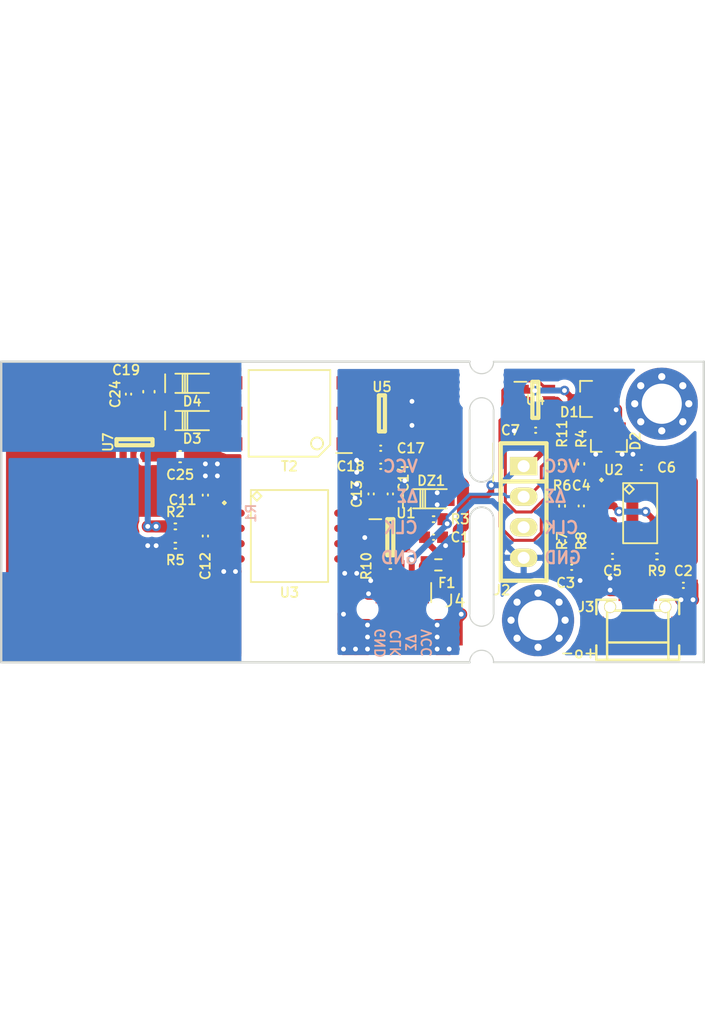
<source format=kicad_pcb>
(kicad_pcb (version 20170123) (host pcbnew no-vcs-found-d4fddf1~59~ubuntu16.04.1)

  (general
    (thickness 1.6)
    (drawings 22)
    (tracks 437)
    (zones 0)
    (modules 47)
    (nets 31)
  )

  (page A4)
  (layers
    (0 F.Cu signal)
    (31 B.Cu signal)
    (32 B.Adhes user)
    (33 F.Adhes user)
    (34 B.Paste user)
    (35 F.Paste user)
    (36 B.SilkS user)
    (37 F.SilkS user)
    (38 B.Mask user)
    (39 F.Mask user)
    (40 Dwgs.User user)
    (41 Cmts.User user)
    (42 Eco1.User user)
    (43 Eco2.User user)
    (44 Edge.Cuts user)
    (45 Margin user)
    (46 B.CrtYd user hide)
    (47 F.CrtYd user)
    (48 B.Fab user)
    (49 F.Fab user)
  )

  (setup
    (last_trace_width 1)
    (user_trace_width 0.5)
    (user_trace_width 1)
    (trace_clearance 0.2)
    (zone_clearance 0.3)
    (zone_45_only no)
    (trace_min 0.2)
    (segment_width 0.2)
    (edge_width 0.15)
    (via_size 0.8)
    (via_drill 0.4)
    (via_min_size 0.4)
    (via_min_drill 0.3)
    (uvia_size 0.3)
    (uvia_drill 0.1)
    (uvias_allowed no)
    (uvia_min_size 0.2)
    (uvia_min_drill 0.1)
    (pcb_text_width 0.3)
    (pcb_text_size 1.5 1.5)
    (mod_edge_width 0.15)
    (mod_text_size 0.8 0.8)
    (mod_text_width 0.15)
    (pad_size 1.6 2.2)
    (pad_drill 0)
    (pad_to_mask_clearance 0.1)
    (aux_axis_origin 0 0)
    (visible_elements FFFFFF7F)
    (pcbplotparams
      (layerselection 0x00030_ffffffff)
      (usegerberextensions false)
      (excludeedgelayer true)
      (linewidth 0.100000)
      (plotframeref false)
      (viasonmask false)
      (mode 1)
      (useauxorigin false)
      (hpglpennumber 1)
      (hpglpenspeed 20)
      (hpglpendiameter 15)
      (psnegative false)
      (psa4output false)
      (plotreference true)
      (plotvalue true)
      (plotinvisibletext false)
      (padsonsilk false)
      (subtractmaskfromsilk false)
      (outputformat 1)
      (mirror false)
      (drillshape 1)
      (scaleselection 1)
      (outputdirectory ""))
  )

  (net 0 "")
  (net 1 "Net-(T2-Pad3)")
  (net 2 "Net-(T2-Pad1)")
  (net 3 +5)
  (net 4 GND)
  (net 5 "/current sensor/VDD2")
  (net 6 "Net-(U7-Pad4)")
  (net 7 "Net-(C19-Pad1)")
  (net 8 "Net-(D4-Pad2)")
  (net 9 "Net-(D3-Pad2)")
  (net 10 "/analog filter/OUT")
  (net 11 /delta_sigma)
  (net 12 "Net-(J2-Pad3)")
  (net 13 "Net-(C4-Pad1)")
  (net 14 "Net-(C5-Pad1)")
  (net 15 "Net-(C12-Pad1)")
  (net 16 "/current sensor/CLK")
  (net 17 "/current sensor/DATA")
  (net 18 "/current sensor/Vin+")
  (net 19 "Net-(C4-Pad2)")
  (net 20 "Net-(C3-Pad1)")
  (net 21 /clk)
  (net 22 ISOGND)
  (net 23 "Net-(HOLE1-Pad1)")
  (net 24 "Net-(HOLE2-Pad1)")
  (net 25 "Net-(R10-Pad1)")
  (net 26 "Net-(R3-Pad1)")
  (net 27 "Net-(D1-Pad3)")
  (net 28 "Net-(R6-Pad2)")
  (net 29 "Net-(F1-Pad1)")
  (net 30 "Net-(C12-Pad2)")

  (net_class Default "This is the default net class."
    (clearance 0.2)
    (trace_width 0.25)
    (via_dia 0.8)
    (via_drill 0.4)
    (uvia_dia 0.3)
    (uvia_drill 0.1)
    (add_net +5)
    (add_net "/analog filter/OUT")
    (add_net /clk)
    (add_net "/current sensor/CLK")
    (add_net "/current sensor/DATA")
    (add_net "/current sensor/VDD2")
    (add_net "/current sensor/Vin+")
    (add_net /delta_sigma)
    (add_net GND)
    (add_net ISOGND)
    (add_net "Net-(C12-Pad1)")
    (add_net "Net-(C12-Pad2)")
    (add_net "Net-(C19-Pad1)")
    (add_net "Net-(C3-Pad1)")
    (add_net "Net-(C4-Pad1)")
    (add_net "Net-(C4-Pad2)")
    (add_net "Net-(C5-Pad1)")
    (add_net "Net-(D1-Pad3)")
    (add_net "Net-(D3-Pad2)")
    (add_net "Net-(D4-Pad2)")
    (add_net "Net-(F1-Pad1)")
    (add_net "Net-(HOLE1-Pad1)")
    (add_net "Net-(HOLE2-Pad1)")
    (add_net "Net-(J2-Pad3)")
    (add_net "Net-(R10-Pad1)")
    (add_net "Net-(R3-Pad1)")
    (add_net "Net-(R6-Pad2)")
    (add_net "Net-(T2-Pad1)")
    (add_net "Net-(T2-Pad3)")
    (add_net "Net-(U7-Pad4)")
  )

  (module smd-semi:SOD-123 (layer F.Cu) (tedit 54CBDA9F) (tstamp 59930F3F)
    (at 148.9 76.9)
    (path /598FD5E6/589DB33A)
    (attr smd)
    (fp_text reference D3 (at 0 1.5) (layer F.SilkS)
      (effects (font (size 0.8 0.8) (thickness 0.15)))
    )
    (fp_text value MBR0520 (at 0 0) (layer F.Fab)
      (effects (font (size 0.8 0.8) (thickness 0.15)))
    )
    (fp_line (start -1.4 0.8) (end -1.4 -0.8) (layer F.Fab) (width 0.15))
    (fp_line (start 1.4 0.8) (end -1.4 0.8) (layer F.Fab) (width 0.15))
    (fp_line (start 1.4 -0.8) (end 1.4 0.8) (layer F.Fab) (width 0.15))
    (fp_line (start -1.4 -0.8) (end 1.4 -0.8) (layer F.Fab) (width 0.15))
    (fp_line (start -1 -0.8) (end -1 0.8) (layer F.Fab) (width 0.15))
    (fp_line (start -0.8 -0.8) (end -0.8 0.8) (layer F.Fab) (width 0.15))
    (fp_line (start -0.6 0.8) (end -0.6 -0.8) (layer F.Fab) (width 0.15))
    (fp_line (start -1.4 -0.8) (end 1.4 -0.8) (layer F.SilkS) (width 0.15))
    (fp_line (start -0.8 -0.8) (end -0.8 0.8) (layer F.SilkS) (width 0.15))
    (fp_line (start -0.6 0.8) (end -0.6 -0.8) (layer F.SilkS) (width 0.15))
    (fp_line (start -0.4 -0.8) (end -0.4 0.8) (layer F.SilkS) (width 0.15))
    (fp_line (start 1.4 0.8) (end -1.4 0.8) (layer F.SilkS) (width 0.15))
    (fp_line (start -2.5 -1) (end 2.5 -1) (layer F.CrtYd) (width 0.15))
    (fp_line (start -2.5 1) (end -2.5 -1) (layer F.CrtYd) (width 0.15))
    (fp_line (start 2.5 1) (end -2.5 1) (layer F.CrtYd) (width 0.15))
    (fp_line (start 2.5 -1) (end 2.5 1) (layer F.CrtYd) (width 0.15))
    (fp_line (start -2.25 -0.75) (end -2.25 0.75) (layer F.SilkS) (width 0.15))
    (pad 2 smd rect (at 1.6 0) (size 0.9 1.2) (layers F.Cu F.Paste F.Mask)
      (net 9 "Net-(D3-Pad2)"))
    (pad 1 smd rect (at -1.6 0) (size 0.9 1.2) (layers F.Cu F.Paste F.Mask)
      (net 7 "Net-(C19-Pad1)"))
    (model ${KIPRJMOD}/3Dlib/sod123.wrl
      (at (xyz 0 0 0))
      (scale (xyz 1 1 1))
      (rotate (xyz 0 0 180))
    )
  )

  (module routing_tab_2mm_slot locked (layer F.Cu) (tedit 59A63105) (tstamp 59A7C6A9)
    (at 173 74 90)
    (fp_text reference REF** (at 0 -0.3 90) (layer F.SilkS) hide
      (effects (font (size 0.3 0.3) (thickness 0.075)))
    )
    (fp_text value routing_tab_2mm_slot (at 0 0.4 90) (layer F.Fab) hide
      (effects (font (size 0.3 0.3) (thickness 0.075)))
    )
    (fp_arc (start -2 0) (end -2 -1) (angle 180) (layer Edge.Cuts) (width 0.1))
    (fp_arc (start 2 0) (end 2 1) (angle 180) (layer Edge.Cuts) (width 0.1))
    (pad "" np_thru_hole circle (at -0.6 1.1 90) (size 0.5 0.5) (drill 0.5) (layers *.Cu *.Mask))
    (pad "" np_thru_hole circle (at 1.2 1.1 90) (size 0.5 0.5) (drill 0.5) (layers *.Cu *.Mask))
    (pad "" np_thru_hole circle (at 0.6 1.1 90) (size 0.5 0.5) (drill 0.5) (layers *.Cu *.Mask))
    (pad "" np_thru_hole circle (at 0 1.1 90) (size 0.5 0.5) (drill 0.5) (layers *.Cu *.Mask))
    (pad "" np_thru_hole circle (at -1.2 1.1 90) (size 0.5 0.5) (drill 0.5) (layers *.Cu *.Mask))
    (pad "" np_thru_hole circle (at -1.2 -1.1 90) (size 0.5 0.5) (drill 0.5) (layers *.Cu *.Mask))
    (pad "" np_thru_hole circle (at 0 -1.1 90) (size 0.5 0.5) (drill 0.5) (layers *.Cu *.Mask))
    (pad "" np_thru_hole circle (at 0.6 -1.1 90) (size 0.5 0.5) (drill 0.5) (layers *.Cu *.Mask))
    (pad "" np_thru_hole circle (at 1.2 -1.1 90) (size 0.5 0.5) (drill 0.5) (layers *.Cu *.Mask))
    (pad "" np_thru_hole circle (at -0.6 -1.1 90) (size 0.5 0.5) (drill 0.5) (layers *.Cu *.Mask))
  )

  (module routing_tab_2mm_slot locked (layer F.Cu) (tedit 59A63105) (tstamp 59A7C37D)
    (at 173 95 90)
    (fp_text reference REF** (at 0 -0.3 90) (layer F.SilkS) hide
      (effects (font (size 0.3 0.3) (thickness 0.075)))
    )
    (fp_text value routing_tab_2mm_slot (at 0 0.4 90) (layer F.Fab) hide
      (effects (font (size 0.3 0.3) (thickness 0.075)))
    )
    (fp_arc (start 2 0) (end 2 1) (angle 180) (layer Edge.Cuts) (width 0.1))
    (fp_arc (start -2 0) (end -2 -1) (angle 180) (layer Edge.Cuts) (width 0.1))
    (pad "" np_thru_hole circle (at -0.6 -1.1 90) (size 0.5 0.5) (drill 0.5) (layers *.Cu *.Mask))
    (pad "" np_thru_hole circle (at 1.2 -1.1 90) (size 0.5 0.5) (drill 0.5) (layers *.Cu *.Mask))
    (pad "" np_thru_hole circle (at 0.6 -1.1 90) (size 0.5 0.5) (drill 0.5) (layers *.Cu *.Mask))
    (pad "" np_thru_hole circle (at 0 -1.1 90) (size 0.5 0.5) (drill 0.5) (layers *.Cu *.Mask))
    (pad "" np_thru_hole circle (at -1.2 -1.1 90) (size 0.5 0.5) (drill 0.5) (layers *.Cu *.Mask))
    (pad "" np_thru_hole circle (at -1.2 1.1 90) (size 0.5 0.5) (drill 0.5) (layers *.Cu *.Mask))
    (pad "" np_thru_hole circle (at 0 1.1 90) (size 0.5 0.5) (drill 0.5) (layers *.Cu *.Mask))
    (pad "" np_thru_hole circle (at 0.6 1.1 90) (size 0.5 0.5) (drill 0.5) (layers *.Cu *.Mask))
    (pad "" np_thru_hole circle (at 1.2 1.1 90) (size 0.5 0.5) (drill 0.5) (layers *.Cu *.Mask))
    (pad "" np_thru_hole circle (at -0.6 1.1 90) (size 0.5 0.5) (drill 0.5) (layers *.Cu *.Mask))
  )

  (module conn-100mil:CONN-100MIL-F-1x4 (layer F.Cu) (tedit 54CEDF99) (tstamp 59930F83)
    (at 176.5 84.5 270)
    (path /59902ED3)
    (fp_text reference J2 (at 6.5 1.8) (layer F.SilkS)
      (effects (font (size 0.8 0.8) (thickness 0.15)))
    )
    (fp_text value "DS conn" (at 0 0 270) (layer F.Fab)
      (effects (font (size 0.8 0.8) (thickness 0.15)))
    )
    (fp_line (start -5.715 -1.905) (end 5.715 -1.905) (layer F.CrtYd) (width 0.15))
    (fp_line (start 5.715 -1.905) (end 5.715 1.905) (layer F.CrtYd) (width 0.15))
    (fp_line (start 5.715 1.905) (end -5.715 1.905) (layer F.CrtYd) (width 0.15))
    (fp_line (start -5.715 1.905) (end -5.715 -1.905) (layer F.CrtYd) (width 0.15))
    (fp_line (start -5.715 -1.905) (end 5.715 -1.905) (layer F.Fab) (width 0.15))
    (fp_line (start 5.715 -1.905) (end 5.715 1.905) (layer F.Fab) (width 0.15))
    (fp_line (start 5.715 1.905) (end -5.715 1.905) (layer F.Fab) (width 0.15))
    (fp_line (start -5.715 1.905) (end -5.715 -1.905) (layer F.Fab) (width 0.15))
    (fp_line (start -5.715 -1.905) (end 5.715 -1.905) (layer F.SilkS) (width 0.35))
    (fp_line (start 5.715 -1.905) (end 5.715 1.905) (layer F.SilkS) (width 0.35))
    (fp_line (start 5.715 1.905) (end -5.715 1.905) (layer F.SilkS) (width 0.35))
    (fp_line (start -5.715 1.905) (end -5.715 -1.905) (layer F.SilkS) (width 0.35))
    (fp_line (start -2.54 -1.905) (end -2.54 1.905) (layer F.SilkS) (width 0.35))
    (fp_line (start -2.54 -1.905) (end -2.54 1.905) (layer F.Fab) (width 0.15))
    (fp_line (start -5.715 2.54) (end -2.54 2.54) (layer F.SilkS) (width 0.15))
    (pad 1 thru_hole rect (at -3.81 0 270) (size 1.524 2.286) (drill 1) (layers *.Cu *.Mask F.SilkS)
      (net 3 +5))
    (pad 2 thru_hole oval (at -1.27 0 270) (size 1.524 2.286) (drill 1) (layers *.Cu *.Mask F.SilkS)
      (net 11 /delta_sigma))
    (pad 3 thru_hole oval (at 1.27 0 270) (size 1.524 2.286) (drill 1) (layers *.Cu *.Mask F.SilkS)
      (net 12 "Net-(J2-Pad3)"))
    (pad 4 thru_hole oval (at 3.81 0 270) (size 1.524 2.286) (drill 1) (layers *.Cu *.Mask F.SilkS)
      (net 4 GND))
    (model pin_strip/pin_socket_4.wrl
      (at (xyz 0 0 0))
      (scale (xyz 1 1 1))
      (rotate (xyz 0 0 0))
    )
  )

  (module IPC7351-Nominal:RESC1608X50 (layer F.Cu) (tedit 55D69DCE) (tstamp 59A3BD5A)
    (at 179.7 80.5 90)
    (descr "Resistor,Chip;1.58mm L X 0.85mm W X 0.50mm H")
    (path /59903B4B/599722AD)
    (attr smd)
    (fp_text reference R11 (at 2.5 0 90) (layer F.SilkS)
      (effects (font (size 0.8 0.8) (thickness 0.15)))
    )
    (fp_text value 220R (at 0 0 90) (layer F.Fab)
      (effects (font (size 0.5 0.5) (thickness 0.1)))
    )
    (fp_line (start -1.425 0.75) (end -1.425 -0.75) (layer F.CrtYd) (width 0.05))
    (fp_line (start 1.425 0.75) (end -1.425 0.75) (layer F.CrtYd) (width 0.05))
    (fp_line (start 1.425 -0.75) (end 1.425 0.75) (layer F.CrtYd) (width 0.05))
    (fp_line (start -1.425 -0.75) (end 1.425 -0.75) (layer F.CrtYd) (width 0.05))
    (fp_line (start 0.071 -0.246) (end -0.071 -0.246) (layer F.SilkS) (width 0.15))
    (fp_line (start -0.071 -0.246) (end 0.071 -0.246) (layer F.SilkS) (width 0.15))
    (fp_line (start 0.071 0.246) (end -0.071 0.246) (layer F.SilkS) (width 0.15))
    (fp_line (start -0.071 0.246) (end 0.071 0.246) (layer F.SilkS) (width 0.15))
    (pad 2 smd rect (at 0.75 0 90) (size 0.85 1) (layers F.Cu F.Paste F.Mask)
      (net 11 /delta_sigma))
    (pad 1 smd rect (at -0.75 0 90) (size 0.85 1) (layers F.Cu F.Paste F.Mask)
      (net 27 "Net-(D1-Pad3)"))
    (model ${KIPRJMOD}/3Dlib/r_0603_h078.step
      (at (xyz 0 0 0))
      (scale (xyz 1 1 1))
      (rotate (xyz 0 0 0))
    )
  )

  (module IPC7351-Nominal:RESC1608X50 (layer F.Cu) (tedit 55D69DCE) (tstamp 59A3BD4C)
    (at 165.4 89 180)
    (descr "Resistor,Chip;1.58mm L X 0.85mm W X 0.50mm H")
    (path /599DA7B8)
    (attr smd)
    (fp_text reference R10 (at 2 0 270) (layer F.SilkS)
      (effects (font (size 0.8 0.8) (thickness 0.15)))
    )
    (fp_text value 22R (at 0 0 180) (layer F.Fab)
      (effects (font (size 0.5 0.5) (thickness 0.1)))
    )
    (fp_line (start -0.071 0.246) (end 0.071 0.246) (layer F.SilkS) (width 0.15))
    (fp_line (start 0.071 0.246) (end -0.071 0.246) (layer F.SilkS) (width 0.15))
    (fp_line (start -0.071 -0.246) (end 0.071 -0.246) (layer F.SilkS) (width 0.15))
    (fp_line (start 0.071 -0.246) (end -0.071 -0.246) (layer F.SilkS) (width 0.15))
    (fp_line (start -1.425 -0.75) (end 1.425 -0.75) (layer F.CrtYd) (width 0.05))
    (fp_line (start 1.425 -0.75) (end 1.425 0.75) (layer F.CrtYd) (width 0.05))
    (fp_line (start 1.425 0.75) (end -1.425 0.75) (layer F.CrtYd) (width 0.05))
    (fp_line (start -1.425 0.75) (end -1.425 -0.75) (layer F.CrtYd) (width 0.05))
    (pad 1 smd rect (at -0.75 0 180) (size 0.85 1) (layers F.Cu F.Paste F.Mask)
      (net 25 "Net-(R10-Pad1)"))
    (pad 2 smd rect (at 0.75 0 180) (size 0.85 1) (layers F.Cu F.Paste F.Mask)
      (net 21 /clk))
    (model ${KIPRJMOD}/3Dlib/r_0603_h078.step
      (at (xyz 0 0 0))
      (scale (xyz 1 1 1))
      (rotate (xyz 0 0 0))
    )
  )

  (module IPC7351-Nominal:RESC2012X50 (layer F.Cu) (tedit FBC56E98) (tstamp 59A3BC95)
    (at 169.4 88.9)
    (descr "Resistor,Chip;2.05mm L X 1.25mm W X 0.50mm H")
    (path /599DB09F)
    (attr smd)
    (fp_text reference F1 (at 0.7 1.5) (layer F.SilkS)
      (effects (font (size 0.8 0.8) (thickness 0.15)))
    )
    (fp_text value "FUSE 300mA" (at 0 0) (layer F.Fab)
      (effects (font (size 0.5 0.5) (thickness 0.1)))
    )
    (fp_line (start -0.271 0.471) (end 0.271 0.471) (layer F.SilkS) (width 0.15))
    (fp_line (start 0.271 0.471) (end -0.271 0.471) (layer F.SilkS) (width 0.15))
    (fp_line (start -0.271 -0.471) (end 0.271 -0.471) (layer F.SilkS) (width 0.15))
    (fp_line (start 0.271 -0.471) (end -0.271 -0.471) (layer F.SilkS) (width 0.15))
    (fp_line (start -1.725 -0.975) (end 1.725 -0.975) (layer F.CrtYd) (width 0.05))
    (fp_line (start 1.725 -0.975) (end 1.725 0.975) (layer F.CrtYd) (width 0.05))
    (fp_line (start 1.725 0.975) (end -1.725 0.975) (layer F.CrtYd) (width 0.05))
    (fp_line (start -1.725 0.975) (end -1.725 -0.975) (layer F.CrtYd) (width 0.05))
    (pad 1 smd rect (at -1 0) (size 0.95 1.45) (layers F.Cu F.Paste F.Mask)
      (net 29 "Net-(F1-Pad1)"))
    (pad 2 smd rect (at 1 0) (size 0.95 1.45) (layers F.Cu F.Paste F.Mask)
      (net 3 +5))
    (model ${KIPRJMOD}/3Dlib/r_0603_h078.step
      (at (xyz 0 0 0))
      (scale (xyz 1 1 1))
      (rotate (xyz 0 0 0))
    )
    (model ${KIPRJMOD}/3Dlib/r_0805_h078.step
      (at (xyz 0 0 0))
      (scale (xyz 1 1 1))
      (rotate (xyz 0 0 0))
    )
  )

  (module smd-semi:SOD-123 (layer F.Cu) (tedit 54CBDA9F) (tstamp 59A3BAE9)
    (at 168.7 83.4)
    (path /599DB8C8)
    (attr smd)
    (fp_text reference DZ1 (at 0.1 -1.5) (layer F.SilkS)
      (effects (font (size 0.8 0.8) (thickness 0.15)))
    )
    (fp_text value MMSZ52XXB (at 0 0) (layer F.Fab)
      (effects (font (size 0.8 0.8) (thickness 0.15)))
    )
    (fp_line (start -2.25 -0.75) (end -2.25 0.75) (layer F.SilkS) (width 0.15))
    (fp_line (start 2.5 -1) (end 2.5 1) (layer F.CrtYd) (width 0.15))
    (fp_line (start 2.5 1) (end -2.5 1) (layer F.CrtYd) (width 0.15))
    (fp_line (start -2.5 1) (end -2.5 -1) (layer F.CrtYd) (width 0.15))
    (fp_line (start -2.5 -1) (end 2.5 -1) (layer F.CrtYd) (width 0.15))
    (fp_line (start 1.4 0.8) (end -1.4 0.8) (layer F.SilkS) (width 0.15))
    (fp_line (start -0.4 -0.8) (end -0.4 0.8) (layer F.SilkS) (width 0.15))
    (fp_line (start -0.6 0.8) (end -0.6 -0.8) (layer F.SilkS) (width 0.15))
    (fp_line (start -0.8 -0.8) (end -0.8 0.8) (layer F.SilkS) (width 0.15))
    (fp_line (start -1.4 -0.8) (end 1.4 -0.8) (layer F.SilkS) (width 0.15))
    (fp_line (start -0.6 0.8) (end -0.6 -0.8) (layer F.Fab) (width 0.15))
    (fp_line (start -0.8 -0.8) (end -0.8 0.8) (layer F.Fab) (width 0.15))
    (fp_line (start -1 -0.8) (end -1 0.8) (layer F.Fab) (width 0.15))
    (fp_line (start -1.4 -0.8) (end 1.4 -0.8) (layer F.Fab) (width 0.15))
    (fp_line (start 1.4 -0.8) (end 1.4 0.8) (layer F.Fab) (width 0.15))
    (fp_line (start 1.4 0.8) (end -1.4 0.8) (layer F.Fab) (width 0.15))
    (fp_line (start -1.4 0.8) (end -1.4 -0.8) (layer F.Fab) (width 0.15))
    (pad 1 smd rect (at -1.6 0) (size 0.9 1.2) (layers F.Cu F.Paste F.Mask)
      (net 3 +5))
    (pad 2 smd rect (at 1.6 0) (size 0.9 1.2) (layers F.Cu F.Paste F.Mask)
      (net 4 GND))
    (model ${KIPRJMOD}/3Dlib/SOD-123.step
      (at (xyz 0 0 0))
      (scale (xyz 1 1 1))
      (rotate (xyz 0 0 0))
    )
  )

  (module smd-semi:SOT-23 (layer F.Cu) (tedit 54CBE5F0) (tstamp 59A3BAD2)
    (at 181.9 75.1 180)
    (path /59903B4B/59971F51)
    (attr smd)
    (fp_text reference D1 (at 1.6 -1.1) (layer F.SilkS)
      (effects (font (size 0.8 0.8) (thickness 0.15)))
    )
    (fp_text value BAT54S (at 0 0 180) (layer F.Fab)
      (effects (font (size 0.8 0.8) (thickness 0.15)))
    )
    (fp_line (start -0.7 1.5) (end -0.7 -1.5) (layer F.Fab) (width 0.15))
    (fp_line (start 0.7 1.5) (end -0.7 1.5) (layer F.Fab) (width 0.15))
    (fp_line (start 0.7 -1.5) (end 0.7 1.5) (layer F.Fab) (width 0.15))
    (fp_line (start -0.7 -1.5) (end 0.7 -1.5) (layer F.Fab) (width 0.15))
    (fp_line (start 0.7 -1.5) (end 0.7 -0.6) (layer F.SilkS) (width 0.15))
    (fp_line (start -0.3 -1.5) (end 0.7 -1.5) (layer F.SilkS) (width 0.15))
    (fp_line (start 0.7 1.5) (end -0.3 1.5) (layer F.SilkS) (width 0.15))
    (fp_line (start 0.7 0.6) (end 0.7 1.5) (layer F.SilkS) (width 0.15))
    (fp_line (start -2 1.75) (end -2 -1.75) (layer F.CrtYd) (width 0.15))
    (fp_line (start 2 1.75) (end -2 1.75) (layer F.CrtYd) (width 0.15))
    (fp_line (start 2 -1.75) (end 2 1.75) (layer F.CrtYd) (width 0.15))
    (fp_line (start -2 -1.75) (end 2 -1.75) (layer F.CrtYd) (width 0.15))
    (pad 3 smd rect (at 1.1 0 180) (size 1.3 0.8) (layers F.Cu F.Paste F.Mask)
      (net 27 "Net-(D1-Pad3)"))
    (pad 2 smd rect (at -1.1 0.95 180) (size 1.3 0.9) (layers F.Cu F.Paste F.Mask)
      (net 3 +5))
    (pad 1 smd rect (at -1.1 -0.95 180) (size 1.3 0.9) (layers F.Cu F.Paste F.Mask)
      (net 4 GND))
    (model ${KIPRJMOD}/3Dlib/sot23_3_25x30_p095.step
      (at (xyz 0 0 0))
      (scale (xyz 1 1 1))
      (rotate (xyz 0 0 90))
    )
  )

  (module smd-semi:SOT-23 (layer F.Cu) (tedit 54CBE5F0) (tstamp 59A3BABF)
    (at 183.6 78.8 270)
    (path /59903B4B/59971BC7)
    (attr smd)
    (fp_text reference D2 (at -0.2 -2.2 90) (layer F.SilkS)
      (effects (font (size 0.8 0.8) (thickness 0.15)))
    )
    (fp_text value BAT54S (at 0 0 270) (layer F.Fab)
      (effects (font (size 0.8 0.8) (thickness 0.15)))
    )
    (fp_line (start -0.7 1.5) (end -0.7 -1.5) (layer F.Fab) (width 0.15))
    (fp_line (start 0.7 1.5) (end -0.7 1.5) (layer F.Fab) (width 0.15))
    (fp_line (start 0.7 -1.5) (end 0.7 1.5) (layer F.Fab) (width 0.15))
    (fp_line (start -0.7 -1.5) (end 0.7 -1.5) (layer F.Fab) (width 0.15))
    (fp_line (start 0.7 -1.5) (end 0.7 -0.6) (layer F.SilkS) (width 0.15))
    (fp_line (start -0.3 -1.5) (end 0.7 -1.5) (layer F.SilkS) (width 0.15))
    (fp_line (start 0.7 1.5) (end -0.3 1.5) (layer F.SilkS) (width 0.15))
    (fp_line (start 0.7 0.6) (end 0.7 1.5) (layer F.SilkS) (width 0.15))
    (fp_line (start -2 1.75) (end -2 -1.75) (layer F.CrtYd) (width 0.15))
    (fp_line (start 2 1.75) (end -2 1.75) (layer F.CrtYd) (width 0.15))
    (fp_line (start 2 -1.75) (end 2 1.75) (layer F.CrtYd) (width 0.15))
    (fp_line (start -2 -1.75) (end 2 -1.75) (layer F.CrtYd) (width 0.15))
    (pad 3 smd rect (at 1.1 0 270) (size 1.3 0.8) (layers F.Cu F.Paste F.Mask)
      (net 13 "Net-(C4-Pad1)"))
    (pad 2 smd rect (at -1.1 0.95 270) (size 1.3 0.9) (layers F.Cu F.Paste F.Mask)
      (net 3 +5))
    (pad 1 smd rect (at -1.1 -0.95 270) (size 1.3 0.9) (layers F.Cu F.Paste F.Mask)
      (net 4 GND))
    (model ${KIPRJMOD}/3Dlib/sot23_3_25x30_p095.step
      (at (xyz 0 0 0))
      (scale (xyz 1 1 1))
      (rotate (xyz 0 0 90))
    )
  )

  (module IPC7351-Nominal:CAPC1608X55 (layer F.Cu) (tedit F0F977BE) (tstamp 599310C5)
    (at 169 86.6)
    (descr "Capacitor,non-polarized,Chip;1.60mm L X 0.80mm W X 0.55mm H")
    (path /5991FF80)
    (attr smd)
    (fp_text reference C1 (at 2.2 0 180) (layer F.SilkS)
      (effects (font (size 0.8 0.8) (thickness 0.15)))
    )
    (fp_text value 100nF (at 0 0) (layer F.Fab)
      (effects (font (size 0.5 0.5) (thickness 0.1)))
    )
    (fp_line (start -1.45 0.725) (end -1.45 -0.725) (layer F.CrtYd) (width 0.05))
    (fp_line (start 1.45 0.725) (end -1.45 0.725) (layer F.CrtYd) (width 0.05))
    (fp_line (start 1.45 -0.725) (end 1.45 0.725) (layer F.CrtYd) (width 0.05))
    (fp_line (start -1.45 -0.725) (end 1.45 -0.725) (layer F.CrtYd) (width 0.05))
    (fp_line (start 0.046 -0.221) (end -0.046 -0.221) (layer F.SilkS) (width 0.15))
    (fp_line (start -0.046 -0.221) (end 0.046 -0.221) (layer F.SilkS) (width 0.15))
    (fp_line (start 0.046 0.221) (end -0.046 0.221) (layer F.SilkS) (width 0.15))
    (fp_line (start -0.046 0.221) (end 0.046 0.221) (layer F.SilkS) (width 0.15))
    (pad 2 smd rect (at 0.75 0) (size 0.9 0.95) (layers F.Cu F.Paste F.Mask)
      (net 4 GND))
    (pad 1 smd rect (at -0.75 0) (size 0.9 0.95) (layers F.Cu F.Paste F.Mask)
      (net 3 +5))
    (model ${KIPRJMOD}/3Dlib/c_0603_h078.step
      (at (xyz 0 0 0))
      (scale (xyz 1 1 1))
      (rotate (xyz 0 0 0))
    )
  )

  (module mech:PTH-3MM-PLUS-SUPPORTED (layer F.Cu) (tedit 5992F81B) (tstamp 5995E162)
    (at 177.7 93.5)
    (path /59930DD5)
    (fp_text reference HOLE2 (at 0 -6.5) (layer F.SilkS) hide
      (effects (font (size 1 1) (thickness 0.15)))
    )
    (fp_text value MOUNTING_HOLE (at 0 -5) (layer F.Fab) hide
      (effects (font (size 1 1) (thickness 0.15)))
    )
    (pad 1 thru_hole circle (at 0 0) (size 6 6) (drill 3.34) (layers *.Cu *.Mask)
      (net 24 "Net-(HOLE2-Pad1)"))
    (pad 1 thru_hole circle (at 1.75 -1.5) (size 1 1) (drill 0.6) (layers *.Cu *.Mask)
      (net 24 "Net-(HOLE2-Pad1)"))
    (pad 1 thru_hole circle (at 1.75 1.5) (size 1 1) (drill 0.6) (layers *.Cu *.Mask)
      (net 24 "Net-(HOLE2-Pad1)"))
    (pad 1 thru_hole circle (at -1.75 1.5) (size 1 1) (drill 0.6) (layers *.Cu *.Mask)
      (net 24 "Net-(HOLE2-Pad1)"))
    (pad 1 thru_hole circle (at -1.75 -1.5) (size 1 1) (drill 0.6) (layers *.Cu *.Mask)
      (net 24 "Net-(HOLE2-Pad1)"))
    (pad 1 thru_hole circle (at -2.25 0) (size 1 1) (drill 0.6) (layers *.Cu *.Mask)
      (net 24 "Net-(HOLE2-Pad1)"))
    (pad 1 thru_hole circle (at 2.25 0) (size 1 1) (drill 0.6) (layers *.Cu *.Mask)
      (net 24 "Net-(HOLE2-Pad1)"))
    (pad 1 thru_hole circle (at 0 -2.25) (size 1 1) (drill 0.6) (layers *.Cu *.Mask)
      (net 24 "Net-(HOLE2-Pad1)"))
    (pad 1 thru_hole circle (at 0 2.25) (size 1 1) (drill 0.6) (layers *.Cu *.Mask)
      (net 24 "Net-(HOLE2-Pad1)"))
  )

  (module smd-semi:SOT-23-6 (layer F.Cu) (tedit 55D140D0) (tstamp 59930115)
    (at 177.475001 75.175001)
    (path /59903B4B/5992ECD2)
    (attr smd)
    (fp_text reference U4 (at 0 0) (layer F.SilkS)
      (effects (font (size 0.8 0.8) (thickness 0.15)))
    )
    (fp_text value SN74LVC2G17DBVR (at 0 0) (layer F.Fab)
      (effects (font (size 0.8 0.8) (thickness 0.15)))
    )
    (fp_line (start -1.25 -1.5) (end -1.25 -0.5) (layer F.Fab) (width 0.15))
    (fp_line (start -0.9 -1.55) (end 0.9 -1.55) (layer F.Fab) (width 0.15))
    (fp_line (start 0.9 -1.55) (end 0.9 1.55) (layer F.Fab) (width 0.15))
    (fp_line (start 0.9 1.55) (end -0.9 1.55) (layer F.Fab) (width 0.15))
    (fp_line (start -0.9 1.55) (end -0.9 -1.55) (layer F.Fab) (width 0.15))
    (fp_line (start -0.75 -1.5) (end -1.75 -1.5) (layer F.SilkS) (width 0.15))
    (fp_line (start -0.25 -1.5) (end 0.25 -1.5) (layer F.SilkS) (width 0.35))
    (fp_line (start 0.25 -1.5) (end 0.25 1.5) (layer F.SilkS) (width 0.35))
    (fp_line (start 0.25 1.5) (end -0.25 1.5) (layer F.SilkS) (width 0.35))
    (fp_line (start -0.25 1.5) (end -0.25 -1.5) (layer F.SilkS) (width 0.35))
    (fp_line (start -2 -2) (end 2 -2) (layer F.CrtYd) (width 0.15))
    (fp_line (start 2 -2) (end 2 2) (layer F.CrtYd) (width 0.15))
    (fp_line (start 2 2) (end -2 2) (layer F.CrtYd) (width 0.15))
    (fp_line (start -2 2) (end -2 -2) (layer F.CrtYd) (width 0.15))
    (pad 1 smd rect (at -1.1 -0.95) (size 1.1 0.6) (layers F.Cu F.Paste F.Mask)
      (net 27 "Net-(D1-Pad3)"))
    (pad 3 smd rect (at -1.1 0.95) (size 1.1 0.6) (layers F.Cu F.Paste F.Mask))
    (pad 2 smd rect (at -1.1 0) (size 1.1 0.6) (layers F.Cu F.Paste F.Mask)
      (net 4 GND))
    (pad 4 smd rect (at 1.1 0.95) (size 1.1 0.6) (layers F.Cu F.Paste F.Mask))
    (pad 6 smd rect (at 1.1 -0.95) (size 1.1 0.6) (layers F.Cu F.Paste F.Mask)
      (net 28 "Net-(R6-Pad2)"))
    (pad 5 smd rect (at 1.1 0) (size 1.1 0.6) (layers F.Cu F.Paste F.Mask)
      (net 3 +5))
    (model ${KIPRJMOD}/3Dlib/sot23_5_18x29_p095.step
      (at (xyz 0 0 0))
      (scale (xyz 1 1 1))
      (rotate (xyz 0 0 90))
    )
  )

  (module mech:PTH-3MM-PLUS-SUPPORTED (layer F.Cu) (tedit 5992F815) (tstamp 5995D2F0)
    (at 188 75.5)
    (path /599308D4)
    (fp_text reference HOLE1 (at 0 -6.5) (layer F.SilkS) hide
      (effects (font (size 1 1) (thickness 0.15)))
    )
    (fp_text value MOUNTING_HOLE (at 0 -5) (layer F.Fab) hide
      (effects (font (size 1 1) (thickness 0.15)))
    )
    (pad 1 thru_hole circle (at 0 0) (size 6 6) (drill 3.34) (layers *.Cu *.Mask)
      (net 23 "Net-(HOLE1-Pad1)"))
    (pad 1 thru_hole circle (at 1.75 -1.5) (size 1 1) (drill 0.6) (layers *.Cu *.Mask)
      (net 23 "Net-(HOLE1-Pad1)"))
    (pad 1 thru_hole circle (at 1.75 1.5) (size 1 1) (drill 0.6) (layers *.Cu *.Mask)
      (net 23 "Net-(HOLE1-Pad1)"))
    (pad 1 thru_hole circle (at -1.75 1.5) (size 1 1) (drill 0.6) (layers *.Cu *.Mask)
      (net 23 "Net-(HOLE1-Pad1)"))
    (pad 1 thru_hole circle (at -1.75 -1.5) (size 1 1) (drill 0.6) (layers *.Cu *.Mask)
      (net 23 "Net-(HOLE1-Pad1)"))
    (pad 1 thru_hole circle (at -2.25 0) (size 1 1) (drill 0.6) (layers *.Cu *.Mask)
      (net 23 "Net-(HOLE1-Pad1)"))
    (pad 1 thru_hole circle (at 2.25 0) (size 1 1) (drill 0.6) (layers *.Cu *.Mask)
      (net 23 "Net-(HOLE1-Pad1)"))
    (pad 1 thru_hole circle (at 0 -2.25) (size 1 1) (drill 0.6) (layers *.Cu *.Mask)
      (net 23 "Net-(HOLE1-Pad1)"))
    (pad 1 thru_hole circle (at 0 2.25) (size 1 1) (drill 0.6) (layers *.Cu *.Mask)
      (net 23 "Net-(HOLE1-Pad1)"))
  )

  (module IPC7351-Nominal:SOIC127P600X175-8 (layer F.Cu) (tedit 3DAC6B87) (tstamp 59930F9F)
    (at 186.2 84.6)
    (descr "SOIC,1.27mm pitch;8 pin,4.00mm W X 5.00mm L X 1.75mm H Body")
    (path /59903B4B/59903D87)
    (attr smd)
    (fp_text reference U2 (at -2.2 -3.6) (layer F.SilkS)
      (effects (font (size 0.8 0.8) (thickness 0.15)))
    )
    (fp_text value OPA376AID (at 0 0) (layer F.Fab)
      (effects (font (size 0.5 0.5) (thickness 0.1)))
    )
    (fp_line (start 1.417 -2.5) (end -1.417 -2.5) (layer F.SilkS) (width 0.15))
    (fp_line (start -1.417 -2.5) (end -1.417 2.5) (layer F.SilkS) (width 0.15))
    (fp_line (start -1.417 2.5) (end 1.417 2.5) (layer F.SilkS) (width 0.15))
    (fp_line (start 1.417 2.5) (end 1.417 -2.5) (layer F.SilkS) (width 0.15))
    (fp_line (start -3.348 -2.759) (end -3.221 -2.886) (layer F.SilkS) (width 0.15))
    (fp_line (start -3.221 -2.886) (end -3.094 -2.759) (layer F.SilkS) (width 0.15))
    (fp_line (start -3.094 -2.759) (end -3.221 -2.632) (layer F.SilkS) (width 0.15))
    (fp_line (start -3.221 -2.632) (end -3.348 -2.759) (layer F.SilkS) (width 0.15))
    (fp_line (start -1.29 -1.992) (end -0.909 -2.373) (layer F.SilkS) (width 0.15))
    (fp_line (start -0.909 -2.373) (end -0.528 -1.992) (layer F.SilkS) (width 0.15))
    (fp_line (start -0.528 -1.992) (end -0.909 -1.611) (layer F.SilkS) (width 0.15))
    (fp_line (start -0.909 -1.611) (end -1.29 -1.992) (layer F.SilkS) (width 0.15))
    (fp_line (start -3.725 -3.136) (end 3.725 -3.136) (layer F.CrtYd) (width 0.05))
    (fp_line (start 3.725 -3.136) (end 3.725 2.75) (layer F.CrtYd) (width 0.05))
    (fp_line (start 3.725 2.75) (end -3.725 2.75) (layer F.CrtYd) (width 0.05))
    (fp_line (start -3.725 2.75) (end -3.725 -3.136) (layer F.CrtYd) (width 0.05))
    (pad 1 smd oval (at -2.7 -1.905) (size 1.55 0.6) (layers F.Cu F.Paste F.Mask))
    (pad 2 smd oval (at -2.7 -0.635) (size 1.55 0.6) (layers F.Cu F.Paste F.Mask)
      (net 13 "Net-(C4-Pad1)"))
    (pad 3 smd oval (at -2.7 0.635) (size 1.55 0.6) (layers F.Cu F.Paste F.Mask)
      (net 14 "Net-(C5-Pad1)"))
    (pad 4 smd oval (at -2.7 1.905) (size 1.55 0.6) (layers F.Cu F.Paste F.Mask)
      (net 4 GND))
    (pad 5 smd oval (at 2.7 1.905) (size 1.55 0.6) (layers F.Cu F.Paste F.Mask))
    (pad 6 smd oval (at 2.7 0.635) (size 1.55 0.6) (layers F.Cu F.Paste F.Mask)
      (net 13 "Net-(C4-Pad1)"))
    (pad 7 smd oval (at 2.7 -0.635) (size 1.55 0.6) (layers F.Cu F.Paste F.Mask)
      (net 3 +5))
    (pad 8 smd oval (at 2.7 -1.905) (size 1.55 0.6) (layers F.Cu F.Paste F.Mask))
    (model ${KIPRJMOD}/3Dlib/soic_8_39x49_p127.step
      (at (xyz 0 0 0))
      (scale (xyz 1 1 1))
      (rotate (xyz 0 0 90))
    )
  )

  (module IPC7351-Nominal:CAPC1608X55 (layer F.Cu) (tedit F0F977BE) (tstamp 59930532)
    (at 177.5 77.7 180)
    (descr "Capacitor,non-polarized,Chip;1.60mm L X 0.80mm W X 0.55mm H")
    (path /59903B4B/5992F0EF)
    (attr smd)
    (fp_text reference C7 (at 2.1 0 180) (layer F.SilkS)
      (effects (font (size 0.8 0.8) (thickness 0.15)))
    )
    (fp_text value 100nF (at 0 0 180) (layer F.Fab)
      (effects (font (size 0.5 0.5) (thickness 0.1)))
    )
    (fp_line (start -0.046 0.221) (end 0.046 0.221) (layer F.SilkS) (width 0.15))
    (fp_line (start 0.046 0.221) (end -0.046 0.221) (layer F.SilkS) (width 0.15))
    (fp_line (start -0.046 -0.221) (end 0.046 -0.221) (layer F.SilkS) (width 0.15))
    (fp_line (start 0.046 -0.221) (end -0.046 -0.221) (layer F.SilkS) (width 0.15))
    (fp_line (start -1.45 -0.725) (end 1.45 -0.725) (layer F.CrtYd) (width 0.05))
    (fp_line (start 1.45 -0.725) (end 1.45 0.725) (layer F.CrtYd) (width 0.05))
    (fp_line (start 1.45 0.725) (end -1.45 0.725) (layer F.CrtYd) (width 0.05))
    (fp_line (start -1.45 0.725) (end -1.45 -0.725) (layer F.CrtYd) (width 0.05))
    (pad 1 smd rect (at -0.75 0 180) (size 0.9 0.95) (layers F.Cu F.Paste F.Mask)
      (net 3 +5))
    (pad 2 smd rect (at 0.75 0 180) (size 0.9 0.95) (layers F.Cu F.Paste F.Mask)
      (net 4 GND))
    (model ${KIPRJMOD}/3Dlib/c_0603_h078.step
      (at (xyz 0 0 0))
      (scale (xyz 1 1 1))
      (rotate (xyz 0 0 0))
    )
  )

  (module "paltatech:DF13-4P-1.25H(50)" (layer F.Cu) (tedit 59A6B4DD) (tstamp 599301C2)
    (at 166.4 94.5 180)
    (path /59900007)
    (fp_text reference J4 (at -4.4 2.6) (layer F.SilkS)
      (effects (font (size 1 1) (thickness 0.15)))
    )
    (fp_text value "DS conn" (at 0 -0.5 180) (layer F.SilkS) hide
      (effects (font (size 1 1) (thickness 0.15)))
    )
    (fp_text user %R (at 0 0 270) (layer F.Fab)
      (effects (font (size 1 1) (thickness 0.15)))
    )
    (fp_line (start -2.4 2.5) (end -2.4 4.1) (layer F.SilkS) (width 0.15))
    (fp_line (start -4 -2.5) (end 4 -2.5) (layer F.SilkS) (width 0.15))
    (pad "" np_thru_hole circle (at 2.9 1.91 180) (size 0.82 0.82) (drill 0.82) (layers *.Cu *.Mask))
    (pad "" np_thru_hole circle (at -2.9 1.91 180) (size 0.82 0.82) (drill 0.82) (layers *.Cu *.Mask))
    (pad 4 smd rect (at 1.875 3.3 180) (size 0.7 1.8) (layers F.Cu F.Paste F.Mask)
      (net 4 GND))
    (pad 3 smd rect (at 0.625 3.3 180) (size 0.7 1.8) (layers F.Cu F.Paste F.Mask)
      (net 21 /clk))
    (pad 2 smd rect (at -0.625 3.3 180) (size 0.7 1.8) (layers F.Cu F.Paste F.Mask)
      (net 11 /delta_sigma))
    (pad 1 smd rect (at -1.875 3.3 180) (size 0.7 1.8) (layers F.Cu F.Paste F.Mask)
      (net 29 "Net-(F1-Pad1)"))
    (pad "" smd rect (at 4.225 0 180) (size 1.6 2.2) (layers F.Cu F.Paste F.Mask)
      (net 4 GND))
    (pad "" smd rect (at -4.225 0 180) (size 1.6 2.2) (layers F.Cu F.Paste F.Mask)
      (net 4 GND))
    (model ${KIPRJMOD}/3Dlib/DF13-4P-1.25H.stp
      (at (xyz 0 0 0))
      (scale (xyz 1 1 1))
      (rotate (xyz 0 0 180))
    )
  )

  (module paltatech:DF13-3P-1.25H_50 (layer F.Cu) (tedit 5997025D) (tstamp 59908912)
    (at 186 91 180)
    (path /59906414)
    (fp_text reference J3 (at 4.3 -1.4 180) (layer F.SilkS)
      (effects (font (size 0.8 0.8) (thickness 0.15)))
    )
    (fp_text value Conn (at 3.40106 0.0508 180) (layer F.SilkS) hide
      (effects (font (size 0.50038 0.50038) (thickness 0.12446)))
    )
    (fp_line (start -3.44932 -5.79882) (end 3.44932 -5.79882) (layer F.SilkS) (width 0.20066))
    (fp_line (start 3.44932 -0.8001) (end 3.44932 -1.99898) (layer F.SilkS) (width 0.20066))
    (fp_line (start 3.44932 -5.79882) (end 3.44932 -4.59994) (layer F.SilkS) (width 0.20066))
    (fp_line (start -3.44932 -0.8001) (end -3.44932 -1.99898) (layer F.SilkS) (width 0.20066))
    (fp_line (start -3.44932 -5.79882) (end -3.44932 -4.59994) (layer F.SilkS) (width 0.20066))
    (fp_line (start -3.44932 -0.8001) (end -1.84912 -0.8001) (layer F.SilkS) (width 0.20066))
    (fp_line (start 3.44932 -0.8001) (end 1.84912 -0.8001) (layer F.SilkS) (width 0.20066))
    (fp_line (start 2.55016 -5.79882) (end 2.55016 -0.8001) (layer F.SilkS) (width 0.20066))
    (fp_line (start -2.55016 -0.8001) (end -2.55016 -5.79882) (layer F.SilkS) (width 0.20066))
    (fp_line (start -2.49936 -4.35102) (end 2.55016 -4.35102) (layer F.SilkS) (width 0.20066))
    (fp_line (start -2.55016 -1.69926) (end 2.55016 -1.69926) (layer F.SilkS) (width 0.20066))
    (pad "" thru_hole circle (at -2.30124 -1.39954 180) (size 1.00076 1.00076) (drill 0.8509) (layers *.Cu *.Mask F.SilkS))
    (pad "" thru_hole circle (at 2.30124 -1.39954 180) (size 1.00076 1.00076) (drill 0.8509) (layers *.Cu *.Mask F.SilkS))
    (pad "" smd rect (at 3.59918 -3.29946 180) (size 1.6002 2.19964) (layers F.Cu F.Paste F.Mask))
    (pad "" smd rect (at -3.59918 -3.29946 180) (size 1.6002 2.19964) (layers F.Cu F.Paste F.Mask))
    (pad 3 smd rect (at 1.24968 0 180) (size 0.70104 1.80086) (layers F.Cu F.Paste F.Mask)
      (net 4 GND))
    (pad 2 smd rect (at 0 0 180) (size 0.70104 1.80086) (layers F.Cu F.Paste F.Mask)
      (net 10 "/analog filter/OUT"))
    (pad 1 smd rect (at -1.24968 0 180) (size 0.70104 1.80086) (layers F.Cu F.Paste F.Mask)
      (net 3 +5))
    (model 3Dlib/DF13-3P-1.25H.wrl
      (at (xyz 0 -0.02 0.056))
      (scale (xyz 0.393701 0.393701 0.393701))
      (rotate (xyz 90 90 270))
    )
  )

  (module paltatech:BAS-M-R0002 (layer B.Cu) (tedit 5996FD87) (tstamp 59907275)
    (at 143 84.5 270)
    (path /598FEF4C)
    (attr virtual)
    (fp_text reference R1 (at 0.1 -10.8 270) (layer B.SilkS)
      (effects (font (size 0.8 0.8) (thickness 0.15)) (justify mirror))
    )
    (fp_text value 0.035uOhm (at 0 0.5 270) (layer B.SilkS) hide
      (effects (font (size 1 1) (thickness 0.15)) (justify mirror))
    )
    (fp_line (start -42.5 10) (end 42.5 10) (layer B.CrtYd) (width 0.15))
    (fp_line (start 42.5 10) (end 42.5 -10) (layer B.CrtYd) (width 0.15))
    (fp_line (start 42.5 -10) (end -42.5 -10) (layer B.CrtYd) (width 0.15))
    (fp_line (start -42.5 -10) (end -42.5 10) (layer B.CrtYd) (width 0.15))
    (fp_text user %R (at 0 0 270) (layer B.Fab)
      (effects (font (size 1 1) (thickness 0.15)) (justify mirror))
    )
    (pad 1 smd rect (at -8.75 0 270) (size 7.5 20) (layers B.Cu B.Mask)
      (net 18 "/current sensor/Vin+"))
    (pad 2 smd rect (at 8.75 0 270) (size 7.5 20) (layers B.Cu B.Mask)
      (net 22 ISOGND) (zone_connect 2))
    (model ${KIPRJMOD}/3Dlib/BAS-M-R0002.step
      (at (xyz 0 0 0.1181102362204725))
      (scale (xyz 1 1 1))
      (rotate (xyz 0 180 0))
    )
  )

  (module smd-semi:SOT-23-6 (layer F.Cu) (tedit 55D140D0) (tstamp 59936069)
    (at 165.4 86.6)
    (path /59901584)
    (attr smd)
    (fp_text reference U1 (at 1.3 -2) (layer F.SilkS)
      (effects (font (size 0.8 0.8) (thickness 0.15)))
    )
    (fp_text value Buffer (at 0 0) (layer F.Fab)
      (effects (font (size 0.8 0.8) (thickness 0.15)))
    )
    (fp_line (start -1.25 -1.5) (end -1.25 -0.5) (layer F.Fab) (width 0.15))
    (fp_line (start -0.9 -1.55) (end 0.9 -1.55) (layer F.Fab) (width 0.15))
    (fp_line (start 0.9 -1.55) (end 0.9 1.55) (layer F.Fab) (width 0.15))
    (fp_line (start 0.9 1.55) (end -0.9 1.55) (layer F.Fab) (width 0.15))
    (fp_line (start -0.9 1.55) (end -0.9 -1.55) (layer F.Fab) (width 0.15))
    (fp_line (start -0.75 -1.5) (end -1.75 -1.5) (layer F.SilkS) (width 0.15))
    (fp_line (start -0.25 -1.5) (end 0.25 -1.5) (layer F.SilkS) (width 0.35))
    (fp_line (start 0.25 -1.5) (end 0.25 1.5) (layer F.SilkS) (width 0.35))
    (fp_line (start 0.25 1.5) (end -0.25 1.5) (layer F.SilkS) (width 0.35))
    (fp_line (start -0.25 1.5) (end -0.25 -1.5) (layer F.SilkS) (width 0.35))
    (fp_line (start -2 -2) (end 2 -2) (layer F.CrtYd) (width 0.15))
    (fp_line (start 2 -2) (end 2 2) (layer F.CrtYd) (width 0.15))
    (fp_line (start 2 2) (end -2 2) (layer F.CrtYd) (width 0.15))
    (fp_line (start -2 2) (end -2 -2) (layer F.CrtYd) (width 0.15))
    (pad 1 smd rect (at -1.1 -0.95) (size 1.1 0.6) (layers F.Cu F.Paste F.Mask)
      (net 17 "/current sensor/DATA"))
    (pad 3 smd rect (at -1.1 0.95) (size 1.1 0.6) (layers F.Cu F.Paste F.Mask)
      (net 16 "/current sensor/CLK"))
    (pad 2 smd rect (at -1.1 0) (size 1.1 0.6) (layers F.Cu F.Paste F.Mask)
      (net 4 GND))
    (pad 4 smd rect (at 1.1 0.95) (size 1.1 0.6) (layers F.Cu F.Paste F.Mask)
      (net 25 "Net-(R10-Pad1)"))
    (pad 6 smd rect (at 1.1 -0.95) (size 1.1 0.6) (layers F.Cu F.Paste F.Mask)
      (net 26 "Net-(R3-Pad1)"))
    (pad 5 smd rect (at 1.1 0) (size 1.1 0.6) (layers F.Cu F.Paste F.Mask)
      (net 3 +5))
    (model ${KIPRJMOD}/3Dlib/sot23_5_18x29_p095.step
      (at (xyz 0 0 0))
      (scale (xyz 1 1 1))
      (rotate (xyz 0 0 90))
    )
  )

  (module manuf:WURTH-760390014 (layer F.Cu) (tedit 589CE734) (tstamp 599348F5)
    (at 157 76.3 180)
    (path /598FD5E6/589DB385)
    (fp_text reference T2 (at 0 -4.4 180) (layer F.SilkS)
      (effects (font (size 0.8 0.8) (thickness 0.15)))
    )
    (fp_text value TRANS-2CT (at 0 -0.5 180) (layer F.SilkS) hide
      (effects (font (size 1 1) (thickness 0.15)))
    )
    (fp_line (start -2.4 -3.6) (end 3.4 -3.6) (layer F.SilkS) (width 0.15))
    (fp_line (start 3.4 -3.6) (end 3.4 3.6) (layer F.SilkS) (width 0.15))
    (fp_line (start 3.4 3.6) (end -3.4 3.6) (layer F.SilkS) (width 0.15))
    (fp_line (start -3.4 3.6) (end -3.4 -2.6) (layer F.SilkS) (width 0.15))
    (fp_line (start -3.4 -2.6) (end -2.4 -3.6) (layer F.SilkS) (width 0.15))
    (fp_line (start -5.2 -3.3) (end -3.9 -3.3) (layer F.SilkS) (width 0.15))
    (fp_line (start -3.9 -3.3) (end -3.9 -3.3) (layer F.SilkS) (width 0.15))
    (fp_circle (center -2.3 -2.5) (end -1.9 -2.2) (layer F.SilkS) (width 0.15))
    (fp_text user %R (at 0 0 180) (layer F.Fab)
      (effects (font (size 1 1) (thickness 0.15)))
    )
    (pad 1 smd rect (at -4.57 -2.54 180) (size 1.3 1.1) (layers F.Cu F.Paste F.Mask)
      (net 2 "Net-(T2-Pad1)"))
    (pad 2 smd rect (at -4.57 0 180) (size 1.3 1.1) (layers F.Cu F.Paste F.Mask)
      (net 3 +5))
    (pad 3 smd rect (at -4.57 2.54 180) (size 1.3 1.1) (layers F.Cu F.Paste F.Mask)
      (net 1 "Net-(T2-Pad3)"))
    (pad 4 smd rect (at 4.57 2.54 180) (size 1.3 1.1) (layers F.Cu F.Paste F.Mask)
      (net 8 "Net-(D4-Pad2)"))
    (pad 5 smd rect (at 4.57 0 180) (size 1.3 1.1) (layers F.Cu F.Paste F.Mask)
      (net 22 ISOGND))
    (pad 6 smd rect (at 4.57 -2.54 180) (size 1.3 1.1) (layers F.Cu F.Paste F.Mask)
      (net 9 "Net-(D3-Pad2)"))
    (model ${KIPRJMOD}/3Dlib/250-1109-rev1.step
      (at (xyz 0 0 0))
      (scale (xyz 1 1 1))
      (rotate (xyz 0 0 0))
    )
  )

  (module IPC7351-Nominal:CAPC1608X55 (layer F.Cu) (tedit F0F977BE) (tstamp 5993110B)
    (at 189.8 90.6)
    (descr "Capacitor,non-polarized,Chip;1.60mm L X 0.80mm W X 0.55mm H")
    (path /59905D6C)
    (attr smd)
    (fp_text reference C2 (at 0 -1.2) (layer F.SilkS)
      (effects (font (size 0.8 0.8) (thickness 0.15)))
    )
    (fp_text value 10uF (at 0 0) (layer F.Fab)
      (effects (font (size 0.5 0.5) (thickness 0.1)))
    )
    (fp_line (start -0.046 0.221) (end 0.046 0.221) (layer F.SilkS) (width 0.15))
    (fp_line (start 0.046 0.221) (end -0.046 0.221) (layer F.SilkS) (width 0.15))
    (fp_line (start -0.046 -0.221) (end 0.046 -0.221) (layer F.SilkS) (width 0.15))
    (fp_line (start 0.046 -0.221) (end -0.046 -0.221) (layer F.SilkS) (width 0.15))
    (fp_line (start -1.45 -0.725) (end 1.45 -0.725) (layer F.CrtYd) (width 0.05))
    (fp_line (start 1.45 -0.725) (end 1.45 0.725) (layer F.CrtYd) (width 0.05))
    (fp_line (start 1.45 0.725) (end -1.45 0.725) (layer F.CrtYd) (width 0.05))
    (fp_line (start -1.45 0.725) (end -1.45 -0.725) (layer F.CrtYd) (width 0.05))
    (pad 1 smd rect (at -0.75 0) (size 0.9 0.95) (layers F.Cu F.Paste F.Mask)
      (net 3 +5))
    (pad 2 smd rect (at 0.75 0) (size 0.9 0.95) (layers F.Cu F.Paste F.Mask)
      (net 4 GND))
    (model ${KIPRJMOD}/3Dlib/c_0603_h078.step
      (at (xyz 0 0 0))
      (scale (xyz 1 1 1))
      (rotate (xyz 0 0 0))
    )
  )

  (module IPC7351-Nominal:CAPC1608X55 (layer F.Cu) (tedit F0F977BE) (tstamp 599310FD)
    (at 181.3 84 270)
    (descr "Capacitor,non-polarized,Chip;1.60mm L X 0.80mm W X 0.55mm H")
    (path /59903B4B/599042F0)
    (attr smd)
    (fp_text reference C4 (at -1.7 0) (layer F.SilkS)
      (effects (font (size 0.8 0.8) (thickness 0.15)))
    )
    (fp_text value 330pF (at 0 0 270) (layer F.Fab)
      (effects (font (size 0.5 0.5) (thickness 0.1)))
    )
    (fp_line (start -1.45 0.725) (end -1.45 -0.725) (layer F.CrtYd) (width 0.05))
    (fp_line (start 1.45 0.725) (end -1.45 0.725) (layer F.CrtYd) (width 0.05))
    (fp_line (start 1.45 -0.725) (end 1.45 0.725) (layer F.CrtYd) (width 0.05))
    (fp_line (start -1.45 -0.725) (end 1.45 -0.725) (layer F.CrtYd) (width 0.05))
    (fp_line (start 0.046 -0.221) (end -0.046 -0.221) (layer F.SilkS) (width 0.15))
    (fp_line (start -0.046 -0.221) (end 0.046 -0.221) (layer F.SilkS) (width 0.15))
    (fp_line (start 0.046 0.221) (end -0.046 0.221) (layer F.SilkS) (width 0.15))
    (fp_line (start -0.046 0.221) (end 0.046 0.221) (layer F.SilkS) (width 0.15))
    (pad 2 smd rect (at 0.75 0 270) (size 0.9 0.95) (layers F.Cu F.Paste F.Mask)
      (net 19 "Net-(C4-Pad2)"))
    (pad 1 smd rect (at -0.75 0 270) (size 0.9 0.95) (layers F.Cu F.Paste F.Mask)
      (net 13 "Net-(C4-Pad1)"))
    (model ${KIPRJMOD}/3Dlib/c_0603_h078.step
      (at (xyz 0 0 0))
      (scale (xyz 1 1 1))
      (rotate (xyz 0 0 0))
    )
  )

  (module IPC7351-Nominal:CAPC1608X55 (layer F.Cu) (tedit F0F977BE) (tstamp 599310EF)
    (at 180.5 89.1)
    (descr "Capacitor,non-polarized,Chip;1.60mm L X 0.80mm W X 0.55mm H")
    (path /59903B4B/59904180)
    (attr smd)
    (fp_text reference C3 (at -0.5 1.3) (layer F.SilkS)
      (effects (font (size 0.8 0.8) (thickness 0.15)))
    )
    (fp_text value 470pF (at 0 0) (layer F.Fab)
      (effects (font (size 0.5 0.5) (thickness 0.1)))
    )
    (fp_line (start -0.046 0.221) (end 0.046 0.221) (layer F.SilkS) (width 0.15))
    (fp_line (start 0.046 0.221) (end -0.046 0.221) (layer F.SilkS) (width 0.15))
    (fp_line (start -0.046 -0.221) (end 0.046 -0.221) (layer F.SilkS) (width 0.15))
    (fp_line (start 0.046 -0.221) (end -0.046 -0.221) (layer F.SilkS) (width 0.15))
    (fp_line (start -1.45 -0.725) (end 1.45 -0.725) (layer F.CrtYd) (width 0.05))
    (fp_line (start 1.45 -0.725) (end 1.45 0.725) (layer F.CrtYd) (width 0.05))
    (fp_line (start 1.45 0.725) (end -1.45 0.725) (layer F.CrtYd) (width 0.05))
    (fp_line (start -1.45 0.725) (end -1.45 -0.725) (layer F.CrtYd) (width 0.05))
    (pad 1 smd rect (at -0.75 0) (size 0.9 0.95) (layers F.Cu F.Paste F.Mask)
      (net 20 "Net-(C3-Pad1)"))
    (pad 2 smd rect (at 0.75 0) (size 0.9 0.95) (layers F.Cu F.Paste F.Mask)
      (net 4 GND))
    (model ${KIPRJMOD}/3Dlib/c_0603_h078.step
      (at (xyz 0 0 0))
      (scale (xyz 1 1 1))
      (rotate (xyz 0 0 0))
    )
  )

  (module IPC7351-Nominal:CAPC1608X55 (layer F.Cu) (tedit F0F977BE) (tstamp 599310E1)
    (at 163.8 83 90)
    (descr "Capacitor,non-polarized,Chip;1.60mm L X 0.80mm W X 0.55mm H")
    (path /598FD705/585B1E88)
    (attr smd)
    (fp_text reference C13 (at 0 -1.2 90) (layer F.SilkS)
      (effects (font (size 0.8 0.8) (thickness 0.15)))
    )
    (fp_text value 100nF (at 0 0 90) (layer F.Fab)
      (effects (font (size 0.5 0.5) (thickness 0.1)))
    )
    (fp_line (start -1.45 0.725) (end -1.45 -0.725) (layer F.CrtYd) (width 0.05))
    (fp_line (start 1.45 0.725) (end -1.45 0.725) (layer F.CrtYd) (width 0.05))
    (fp_line (start 1.45 -0.725) (end 1.45 0.725) (layer F.CrtYd) (width 0.05))
    (fp_line (start -1.45 -0.725) (end 1.45 -0.725) (layer F.CrtYd) (width 0.05))
    (fp_line (start 0.046 -0.221) (end -0.046 -0.221) (layer F.SilkS) (width 0.15))
    (fp_line (start -0.046 -0.221) (end 0.046 -0.221) (layer F.SilkS) (width 0.15))
    (fp_line (start 0.046 0.221) (end -0.046 0.221) (layer F.SilkS) (width 0.15))
    (fp_line (start -0.046 0.221) (end 0.046 0.221) (layer F.SilkS) (width 0.15))
    (pad 2 smd rect (at 0.75 0 90) (size 0.9 0.95) (layers F.Cu F.Paste F.Mask)
      (net 4 GND))
    (pad 1 smd rect (at -0.75 0 90) (size 0.9 0.95) (layers F.Cu F.Paste F.Mask)
      (net 3 +5))
    (model ${KIPRJMOD}/3Dlib/c_0603_h078.step
      (at (xyz 0 0 0))
      (scale (xyz 1 1 1))
      (rotate (xyz 0 0 0))
    )
  )

  (module IPC7351-Nominal:CAPC1608X55 (layer F.Cu) (tedit F0F977BE) (tstamp 599310D3)
    (at 186.3 80.8 180)
    (descr "Capacitor,non-polarized,Chip;1.60mm L X 0.80mm W X 0.55mm H")
    (path /59903B4B/5992F1DC)
    (attr smd)
    (fp_text reference C6 (at -2.1 0 180) (layer F.SilkS)
      (effects (font (size 0.8 0.8) (thickness 0.15)))
    )
    (fp_text value 100nF (at 0 0 180) (layer F.Fab)
      (effects (font (size 0.5 0.5) (thickness 0.1)))
    )
    (fp_line (start -0.046 0.221) (end 0.046 0.221) (layer F.SilkS) (width 0.15))
    (fp_line (start 0.046 0.221) (end -0.046 0.221) (layer F.SilkS) (width 0.15))
    (fp_line (start -0.046 -0.221) (end 0.046 -0.221) (layer F.SilkS) (width 0.15))
    (fp_line (start 0.046 -0.221) (end -0.046 -0.221) (layer F.SilkS) (width 0.15))
    (fp_line (start -1.45 -0.725) (end 1.45 -0.725) (layer F.CrtYd) (width 0.05))
    (fp_line (start 1.45 -0.725) (end 1.45 0.725) (layer F.CrtYd) (width 0.05))
    (fp_line (start 1.45 0.725) (end -1.45 0.725) (layer F.CrtYd) (width 0.05))
    (fp_line (start -1.45 0.725) (end -1.45 -0.725) (layer F.CrtYd) (width 0.05))
    (pad 1 smd rect (at -0.75 0 180) (size 0.9 0.95) (layers F.Cu F.Paste F.Mask)
      (net 3 +5))
    (pad 2 smd rect (at 0.75 0 180) (size 0.9 0.95) (layers F.Cu F.Paste F.Mask)
      (net 4 GND))
    (model ${KIPRJMOD}/3Dlib/c_0603_h078.step
      (at (xyz 0 0 0))
      (scale (xyz 1 1 1))
      (rotate (xyz 0 0 0))
    )
  )

  (module IPC7351-Nominal:CAPC1608X55 (layer F.Cu) (tedit F0F977BE) (tstamp 599310B7)
    (at 150 83.1 90)
    (descr "Capacitor,non-polarized,Chip;1.60mm L X 0.80mm W X 0.55mm H")
    (path /598FD705/5991F9FE)
    (attr smd)
    (fp_text reference C11 (at -0.4 -1.9 -180) (layer F.SilkS)
      (effects (font (size 0.8 0.8) (thickness 0.15)))
    )
    (fp_text value 100nF (at 0 0 90) (layer F.Fab)
      (effects (font (size 0.5 0.5) (thickness 0.1)))
    )
    (fp_line (start -0.046 0.221) (end 0.046 0.221) (layer F.SilkS) (width 0.15))
    (fp_line (start 0.046 0.221) (end -0.046 0.221) (layer F.SilkS) (width 0.15))
    (fp_line (start -0.046 -0.221) (end 0.046 -0.221) (layer F.SilkS) (width 0.15))
    (fp_line (start 0.046 -0.221) (end -0.046 -0.221) (layer F.SilkS) (width 0.15))
    (fp_line (start -1.45 -0.725) (end 1.45 -0.725) (layer F.CrtYd) (width 0.05))
    (fp_line (start 1.45 -0.725) (end 1.45 0.725) (layer F.CrtYd) (width 0.05))
    (fp_line (start 1.45 0.725) (end -1.45 0.725) (layer F.CrtYd) (width 0.05))
    (fp_line (start -1.45 0.725) (end -1.45 -0.725) (layer F.CrtYd) (width 0.05))
    (pad 1 smd rect (at -0.75 0 90) (size 0.9 0.95) (layers F.Cu F.Paste F.Mask)
      (net 5 "/current sensor/VDD2"))
    (pad 2 smd rect (at 0.75 0 90) (size 0.9 0.95) (layers F.Cu F.Paste F.Mask)
      (net 22 ISOGND))
    (model ${KIPRJMOD}/3Dlib/c_0603_h078.step
      (at (xyz 0 0 0))
      (scale (xyz 1 1 1))
      (rotate (xyz 0 0 0))
    )
  )

  (module IPC7351-Nominal:CAPC1608X55 (layer F.Cu) (tedit F0F977BE) (tstamp 599310A9)
    (at 150 86.5 270)
    (descr "Capacitor,non-polarized,Chip;1.60mm L X 0.80mm W X 0.55mm H")
    (path /598FD705/585AF5E7)
    (attr smd)
    (fp_text reference C12 (at 2.5 0 270) (layer F.SilkS)
      (effects (font (size 0.8 0.8) (thickness 0.15)))
    )
    (fp_text value 330pF (at 0 0 270) (layer F.Fab)
      (effects (font (size 0.5 0.5) (thickness 0.1)))
    )
    (fp_line (start -1.45 0.725) (end -1.45 -0.725) (layer F.CrtYd) (width 0.05))
    (fp_line (start 1.45 0.725) (end -1.45 0.725) (layer F.CrtYd) (width 0.05))
    (fp_line (start 1.45 -0.725) (end 1.45 0.725) (layer F.CrtYd) (width 0.05))
    (fp_line (start -1.45 -0.725) (end 1.45 -0.725) (layer F.CrtYd) (width 0.05))
    (fp_line (start 0.046 -0.221) (end -0.046 -0.221) (layer F.SilkS) (width 0.15))
    (fp_line (start -0.046 -0.221) (end 0.046 -0.221) (layer F.SilkS) (width 0.15))
    (fp_line (start 0.046 0.221) (end -0.046 0.221) (layer F.SilkS) (width 0.15))
    (fp_line (start -0.046 0.221) (end 0.046 0.221) (layer F.SilkS) (width 0.15))
    (pad 2 smd rect (at 0.75 0 270) (size 0.9 0.95) (layers F.Cu F.Paste F.Mask)
      (net 30 "Net-(C12-Pad2)"))
    (pad 1 smd rect (at -0.75 0 270) (size 0.9 0.95) (layers F.Cu F.Paste F.Mask)
      (net 15 "Net-(C12-Pad1)"))
    (model ${KIPRJMOD}/3Dlib/c_0603_h078.step
      (at (xyz 0 0 0))
      (scale (xyz 1 1 1))
      (rotate (xyz 0 0 0))
    )
  )

  (module IPC7351-Nominal:CAPC1608X55 (layer F.Cu) (tedit F0F977BE) (tstamp 5993109B)
    (at 143.6 74.7 90)
    (descr "Capacitor,non-polarized,Chip;1.60mm L X 0.80mm W X 0.55mm H")
    (path /598FD5E6/589DB35A)
    (attr smd)
    (fp_text reference C24 (at 0 -1.1 90) (layer F.SilkS)
      (effects (font (size 0.8 0.8) (thickness 0.15)))
    )
    (fp_text value 100nF (at 0 0 90) (layer F.Fab)
      (effects (font (size 0.5 0.5) (thickness 0.1)))
    )
    (fp_line (start -0.046 0.221) (end 0.046 0.221) (layer F.SilkS) (width 0.15))
    (fp_line (start 0.046 0.221) (end -0.046 0.221) (layer F.SilkS) (width 0.15))
    (fp_line (start -0.046 -0.221) (end 0.046 -0.221) (layer F.SilkS) (width 0.15))
    (fp_line (start 0.046 -0.221) (end -0.046 -0.221) (layer F.SilkS) (width 0.15))
    (fp_line (start -1.45 -0.725) (end 1.45 -0.725) (layer F.CrtYd) (width 0.05))
    (fp_line (start 1.45 -0.725) (end 1.45 0.725) (layer F.CrtYd) (width 0.05))
    (fp_line (start 1.45 0.725) (end -1.45 0.725) (layer F.CrtYd) (width 0.05))
    (fp_line (start -1.45 0.725) (end -1.45 -0.725) (layer F.CrtYd) (width 0.05))
    (pad 1 smd rect (at -0.75 0 90) (size 0.9 0.95) (layers F.Cu F.Paste F.Mask)
      (net 7 "Net-(C19-Pad1)"))
    (pad 2 smd rect (at 0.75 0 90) (size 0.9 0.95) (layers F.Cu F.Paste F.Mask)
      (net 22 ISOGND))
    (model ${KIPRJMOD}/3Dlib/c_0603_h078.step
      (at (xyz 0 0 0))
      (scale (xyz 1 1 1))
      (rotate (xyz 0 0 0))
    )
  )

  (module IPC7351-Nominal:CAPC1608X55 (layer F.Cu) (tedit F0F977BE) (tstamp 5993108D)
    (at 164.6 80.7 180)
    (descr "Capacitor,non-polarized,Chip;1.60mm L X 0.80mm W X 0.55mm H")
    (path /598FD5E6/589DB32B)
    (attr smd)
    (fp_text reference C18 (at 2.5 0) (layer F.SilkS)
      (effects (font (size 0.8 0.8) (thickness 0.15)))
    )
    (fp_text value 100nF (at 0 0 180) (layer F.Fab)
      (effects (font (size 0.5 0.5) (thickness 0.1)))
    )
    (fp_line (start -1.45 0.725) (end -1.45 -0.725) (layer F.CrtYd) (width 0.05))
    (fp_line (start 1.45 0.725) (end -1.45 0.725) (layer F.CrtYd) (width 0.05))
    (fp_line (start 1.45 -0.725) (end 1.45 0.725) (layer F.CrtYd) (width 0.05))
    (fp_line (start -1.45 -0.725) (end 1.45 -0.725) (layer F.CrtYd) (width 0.05))
    (fp_line (start 0.046 -0.221) (end -0.046 -0.221) (layer F.SilkS) (width 0.15))
    (fp_line (start -0.046 -0.221) (end 0.046 -0.221) (layer F.SilkS) (width 0.15))
    (fp_line (start 0.046 0.221) (end -0.046 0.221) (layer F.SilkS) (width 0.15))
    (fp_line (start -0.046 0.221) (end 0.046 0.221) (layer F.SilkS) (width 0.15))
    (pad 2 smd rect (at 0.75 0 180) (size 0.9 0.95) (layers F.Cu F.Paste F.Mask)
      (net 4 GND))
    (pad 1 smd rect (at -0.75 0 180) (size 0.9 0.95) (layers F.Cu F.Paste F.Mask)
      (net 3 +5))
    (model ${KIPRJMOD}/3Dlib/c_0603_h078.step
      (at (xyz 0 0 0))
      (scale (xyz 1 1 1))
      (rotate (xyz 0 0 0))
    )
  )

  (module IPC7351-Nominal:CAPC1608X55 (layer F.Cu) (tedit F0F977BE) (tstamp 5993107F)
    (at 164.6 79.2 180)
    (descr "Capacitor,non-polarized,Chip;1.60mm L X 0.80mm W X 0.55mm H")
    (path /598FD5E6/589DB323)
    (attr smd)
    (fp_text reference C17 (at -2.5 0) (layer F.SilkS)
      (effects (font (size 0.8 0.8) (thickness 0.15)))
    )
    (fp_text value 2.2uF (at 0 0 180) (layer F.Fab)
      (effects (font (size 0.5 0.5) (thickness 0.1)))
    )
    (fp_line (start -0.046 0.221) (end 0.046 0.221) (layer F.SilkS) (width 0.15))
    (fp_line (start 0.046 0.221) (end -0.046 0.221) (layer F.SilkS) (width 0.15))
    (fp_line (start -0.046 -0.221) (end 0.046 -0.221) (layer F.SilkS) (width 0.15))
    (fp_line (start 0.046 -0.221) (end -0.046 -0.221) (layer F.SilkS) (width 0.15))
    (fp_line (start -1.45 -0.725) (end 1.45 -0.725) (layer F.CrtYd) (width 0.05))
    (fp_line (start 1.45 -0.725) (end 1.45 0.725) (layer F.CrtYd) (width 0.05))
    (fp_line (start 1.45 0.725) (end -1.45 0.725) (layer F.CrtYd) (width 0.05))
    (fp_line (start -1.45 0.725) (end -1.45 -0.725) (layer F.CrtYd) (width 0.05))
    (pad 1 smd rect (at -0.75 0 180) (size 0.9 0.95) (layers F.Cu F.Paste F.Mask)
      (net 3 +5))
    (pad 2 smd rect (at 0.75 0 180) (size 0.9 0.95) (layers F.Cu F.Paste F.Mask)
      (net 4 GND))
    (model ${KIPRJMOD}/3Dlib/c_0603_h078.step
      (at (xyz 0 0 0))
      (scale (xyz 1 1 1))
      (rotate (xyz 0 0 0))
    )
  )

  (module IPC7351-Nominal:CAPC1608X55 (layer F.Cu) (tedit F0F977BE) (tstamp 59931071)
    (at 165.4 83 90)
    (descr "Capacitor,non-polarized,Chip;1.60mm L X 0.80mm W X 0.55mm H")
    (path /598FD705/585B2111)
    (attr smd)
    (fp_text reference C14 (at 1.3 1.1 90) (layer F.SilkS)
      (effects (font (size 0.8 0.8) (thickness 0.15)))
    )
    (fp_text value 2.2uF (at 0 0 90) (layer F.Fab)
      (effects (font (size 0.5 0.5) (thickness 0.1)))
    )
    (fp_line (start -1.45 0.725) (end -1.45 -0.725) (layer F.CrtYd) (width 0.05))
    (fp_line (start 1.45 0.725) (end -1.45 0.725) (layer F.CrtYd) (width 0.05))
    (fp_line (start 1.45 -0.725) (end 1.45 0.725) (layer F.CrtYd) (width 0.05))
    (fp_line (start -1.45 -0.725) (end 1.45 -0.725) (layer F.CrtYd) (width 0.05))
    (fp_line (start 0.046 -0.221) (end -0.046 -0.221) (layer F.SilkS) (width 0.15))
    (fp_line (start -0.046 -0.221) (end 0.046 -0.221) (layer F.SilkS) (width 0.15))
    (fp_line (start 0.046 0.221) (end -0.046 0.221) (layer F.SilkS) (width 0.15))
    (fp_line (start -0.046 0.221) (end 0.046 0.221) (layer F.SilkS) (width 0.15))
    (pad 2 smd rect (at 0.75 0 90) (size 0.9 0.95) (layers F.Cu F.Paste F.Mask)
      (net 4 GND))
    (pad 1 smd rect (at -0.75 0 90) (size 0.9 0.95) (layers F.Cu F.Paste F.Mask)
      (net 3 +5))
    (model ${KIPRJMOD}/3Dlib/c_0603_h078.step
      (at (xyz 0 0 0))
      (scale (xyz 1 1 1))
      (rotate (xyz 0 0 0))
    )
  )

  (module IPC7351-Nominal:CAPC1608X55 (layer F.Cu) (tedit F0F977BE) (tstamp 59931063)
    (at 183.9 88.2)
    (descr "Capacitor,non-polarized,Chip;1.60mm L X 0.80mm W X 0.55mm H")
    (path /59903B4B/59903E6A)
    (attr smd)
    (fp_text reference C5 (at 0 1.2) (layer F.SilkS)
      (effects (font (size 0.8 0.8) (thickness 0.15)))
    )
    (fp_text value 150pF (at 0 0) (layer F.Fab)
      (effects (font (size 0.5 0.5) (thickness 0.1)))
    )
    (fp_line (start -0.046 0.221) (end 0.046 0.221) (layer F.SilkS) (width 0.15))
    (fp_line (start 0.046 0.221) (end -0.046 0.221) (layer F.SilkS) (width 0.15))
    (fp_line (start -0.046 -0.221) (end 0.046 -0.221) (layer F.SilkS) (width 0.15))
    (fp_line (start 0.046 -0.221) (end -0.046 -0.221) (layer F.SilkS) (width 0.15))
    (fp_line (start -1.45 -0.725) (end 1.45 -0.725) (layer F.CrtYd) (width 0.05))
    (fp_line (start 1.45 -0.725) (end 1.45 0.725) (layer F.CrtYd) (width 0.05))
    (fp_line (start 1.45 0.725) (end -1.45 0.725) (layer F.CrtYd) (width 0.05))
    (fp_line (start -1.45 0.725) (end -1.45 -0.725) (layer F.CrtYd) (width 0.05))
    (pad 1 smd rect (at -0.75 0) (size 0.9 0.95) (layers F.Cu F.Paste F.Mask)
      (net 14 "Net-(C5-Pad1)"))
    (pad 2 smd rect (at 0.75 0) (size 0.9 0.95) (layers F.Cu F.Paste F.Mask)
      (net 4 GND))
    (model ${KIPRJMOD}/3Dlib/c_0603_h078.step
      (at (xyz 0 0 0))
      (scale (xyz 1 1 1))
      (rotate (xyz 0 0 0))
    )
  )

  (module IPC7351-Nominal:CAPC2012X70 (layer F.Cu) (tedit 60466190) (tstamp 59931055)
    (at 145.3 74.5 90)
    (descr "Capacitor,non-polarized,Chip;2.00mm L X 1.25mm W X 0.70mm H")
    (path /598FD5E6/589DB351)
    (attr smd)
    (fp_text reference C19 (at 1.8 -1.9 180) (layer F.SilkS)
      (effects (font (size 0.8 0.8) (thickness 0.15)))
    )
    (fp_text value 22uF (at 0 0 90) (layer F.Fab)
      (effects (font (size 0.5 0.5) (thickness 0.1)))
    )
    (fp_line (start -1.725 0.975) (end -1.725 -0.975) (layer F.CrtYd) (width 0.05))
    (fp_line (start 1.725 0.975) (end -1.725 0.975) (layer F.CrtYd) (width 0.05))
    (fp_line (start 1.725 -0.975) (end 1.725 0.975) (layer F.CrtYd) (width 0.05))
    (fp_line (start -1.725 -0.975) (end 1.725 -0.975) (layer F.CrtYd) (width 0.05))
    (fp_line (start 0.071 -0.471) (end -0.071 -0.471) (layer F.SilkS) (width 0.15))
    (fp_line (start -0.071 -0.471) (end 0.071 -0.471) (layer F.SilkS) (width 0.15))
    (fp_line (start 0.071 0.471) (end -0.071 0.471) (layer F.SilkS) (width 0.15))
    (fp_line (start -0.071 0.471) (end 0.071 0.471) (layer F.SilkS) (width 0.15))
    (pad 2 smd rect (at 0.9 0 90) (size 1.15 1.45) (layers F.Cu F.Paste F.Mask)
      (net 22 ISOGND))
    (pad 1 smd rect (at -0.9 0 90) (size 1.15 1.45) (layers F.Cu F.Paste F.Mask)
      (net 7 "Net-(C19-Pad1)"))
    (model ${KIPRJMOD}/3Dlib/c_0805_h078.step
      (at (xyz 0 0 0))
      (scale (xyz 1 1 1))
      (rotate (xyz 0 0 0))
    )
  )

  (module IPC7351-Nominal:CAPC2012X70 (layer F.Cu) (tedit 60466190) (tstamp 59931047)
    (at 147.9 79.9)
    (descr "Capacitor,non-polarized,Chip;2.00mm L X 1.25mm W X 0.70mm H")
    (path /598FD5E6/589DB375)
    (attr smd)
    (fp_text reference C25 (at 0 1.5) (layer F.SilkS)
      (effects (font (size 0.8 0.8) (thickness 0.15)))
    )
    (fp_text value 22uF (at 0 0) (layer F.Fab)
      (effects (font (size 0.5 0.5) (thickness 0.1)))
    )
    (fp_line (start -0.071 0.471) (end 0.071 0.471) (layer F.SilkS) (width 0.15))
    (fp_line (start 0.071 0.471) (end -0.071 0.471) (layer F.SilkS) (width 0.15))
    (fp_line (start -0.071 -0.471) (end 0.071 -0.471) (layer F.SilkS) (width 0.15))
    (fp_line (start 0.071 -0.471) (end -0.071 -0.471) (layer F.SilkS) (width 0.15))
    (fp_line (start -1.725 -0.975) (end 1.725 -0.975) (layer F.CrtYd) (width 0.05))
    (fp_line (start 1.725 -0.975) (end 1.725 0.975) (layer F.CrtYd) (width 0.05))
    (fp_line (start 1.725 0.975) (end -1.725 0.975) (layer F.CrtYd) (width 0.05))
    (fp_line (start -1.725 0.975) (end -1.725 -0.975) (layer F.CrtYd) (width 0.05))
    (pad 1 smd rect (at -0.9 0) (size 1.15 1.45) (layers F.Cu F.Paste F.Mask)
      (net 5 "/current sensor/VDD2"))
    (pad 2 smd rect (at 0.9 0) (size 1.15 1.45) (layers F.Cu F.Paste F.Mask)
      (net 22 ISOGND))
    (model ${KIPRJMOD}/3Dlib/c_0805_h078.step
      (at (xyz 0 0 0))
      (scale (xyz 1 1 1))
      (rotate (xyz 0 0 0))
    )
  )

  (module IPC7351-Nominal:RESC1608X50 (layer F.Cu) (tedit 55D69DCE) (tstamp 59931039)
    (at 169 85.1)
    (descr "Resistor,Chip;1.58mm L X 0.85mm W X 0.50mm H")
    (path /599DA554)
    (attr smd)
    (fp_text reference R3 (at 2.2 0 -180) (layer F.SilkS)
      (effects (font (size 0.8 0.8) (thickness 0.15)))
    )
    (fp_text value 22R (at 0 0) (layer F.Fab)
      (effects (font (size 0.5 0.5) (thickness 0.1)))
    )
    (fp_line (start -0.071 0.246) (end 0.071 0.246) (layer F.SilkS) (width 0.15))
    (fp_line (start 0.071 0.246) (end -0.071 0.246) (layer F.SilkS) (width 0.15))
    (fp_line (start -0.071 -0.246) (end 0.071 -0.246) (layer F.SilkS) (width 0.15))
    (fp_line (start 0.071 -0.246) (end -0.071 -0.246) (layer F.SilkS) (width 0.15))
    (fp_line (start -1.425 -0.75) (end 1.425 -0.75) (layer F.CrtYd) (width 0.05))
    (fp_line (start 1.425 -0.75) (end 1.425 0.75) (layer F.CrtYd) (width 0.05))
    (fp_line (start 1.425 0.75) (end -1.425 0.75) (layer F.CrtYd) (width 0.05))
    (fp_line (start -1.425 0.75) (end -1.425 -0.75) (layer F.CrtYd) (width 0.05))
    (pad 1 smd rect (at -0.75 0) (size 0.85 1) (layers F.Cu F.Paste F.Mask)
      (net 26 "Net-(R3-Pad1)"))
    (pad 2 smd rect (at 0.75 0) (size 0.85 1) (layers F.Cu F.Paste F.Mask)
      (net 11 /delta_sigma))
    (model ${KIPRJMOD}/3Dlib/r_0603_h078.step
      (at (xyz 0 0 0))
      (scale (xyz 1 1 1))
      (rotate (xyz 0 0 0))
    )
  )

  (module IPC7351-Nominal:RESC1608X50 (layer F.Cu) (tedit 55D69DCE) (tstamp 5993102B)
    (at 187.6 88.2)
    (descr "Resistor,Chip;1.58mm L X 0.85mm W X 0.50mm H")
    (path /59903B4B/599048C0)
    (attr smd)
    (fp_text reference R9 (at 0 1.2) (layer F.SilkS)
      (effects (font (size 0.8 0.8) (thickness 0.15)))
    )
    (fp_text value 220R (at 0 0) (layer F.Fab)
      (effects (font (size 0.5 0.5) (thickness 0.1)))
    )
    (fp_line (start -0.071 0.246) (end 0.071 0.246) (layer F.SilkS) (width 0.15))
    (fp_line (start 0.071 0.246) (end -0.071 0.246) (layer F.SilkS) (width 0.15))
    (fp_line (start -0.071 -0.246) (end 0.071 -0.246) (layer F.SilkS) (width 0.15))
    (fp_line (start 0.071 -0.246) (end -0.071 -0.246) (layer F.SilkS) (width 0.15))
    (fp_line (start -1.425 -0.75) (end 1.425 -0.75) (layer F.CrtYd) (width 0.05))
    (fp_line (start 1.425 -0.75) (end 1.425 0.75) (layer F.CrtYd) (width 0.05))
    (fp_line (start 1.425 0.75) (end -1.425 0.75) (layer F.CrtYd) (width 0.05))
    (fp_line (start -1.425 0.75) (end -1.425 -0.75) (layer F.CrtYd) (width 0.05))
    (pad 1 smd rect (at -0.75 0) (size 0.85 1) (layers F.Cu F.Paste F.Mask)
      (net 10 "/analog filter/OUT"))
    (pad 2 smd rect (at 0.75 0) (size 0.85 1) (layers F.Cu F.Paste F.Mask)
      (net 13 "Net-(C4-Pad1)"))
    (model ${KIPRJMOD}/3Dlib/r_0603_h078.step
      (at (xyz 0 0 0))
      (scale (xyz 1 1 1))
      (rotate (xyz 0 0 0))
    )
  )

  (module IPC7351-Nominal:RESC1608X50 (layer F.Cu) (tedit 55D69DCE) (tstamp 5993101D)
    (at 147.5 87.3)
    (descr "Resistor,Chip;1.58mm L X 0.85mm W X 0.50mm H")
    (path /598FD705/585AF780)
    (attr smd)
    (fp_text reference R5 (at 0 1.2) (layer F.SilkS)
      (effects (font (size 0.8 0.8) (thickness 0.15)))
    )
    (fp_text value 1k (at 0 0) (layer F.Fab)
      (effects (font (size 0.5 0.5) (thickness 0.1)))
    )
    (fp_line (start -1.425 0.75) (end -1.425 -0.75) (layer F.CrtYd) (width 0.05))
    (fp_line (start 1.425 0.75) (end -1.425 0.75) (layer F.CrtYd) (width 0.05))
    (fp_line (start 1.425 -0.75) (end 1.425 0.75) (layer F.CrtYd) (width 0.05))
    (fp_line (start -1.425 -0.75) (end 1.425 -0.75) (layer F.CrtYd) (width 0.05))
    (fp_line (start 0.071 -0.246) (end -0.071 -0.246) (layer F.SilkS) (width 0.15))
    (fp_line (start -0.071 -0.246) (end 0.071 -0.246) (layer F.SilkS) (width 0.15))
    (fp_line (start 0.071 0.246) (end -0.071 0.246) (layer F.SilkS) (width 0.15))
    (fp_line (start -0.071 0.246) (end 0.071 0.246) (layer F.SilkS) (width 0.15))
    (pad 2 smd rect (at 0.75 0) (size 0.85 1) (layers F.Cu F.Paste F.Mask)
      (net 30 "Net-(C12-Pad2)"))
    (pad 1 smd rect (at -0.75 0) (size 0.85 1) (layers F.Cu F.Paste F.Mask)
      (net 22 ISOGND))
    (model ${KIPRJMOD}/3Dlib/r_0603_h078.step
      (at (xyz 0 0 0))
      (scale (xyz 1 1 1))
      (rotate (xyz 0 0 0))
    )
  )

  (module IPC7351-Nominal:RESC1608X50 (layer F.Cu) (tedit 55D69DCE) (tstamp 5993100F)
    (at 181.3 80.5 90)
    (descr "Resistor,Chip;1.58mm L X 0.85mm W X 0.50mm H")
    (path /59903B4B/59904028)
    (attr smd)
    (fp_text reference R4 (at 2.1 0 270) (layer F.SilkS)
      (effects (font (size 0.8 0.8) (thickness 0.15)))
    )
    (fp_text value 100k (at 0 0 90) (layer F.Fab)
      (effects (font (size 0.5 0.5) (thickness 0.1)))
    )
    (fp_line (start -0.071 0.246) (end 0.071 0.246) (layer F.SilkS) (width 0.15))
    (fp_line (start 0.071 0.246) (end -0.071 0.246) (layer F.SilkS) (width 0.15))
    (fp_line (start -0.071 -0.246) (end 0.071 -0.246) (layer F.SilkS) (width 0.15))
    (fp_line (start 0.071 -0.246) (end -0.071 -0.246) (layer F.SilkS) (width 0.15))
    (fp_line (start -1.425 -0.75) (end 1.425 -0.75) (layer F.CrtYd) (width 0.05))
    (fp_line (start 1.425 -0.75) (end 1.425 0.75) (layer F.CrtYd) (width 0.05))
    (fp_line (start 1.425 0.75) (end -1.425 0.75) (layer F.CrtYd) (width 0.05))
    (fp_line (start -1.425 0.75) (end -1.425 -0.75) (layer F.CrtYd) (width 0.05))
    (pad 1 smd rect (at -0.75 0 90) (size 0.85 1) (layers F.Cu F.Paste F.Mask)
      (net 27 "Net-(D1-Pad3)"))
    (pad 2 smd rect (at 0.75 0 90) (size 0.85 1) (layers F.Cu F.Paste F.Mask)
      (net 4 GND))
    (model ${KIPRJMOD}/3Dlib/r_0603_h078.step
      (at (xyz 0 0 0))
      (scale (xyz 1 1 1))
      (rotate (xyz 0 0 0))
    )
  )

  (module IPC7351-Nominal:RESC1608X50 (layer F.Cu) (tedit 55D69DCE) (tstamp 59931001)
    (at 147.5 85.7)
    (descr "Resistor,Chip;1.58mm L X 0.85mm W X 0.50mm H")
    (path /598FD705/598FDE22)
    (attr smd)
    (fp_text reference R2 (at 0 -1.2) (layer F.SilkS)
      (effects (font (size 0.8 0.8) (thickness 0.15)))
    )
    (fp_text value 1k (at 0 0) (layer F.Fab)
      (effects (font (size 0.5 0.5) (thickness 0.1)))
    )
    (fp_line (start -1.425 0.75) (end -1.425 -0.75) (layer F.CrtYd) (width 0.05))
    (fp_line (start 1.425 0.75) (end -1.425 0.75) (layer F.CrtYd) (width 0.05))
    (fp_line (start 1.425 -0.75) (end 1.425 0.75) (layer F.CrtYd) (width 0.05))
    (fp_line (start -1.425 -0.75) (end 1.425 -0.75) (layer F.CrtYd) (width 0.05))
    (fp_line (start 0.071 -0.246) (end -0.071 -0.246) (layer F.SilkS) (width 0.15))
    (fp_line (start -0.071 -0.246) (end 0.071 -0.246) (layer F.SilkS) (width 0.15))
    (fp_line (start 0.071 0.246) (end -0.071 0.246) (layer F.SilkS) (width 0.15))
    (fp_line (start -0.071 0.246) (end 0.071 0.246) (layer F.SilkS) (width 0.15))
    (pad 2 smd rect (at 0.75 0) (size 0.85 1) (layers F.Cu F.Paste F.Mask)
      (net 15 "Net-(C12-Pad1)"))
    (pad 1 smd rect (at -0.75 0) (size 0.85 1) (layers F.Cu F.Paste F.Mask)
      (net 18 "/current sensor/Vin+"))
    (model ${KIPRJMOD}/3Dlib/r_0603_h078.step
      (at (xyz 0 0 0))
      (scale (xyz 1 1 1))
      (rotate (xyz 0 0 0))
    )
  )

  (module IPC7351-Nominal:RESC1608X50 (layer F.Cu) (tedit 55D69DCE) (tstamp 59930FF3)
    (at 179.7 84 90)
    (descr "Resistor,Chip;1.58mm L X 0.85mm W X 0.50mm H")
    (path /59903B4B/5990414B)
    (attr smd)
    (fp_text reference R6 (at 1.7 0 180) (layer F.SilkS)
      (effects (font (size 0.8 0.8) (thickness 0.15)))
    )
    (fp_text value 910R (at 0 0 90) (layer F.Fab)
      (effects (font (size 0.5 0.5) (thickness 0.1)))
    )
    (fp_line (start -0.071 0.246) (end 0.071 0.246) (layer F.SilkS) (width 0.15))
    (fp_line (start 0.071 0.246) (end -0.071 0.246) (layer F.SilkS) (width 0.15))
    (fp_line (start -0.071 -0.246) (end 0.071 -0.246) (layer F.SilkS) (width 0.15))
    (fp_line (start 0.071 -0.246) (end -0.071 -0.246) (layer F.SilkS) (width 0.15))
    (fp_line (start -1.425 -0.75) (end 1.425 -0.75) (layer F.CrtYd) (width 0.05))
    (fp_line (start 1.425 -0.75) (end 1.425 0.75) (layer F.CrtYd) (width 0.05))
    (fp_line (start 1.425 0.75) (end -1.425 0.75) (layer F.CrtYd) (width 0.05))
    (fp_line (start -1.425 0.75) (end -1.425 -0.75) (layer F.CrtYd) (width 0.05))
    (pad 1 smd rect (at -0.75 0 90) (size 0.85 1) (layers F.Cu F.Paste F.Mask)
      (net 20 "Net-(C3-Pad1)"))
    (pad 2 smd rect (at 0.75 0 90) (size 0.85 1) (layers F.Cu F.Paste F.Mask)
      (net 28 "Net-(R6-Pad2)"))
    (model ${KIPRJMOD}/3Dlib/r_0603_h078.step
      (at (xyz 0 0 0))
      (scale (xyz 1 1 1))
      (rotate (xyz 0 0 0))
    )
  )

  (module IPC7351-Nominal:RESC1608X50 (layer F.Cu) (tedit 55D69DCE) (tstamp 59930FE5)
    (at 181.3 86.9 90)
    (descr "Resistor,Chip;1.58mm L X 0.85mm W X 0.50mm H")
    (path /59903B4B/59903F99)
    (attr smd)
    (fp_text reference R8 (at 0 0 90) (layer F.SilkS)
      (effects (font (size 0.8 0.8) (thickness 0.15)))
    )
    (fp_text value 5.1k (at 0 0 90) (layer F.Fab)
      (effects (font (size 0.5 0.5) (thickness 0.1)))
    )
    (fp_line (start -1.425 0.75) (end -1.425 -0.75) (layer F.CrtYd) (width 0.05))
    (fp_line (start 1.425 0.75) (end -1.425 0.75) (layer F.CrtYd) (width 0.05))
    (fp_line (start 1.425 -0.75) (end 1.425 0.75) (layer F.CrtYd) (width 0.05))
    (fp_line (start -1.425 -0.75) (end 1.425 -0.75) (layer F.CrtYd) (width 0.05))
    (fp_line (start 0.071 -0.246) (end -0.071 -0.246) (layer F.SilkS) (width 0.15))
    (fp_line (start -0.071 -0.246) (end 0.071 -0.246) (layer F.SilkS) (width 0.15))
    (fp_line (start 0.071 0.246) (end -0.071 0.246) (layer F.SilkS) (width 0.15))
    (fp_line (start -0.071 0.246) (end 0.071 0.246) (layer F.SilkS) (width 0.15))
    (pad 2 smd rect (at 0.75 0 90) (size 0.85 1) (layers F.Cu F.Paste F.Mask)
      (net 19 "Net-(C4-Pad2)"))
    (pad 1 smd rect (at -0.75 0 90) (size 0.85 1) (layers F.Cu F.Paste F.Mask)
      (net 14 "Net-(C5-Pad1)"))
    (model ${KIPRJMOD}/3Dlib/r_0603_h078.step
      (at (xyz 0 0 0))
      (scale (xyz 1 1 1))
      (rotate (xyz 0 0 0))
    )
  )

  (module IPC7351-Nominal:RESC1608X50 (layer F.Cu) (tedit 55D69DCE) (tstamp 59930FD7)
    (at 179.7 86.9 270)
    (descr "Resistor,Chip;1.58mm L X 0.85mm W X 0.50mm H")
    (path /59903B4B/59903FEB)
    (attr smd)
    (fp_text reference R7 (at 0 0 270) (layer F.SilkS)
      (effects (font (size 0.8 0.8) (thickness 0.15)))
    )
    (fp_text value 6.8k (at 0 0 270) (layer F.Fab)
      (effects (font (size 0.5 0.5) (thickness 0.1)))
    )
    (fp_line (start -0.071 0.246) (end 0.071 0.246) (layer F.SilkS) (width 0.15))
    (fp_line (start 0.071 0.246) (end -0.071 0.246) (layer F.SilkS) (width 0.15))
    (fp_line (start -0.071 -0.246) (end 0.071 -0.246) (layer F.SilkS) (width 0.15))
    (fp_line (start 0.071 -0.246) (end -0.071 -0.246) (layer F.SilkS) (width 0.15))
    (fp_line (start -1.425 -0.75) (end 1.425 -0.75) (layer F.CrtYd) (width 0.05))
    (fp_line (start 1.425 -0.75) (end 1.425 0.75) (layer F.CrtYd) (width 0.05))
    (fp_line (start 1.425 0.75) (end -1.425 0.75) (layer F.CrtYd) (width 0.05))
    (fp_line (start -1.425 0.75) (end -1.425 -0.75) (layer F.CrtYd) (width 0.05))
    (pad 1 smd rect (at -0.75 0 270) (size 0.85 1) (layers F.Cu F.Paste F.Mask)
      (net 19 "Net-(C4-Pad2)"))
    (pad 2 smd rect (at 0.75 0 270) (size 0.85 1) (layers F.Cu F.Paste F.Mask)
      (net 20 "Net-(C3-Pad1)"))
    (model ${KIPRJMOD}/3Dlib/r_0603_h078.step
      (at (xyz 0 0 0))
      (scale (xyz 1 1 1))
      (rotate (xyz 0 0 0))
    )
  )

  (module IPC7351-Nominal:SOIC127P1032X265-8 (layer F.Cu) (tedit E8153C1E) (tstamp 59930FBB)
    (at 157 86.5)
    (descr "SOIC,1.27mm pitch;8 pin,7.60mm W X 7.65mm L X 2.65mm H body")
    (path /598FD705/585AEFF8)
    (attr smd)
    (fp_text reference U3 (at 0 4.7) (layer F.SilkS)
      (effects (font (size 0.8 0.8) (thickness 0.15)))
    )
    (fp_text value AMC1303 (at 0 0) (layer F.Fab)
      (effects (font (size 0.5 0.5) (thickness 0.1)))
    )
    (fp_line (start 3.217 -3.825) (end -3.217 -3.825) (layer F.SilkS) (width 0.15))
    (fp_line (start -3.217 -3.825) (end -3.217 3.825) (layer F.SilkS) (width 0.15))
    (fp_line (start -3.217 3.825) (end 3.217 3.825) (layer F.SilkS) (width 0.15))
    (fp_line (start 3.217 3.825) (end 3.217 -3.825) (layer F.SilkS) (width 0.15))
    (fp_line (start -5.548 -2.759) (end -5.421 -2.886) (layer F.SilkS) (width 0.15))
    (fp_line (start -5.421 -2.886) (end -5.294 -2.759) (layer F.SilkS) (width 0.15))
    (fp_line (start -5.294 -2.759) (end -5.421 -2.632) (layer F.SilkS) (width 0.15))
    (fp_line (start -5.421 -2.632) (end -5.548 -2.759) (layer F.SilkS) (width 0.15))
    (fp_line (start -3.09 -3.317) (end -2.709 -3.698) (layer F.SilkS) (width 0.15))
    (fp_line (start -2.709 -3.698) (end -2.328 -3.317) (layer F.SilkS) (width 0.15))
    (fp_line (start -2.328 -3.317) (end -2.709 -2.936) (layer F.SilkS) (width 0.15))
    (fp_line (start -2.709 -2.936) (end -3.09 -3.317) (layer F.SilkS) (width 0.15))
    (fp_line (start -5.925 -4.075) (end 5.925 -4.075) (layer F.CrtYd) (width 0.05))
    (fp_line (start 5.925 -4.075) (end 5.925 4.075) (layer F.CrtYd) (width 0.05))
    (fp_line (start 5.925 4.075) (end -5.925 4.075) (layer F.CrtYd) (width 0.05))
    (fp_line (start -5.925 4.075) (end -5.925 -4.075) (layer F.CrtYd) (width 0.05))
    (pad 1 smd oval (at -4.7 -1.905) (size 1.95 0.6) (layers F.Cu F.Paste F.Mask)
      (net 5 "/current sensor/VDD2"))
    (pad 2 smd oval (at -4.7 -0.635) (size 1.95 0.6) (layers F.Cu F.Paste F.Mask)
      (net 15 "Net-(C12-Pad1)"))
    (pad 3 smd oval (at -4.7 0.635) (size 1.95 0.6) (layers F.Cu F.Paste F.Mask)
      (net 30 "Net-(C12-Pad2)"))
    (pad 4 smd oval (at -4.7 1.905) (size 1.95 0.6) (layers F.Cu F.Paste F.Mask)
      (net 22 ISOGND))
    (pad 5 smd oval (at 4.7 1.905) (size 1.95 0.6) (layers F.Cu F.Paste F.Mask)
      (net 4 GND))
    (pad 6 smd oval (at 4.7 0.635) (size 1.95 0.6) (layers F.Cu F.Paste F.Mask)
      (net 16 "/current sensor/CLK"))
    (pad 7 smd oval (at 4.7 -0.635) (size 1.95 0.6) (layers F.Cu F.Paste F.Mask)
      (net 17 "/current sensor/DATA"))
    (pad 8 smd oval (at 4.7 -1.905) (size 1.95 0.6) (layers F.Cu F.Paste F.Mask)
      (net 3 +5))
    (model ${KIPRJMOD}/3Dlib/soic_8_75x58_p127.step
      (at (xyz 0 0 0))
      (scale (xyz 1 1 1))
      (rotate (xyz 0 0 90))
    )
  )

  (module smd-semi:SOD-123 (layer F.Cu) (tedit 54CBDA9F) (tstamp 59930F28)
    (at 148.9 73.8)
    (path /598FD5E6/589DB343)
    (attr smd)
    (fp_text reference D4 (at 0 1.5) (layer F.SilkS)
      (effects (font (size 0.8 0.8) (thickness 0.15)))
    )
    (fp_text value MBR0520 (at 0 0) (layer F.Fab)
      (effects (font (size 0.8 0.8) (thickness 0.15)))
    )
    (fp_line (start -2.25 -0.75) (end -2.25 0.75) (layer F.SilkS) (width 0.15))
    (fp_line (start 2.5 -1) (end 2.5 1) (layer F.CrtYd) (width 0.15))
    (fp_line (start 2.5 1) (end -2.5 1) (layer F.CrtYd) (width 0.15))
    (fp_line (start -2.5 1) (end -2.5 -1) (layer F.CrtYd) (width 0.15))
    (fp_line (start -2.5 -1) (end 2.5 -1) (layer F.CrtYd) (width 0.15))
    (fp_line (start 1.4 0.8) (end -1.4 0.8) (layer F.SilkS) (width 0.15))
    (fp_line (start -0.4 -0.8) (end -0.4 0.8) (layer F.SilkS) (width 0.15))
    (fp_line (start -0.6 0.8) (end -0.6 -0.8) (layer F.SilkS) (width 0.15))
    (fp_line (start -0.8 -0.8) (end -0.8 0.8) (layer F.SilkS) (width 0.15))
    (fp_line (start -1.4 -0.8) (end 1.4 -0.8) (layer F.SilkS) (width 0.15))
    (fp_line (start -0.6 0.8) (end -0.6 -0.8) (layer F.Fab) (width 0.15))
    (fp_line (start -0.8 -0.8) (end -0.8 0.8) (layer F.Fab) (width 0.15))
    (fp_line (start -1 -0.8) (end -1 0.8) (layer F.Fab) (width 0.15))
    (fp_line (start -1.4 -0.8) (end 1.4 -0.8) (layer F.Fab) (width 0.15))
    (fp_line (start 1.4 -0.8) (end 1.4 0.8) (layer F.Fab) (width 0.15))
    (fp_line (start 1.4 0.8) (end -1.4 0.8) (layer F.Fab) (width 0.15))
    (fp_line (start -1.4 0.8) (end -1.4 -0.8) (layer F.Fab) (width 0.15))
    (pad 1 smd rect (at -1.6 0) (size 0.9 1.2) (layers F.Cu F.Paste F.Mask)
      (net 7 "Net-(C19-Pad1)"))
    (pad 2 smd rect (at 1.6 0) (size 0.9 1.2) (layers F.Cu F.Paste F.Mask)
      (net 8 "Net-(D4-Pad2)"))
    (model ${KIPRJMOD}/3Dlib/sod123.wrl
      (at (xyz 0 0 0))
      (scale (xyz 1 1 1))
      (rotate (xyz 0 0 180))
    )
  )

  (module smd-semi:SOT-23-5 (layer F.Cu) (tedit 54CBE69C) (tstamp 59930F11)
    (at 144.1 78.7 270)
    (path /598FD5E6/589DB363)
    (attr smd)
    (fp_text reference U7 (at 0 2.2 270) (layer F.SilkS)
      (effects (font (size 0.8 0.8) (thickness 0.15)))
    )
    (fp_text value TPS76350 (at 0 0 270) (layer F.Fab)
      (effects (font (size 0.8 0.8) (thickness 0.15)))
    )
    (fp_line (start -2 2) (end -2 -2) (layer Dwgs.User) (width 0.15))
    (fp_line (start 2 2) (end -2 2) (layer Dwgs.User) (width 0.15))
    (fp_line (start 2 -2) (end 2 2) (layer Dwgs.User) (width 0.15))
    (fp_line (start -2 -2) (end 2 -2) (layer Dwgs.User) (width 0.15))
    (fp_line (start -0.25 1.5) (end -0.25 -1.5) (layer F.SilkS) (width 0.35))
    (fp_line (start 0.25 1.5) (end -0.25 1.5) (layer F.SilkS) (width 0.35))
    (fp_line (start 0.25 -1.5) (end 0.25 1.5) (layer F.SilkS) (width 0.35))
    (fp_line (start -0.25 -1.5) (end 0.25 -1.5) (layer F.SilkS) (width 0.35))
    (fp_line (start -0.9 1.55) (end -0.9 -1.55) (layer F.Fab) (width 0.15))
    (fp_line (start 0.9 1.55) (end -0.9 1.55) (layer F.Fab) (width 0.15))
    (fp_line (start 0.9 -1.55) (end 0.9 1.55) (layer F.Fab) (width 0.15))
    (fp_line (start -0.9 -1.55) (end 0.9 -1.55) (layer F.Fab) (width 0.15))
    (fp_line (start -1.25 -1.5) (end -1.25 -0.5) (layer F.Fab) (width 0.15))
    (pad 5 smd rect (at 1.1 -0.95 270) (size 1.1 0.6) (layers F.Cu F.Paste F.Mask)
      (net 5 "/current sensor/VDD2"))
    (pad 4 smd rect (at 1.1 0.95 270) (size 1.1 0.6) (layers F.Cu F.Paste F.Mask)
      (net 6 "Net-(U7-Pad4)"))
    (pad 2 smd rect (at -1.1 0 270) (size 1.1 0.6) (layers F.Cu F.Paste F.Mask)
      (net 22 ISOGND))
    (pad 3 smd rect (at -1.1 0.95 270) (size 1.1 0.6) (layers F.Cu F.Paste F.Mask)
      (net 7 "Net-(C19-Pad1)"))
    (pad 1 smd rect (at -1.1 -0.95 270) (size 1.1 0.6) (layers F.Cu F.Paste F.Mask)
      (net 7 "Net-(C19-Pad1)"))
    (model ${KIPRJMOD}/3Dlib/sot23_5_18x29_p095.step
      (at (xyz 0 0 0))
      (scale (xyz 1 1 1))
      (rotate (xyz 0 0 90))
    )
  )

  (module smd-semi:SOT-23-5 (layer F.Cu) (tedit 54CBE69C) (tstamp 59930EFB)
    (at 164.7 76.3)
    (path /598FD5E6/589DB317)
    (attr smd)
    (fp_text reference U5 (at 0 -2.2) (layer F.SilkS)
      (effects (font (size 0.8 0.8) (thickness 0.15)))
    )
    (fp_text value SN6501DBV (at 0 0) (layer F.Fab)
      (effects (font (size 0.8 0.8) (thickness 0.15)))
    )
    (fp_line (start -1.25 -1.5) (end -1.25 -0.5) (layer F.Fab) (width 0.15))
    (fp_line (start -0.9 -1.55) (end 0.9 -1.55) (layer F.Fab) (width 0.15))
    (fp_line (start 0.9 -1.55) (end 0.9 1.55) (layer F.Fab) (width 0.15))
    (fp_line (start 0.9 1.55) (end -0.9 1.55) (layer F.Fab) (width 0.15))
    (fp_line (start -0.9 1.55) (end -0.9 -1.55) (layer F.Fab) (width 0.15))
    (fp_line (start -0.25 -1.5) (end 0.25 -1.5) (layer F.SilkS) (width 0.35))
    (fp_line (start 0.25 -1.5) (end 0.25 1.5) (layer F.SilkS) (width 0.35))
    (fp_line (start 0.25 1.5) (end -0.25 1.5) (layer F.SilkS) (width 0.35))
    (fp_line (start -0.25 1.5) (end -0.25 -1.5) (layer F.SilkS) (width 0.35))
    (fp_line (start -2 -2) (end 2 -2) (layer Dwgs.User) (width 0.15))
    (fp_line (start 2 -2) (end 2 2) (layer Dwgs.User) (width 0.15))
    (fp_line (start 2 2) (end -2 2) (layer Dwgs.User) (width 0.15))
    (fp_line (start -2 2) (end -2 -2) (layer Dwgs.User) (width 0.15))
    (pad 1 smd rect (at -1.1 -0.95) (size 1.1 0.6) (layers F.Cu F.Paste F.Mask)
      (net 1 "Net-(T2-Pad3)"))
    (pad 3 smd rect (at -1.1 0.95) (size 1.1 0.6) (layers F.Cu F.Paste F.Mask)
      (net 2 "Net-(T2-Pad1)"))
    (pad 2 smd rect (at -1.1 0) (size 1.1 0.6) (layers F.Cu F.Paste F.Mask)
      (net 3 +5))
    (pad 4 smd rect (at 1.1 0.95) (size 1.1 0.6) (layers F.Cu F.Paste F.Mask)
      (net 4 GND))
    (pad 5 smd rect (at 1.1 -0.95) (size 1.1 0.6) (layers F.Cu F.Paste F.Mask)
      (net 4 GND))
    (model ${KIPRJMOD}/3Dlib/sot23_5_18x29_p095.step
      (at (xyz 0 0 0))
      (scale (xyz 1 1 1))
      (rotate (xyz 0 0 90))
    )
  )

  (gr_text "GND\nCLK\nΔΣ\nVCC" (at 166.5 95.4 90) (layer B.SilkS)
    (effects (font (size 0.8 0.8) (thickness 0.15)) (justify mirror))
  )
  (gr_text -o+ (at 181.1 96.2) (layer F.SilkS)
    (effects (font (size 0.9 0.9) (thickness 0.15)))
  )
  (gr_text GND (at 178.1 88.3) (layer B.SilkS) (tstamp 599701FC)
    (effects (font (size 1 1) (thickness 0.2)) (justify right mirror))
  )
  (gr_text VCC (at 178.1 80.7) (layer B.SilkS) (tstamp 599701FB)
    (effects (font (size 1 1) (thickness 0.2)) (justify right mirror))
  )
  (gr_text CLK (at 178.1 85.8) (layer B.SilkS) (tstamp 599701FA)
    (effects (font (size 1 1) (thickness 0.2)) (justify right mirror))
  )
  (gr_text ΔΣ (at 178.1 83.2) (layer B.SilkS) (tstamp 599701F9)
    (effects (font (size 1 1) (thickness 0.2)) (justify right mirror))
  )
  (gr_text GND (at 167.8 88.3) (layer B.SilkS) (tstamp 5996FEBB)
    (effects (font (size 1 1) (thickness 0.2)) (justify left mirror))
  )
  (gr_text CLK (at 167.8 85.8) (layer B.SilkS) (tstamp 5996FEAE)
    (effects (font (size 1 1) (thickness 0.2)) (justify left mirror))
  )
  (gr_text ΔΣ (at 167.8 83.2) (layer B.SilkS) (tstamp 5996FEA7)
    (effects (font (size 1 1) (thickness 0.2)) (justify left mirror))
  )
  (gr_text VCC (at 167.8 80.7) (layer B.SilkS)
    (effects (font (size 1 1) (thickness 0.2)) (justify left mirror))
  )
  (gr_arc (start 173 81) (end 172 81) (angle -180) (layer Edge.Cuts) (width 0.15))
  (gr_arc (start 173 85.1) (end 174 85.1) (angle -180) (layer Edge.Cuts) (width 0.15))
  (gr_line (start 172 93) (end 172 85.1) (layer Edge.Cuts) (width 0.15))
  (gr_line (start 174 93) (end 174 85.1) (layer Edge.Cuts) (width 0.15))
  (gr_line (start 174 97) (end 191.5 97) (layer Edge.Cuts) (width 0.15))
  (gr_line (start 174 72) (end 191.5 72) (layer Edge.Cuts) (width 0.15))
  (gr_line (start 174 76) (end 174 81) (layer Edge.Cuts) (width 0.15))
  (gr_line (start 172 76) (end 172 81) (layer Edge.Cuts) (width 0.15))
  (gr_line (start 133 97) (end 133 72) (layer Edge.Cuts) (width 0.2))
  (gr_line (start 172 97) (end 133 97) (layer Edge.Cuts) (width 0.2))
  (gr_line (start 191.5 72) (end 191.5 97) (layer Edge.Cuts) (width 0.2))
  (gr_line (start 133 72) (end 172 72) (layer Edge.Cuts) (width 0.2))

  (segment (start 163.6 75.35) (end 163.16 75.35) (width 0.5) (layer F.Cu) (net 1))
  (segment (start 163.16 75.35) (end 161.57 73.76) (width 0.5) (layer F.Cu) (net 1))
  (segment (start 161.76 73.76) (end 161.57 73.76) (width 1) (layer F.Cu) (net 1))
  (segment (start 163.6 77.25) (end 163.16 77.25) (width 0.5) (layer F.Cu) (net 2))
  (segment (start 163.16 77.25) (end 161.57 78.84) (width 0.5) (layer F.Cu) (net 2))
  (segment (start 161.76 78.84) (end 161.57 78.84) (width 1) (layer F.Cu) (net 2))
  (segment (start 186.178097 78.74999) (end 183.7 78.74999) (width 0.25) (layer F.Cu) (net 3))
  (segment (start 182.6 78.761082) (end 183.688908 78.761082) (width 0.5) (layer F.Cu) (net 3))
  (segment (start 183.7 78.74999) (end 182.688908 78.74999) (width 0.25) (layer F.Cu) (net 3))
  (segment (start 183.688908 78.761082) (end 183.7 78.74999) (width 0.5) (layer F.Cu) (net 3))
  (segment (start 182.688908 78.74999) (end 182.65 78.711082) (width 0.25) (layer F.Cu) (net 3))
  (segment (start 181.9 75.5) (end 181.9 75.1) (width 0.25) (layer F.Cu) (net 3))
  (segment (start 181.9 75.5) (end 181.9 75.7) (width 0.25) (layer F.Cu) (net 3))
  (segment (start 182.1 75.3) (end 181.9 75.5) (width 0.25) (layer F.Cu) (net 3))
  (segment (start 182.1 74.85) (end 182.1 75.3) (width 0.25) (layer F.Cu) (net 3))
  (segment (start 181.9 75.7) (end 181.9 76.75) (width 0.25) (layer F.Cu) (net 3))
  (segment (start 181.7 76) (end 181.7 75.9) (width 0.25) (layer F.Cu) (net 3))
  (segment (start 181.7 75.9) (end 181.9 75.7) (width 0.25) (layer F.Cu) (net 3))
  (segment (start 181.7 76.5) (end 181.7 76) (width 0.5) (layer F.Cu) (net 3))
  (segment (start 182.65 77.45) (end 181.7 76.5) (width 0.5) (layer F.Cu) (net 3))
  (segment (start 182.65 77.7) (end 182.65 77.45) (width 0.5) (layer F.Cu) (net 3))
  (segment (start 183 74.15) (end 182.8 74.15) (width 0.5) (layer F.Cu) (net 3))
  (segment (start 182.8 74.15) (end 182.1 74.85) (width 0.5) (layer F.Cu) (net 3))
  (segment (start 181.9 76.75) (end 182.65 77.5) (width 0.25) (layer F.Cu) (net 3))
  (segment (start 182.65 77.5) (end 182.65 77.7) (width 0.25) (layer F.Cu) (net 3))
  (segment (start 171.450001 82.239999) (end 171.450001 83.3) (width 1) (layer F.Cu) (net 3))
  (segment (start 173.8 82.840675) (end 173.340675 83.3) (width 0.5) (layer F.Cu) (net 3))
  (segment (start 173.340675 83.3) (end 171.450001 83.3) (width 0.5) (layer F.Cu) (net 3))
  (segment (start 173.8 82.27499) (end 173.8 82.840675) (width 0.5) (layer F.Cu) (net 3))
  (via (at 173.8 82.27499) (size 0.8) (drill 0.4) (layers F.Cu B.Cu) (net 3))
  (segment (start 174.53401 82.27499) (end 173.8 82.27499) (width 0.5) (layer B.Cu) (net 3))
  (segment (start 176.119 80.69) (end 174.53401 82.27499) (width 0.5) (layer B.Cu) (net 3))
  (segment (start 176.5 80.69) (end 176.119 80.69) (width 0.5) (layer B.Cu) (net 3))
  (segment (start 171.450001 83.3) (end 171.450001 85.649999) (width 1) (layer F.Cu) (net 3))
  (segment (start 170.510002 81.3) (end 171.450001 82.239999) (width 1) (layer F.Cu) (net 3))
  (segment (start 169.900002 80.69) (end 170.510002 81.3) (width 1) (layer F.Cu) (net 3))
  (segment (start 182.6 78.761082) (end 178.809918 78.761082) (width 0.5) (layer F.Cu) (net 3))
  (segment (start 182.65 77.7) (end 182.65 78.711082) (width 0.5) (layer F.Cu) (net 3))
  (segment (start 182.65 78.711082) (end 182.6 78.761082) (width 0.5) (layer F.Cu) (net 3))
  (segment (start 182.65 77.35) (end 182.65 77.7) (width 0.5) (layer F.Cu) (net 3))
  (segment (start 178.25 78.15) (end 178.809918 78.709918) (width 0.5) (layer F.Cu) (net 3))
  (segment (start 178.809918 78.709918) (end 178.809918 78.761082) (width 0.5) (layer F.Cu) (net 3))
  (segment (start 178.25 77.7) (end 178.25 78.15) (width 0.5) (layer F.Cu) (net 3))
  (segment (start 178.25 77.7) (end 179.126536 77.7) (width 0.5) (layer F.Cu) (net 3))
  (segment (start 189.3 80.8) (end 188.1 79.6) (width 0.5) (layer F.Cu) (net 3))
  (segment (start 188.1 79.6) (end 187.028107 79.6) (width 0.5) (layer F.Cu) (net 3))
  (segment (start 178.809918 78.761082) (end 176.881 80.69) (width 0.5) (layer F.Cu) (net 3))
  (segment (start 187.028107 79.6) (end 186.178097 78.74999) (width 0.5) (layer F.Cu) (net 3))
  (segment (start 176.881 80.69) (end 176.5 80.69) (width 0.5) (layer F.Cu) (net 3))
  (segment (start 171.1 86) (end 171.1 86.675) (width 1) (layer F.Cu) (net 3))
  (segment (start 169.5 80.69) (end 169.900002 80.69) (width 1) (layer F.Cu) (net 3))
  (segment (start 171.450001 85.649999) (end 171.1 86) (width 1) (layer F.Cu) (net 3))
  (segment (start 170.341986 88.9) (end 168.25 86.808014) (width 0.5) (layer F.Cu) (net 3))
  (segment (start 170.4 88.9) (end 170.341986 88.9) (width 0.5) (layer F.Cu) (net 3))
  (segment (start 168.25 86.808014) (end 168.25 86.6) (width 0.5) (layer F.Cu) (net 3))
  (segment (start 170.4 88.65) (end 171.1 87.95) (width 1) (layer F.Cu) (net 3))
  (segment (start 171.1 87.95) (end 171.1 86.675) (width 1) (layer F.Cu) (net 3))
  (segment (start 170.4 88.9) (end 170.4 88.65) (width 1) (layer F.Cu) (net 3))
  (segment (start 166.5 86.6) (end 168.25 86.6) (width 0.5) (layer F.Cu) (net 3))
  (segment (start 171.3 93) (end 170.4 93.9) (width 1) (layer F.Cu) (net 4))
  (segment (start 170.4 93.9) (end 169.3 93.9) (width 1) (layer F.Cu) (net 4))
  (segment (start 170.3 95.9) (end 170.3 94) (width 1) (layer F.Cu) (net 4))
  (segment (start 170.3 94) (end 171.3 93) (width 1) (layer F.Cu) (net 4))
  (via (at 171.3 93) (size 0.8) (drill 0.4) (layers F.Cu B.Cu) (net 4))
  (segment (start 170 93.9) (end 169.3 93.9) (width 1) (layer F.Cu) (net 4))
  (segment (start 161.5 93) (end 162.4 93.9) (width 1) (layer F.Cu) (net 4))
  (segment (start 162.4 93.9) (end 163.5 93.9) (width 1) (layer F.Cu) (net 4))
  (segment (start 161.5 95.9) (end 161.5 93) (width 1) (layer F.Cu) (net 4))
  (via (at 161.5 93) (size 0.8) (drill 0.4) (layers F.Cu B.Cu) (net 4))
  (segment (start 162.5 95.9) (end 163.5 94.9) (width 1) (layer F.Cu) (net 4))
  (segment (start 170.3 95.9) (end 169.3 94.9) (width 1) (layer F.Cu) (net 4))
  (segment (start 169.3 95.9) (end 170.3 95.9) (width 1) (layer F.Cu) (net 4))
  (via (at 170.3 95.9) (size 0.8) (drill 0.4) (layers F.Cu B.Cu) (net 4))
  (segment (start 169.3 94.9) (end 169.3 95.9) (width 1) (layer F.Cu) (net 4))
  (via (at 169.3 95.9) (size 0.8) (drill 0.4) (layers F.Cu B.Cu) (net 4))
  (segment (start 169.3 93.9) (end 169.3 94.9) (width 1) (layer F.Cu) (net 4))
  (via (at 169.3 94.9) (size 0.8) (drill 0.4) (layers F.Cu B.Cu) (net 4))
  (segment (start 170.625 94.5) (end 169.9 94.5) (width 1) (layer F.Cu) (net 4))
  (segment (start 169.9 94.5) (end 169.3 93.9) (width 1) (layer F.Cu) (net 4))
  (via (at 169.3 93.9) (size 0.8) (drill 0.4) (layers F.Cu B.Cu) (net 4))
  (segment (start 162.5 95.9) (end 161.5 95.9) (width 1) (layer F.Cu) (net 4))
  (via (at 161.5 95.9) (size 0.8) (drill 0.4) (layers F.Cu B.Cu) (net 4))
  (segment (start 163.5 95.9) (end 162.5 95.9) (width 1) (layer F.Cu) (net 4))
  (via (at 162.5 95.9) (size 0.8) (drill 0.4) (layers F.Cu B.Cu) (net 4))
  (segment (start 163.5 94.9) (end 163.5 95.9) (width 1) (layer F.Cu) (net 4))
  (via (at 163.5 95.9) (size 0.8) (drill 0.4) (layers F.Cu B.Cu) (net 4))
  (segment (start 163.5 93.9) (end 163.5 94.9) (width 1) (layer F.Cu) (net 4))
  (via (at 163.5 94.9) (size 0.8) (drill 0.4) (layers F.Cu B.Cu) (net 4))
  (segment (start 162.175 94.5) (end 162.9 94.5) (width 1) (layer F.Cu) (net 4))
  (segment (start 162.9 94.5) (end 163.5 93.9) (width 1) (layer F.Cu) (net 4))
  (via (at 163.5 93.9) (size 0.8) (drill 0.4) (layers F.Cu B.Cu) (net 4))
  (segment (start 163.764272 90.210144) (end 163.764272 90.439272) (width 1) (layer F.Cu) (net 4))
  (segment (start 163.764272 90.439272) (end 164.525 91.2) (width 1) (layer F.Cu) (net 4))
  (segment (start 163.585651 91.29811) (end 164.42689 91.29811) (width 1) (layer F.Cu) (net 4))
  (segment (start 164.42689 91.29811) (end 164.525 91.2) (width 1) (layer F.Cu) (net 4))
  (segment (start 184.2 76) (end 183.05 76) (width 1) (layer F.Cu) (net 4))
  (segment (start 183.05 76) (end 183 76.05) (width 1) (layer F.Cu) (net 4))
  (segment (start 184.55 77.7) (end 184.2 77.35) (width 1) (layer F.Cu) (net 4))
  (segment (start 184.2 77.35) (end 184.2 76) (width 1) (layer F.Cu) (net 4))
  (segment (start 184.7 79.7) (end 185.6 79.7) (width 0.5) (layer F.Cu) (net 4))
  (segment (start 184.7 79.7) (end 184.7 79.95) (width 0.5) (layer F.Cu) (net 4))
  (segment (start 184.7 79.95) (end 185.55 80.8) (width 0.5) (layer F.Cu) (net 4))
  (via (at 184.7 79.7) (size 0.8) (drill 0.4) (layers F.Cu B.Cu) (net 4))
  (segment (start 173.9 83.6) (end 174.709 84.409) (width 0.5) (layer B.Cu) (net 4))
  (segment (start 174.709 84.409) (end 174.709 86.9) (width 0.5) (layer B.Cu) (net 4))
  (segment (start 174.709 86.9) (end 176.119 88.31) (width 0.5) (layer B.Cu) (net 4))
  (segment (start 169.99999 87.3) (end 171.2 86.09999) (width 0.5) (layer B.Cu) (net 4))
  (segment (start 171.2 84.7) (end 172.3 83.6) (width 0.5) (layer B.Cu) (net 4))
  (segment (start 171.2 86.09999) (end 171.2 84.7) (width 0.5) (layer B.Cu) (net 4))
  (segment (start 172.3 83.6) (end 173.9 83.6) (width 0.5) (layer B.Cu) (net 4))
  (segment (start 176.929326 75.175001) (end 177.49835 75.744025) (width 0.5) (layer F.Cu) (net 4))
  (segment (start 176.119 88.31) (end 176.5 88.31) (width 0.5) (layer B.Cu) (net 4))
  (segment (start 177.49835 75.744025) (end 177.49835 76.716648) (width 0.5) (layer F.Cu) (net 4))
  (segment (start 177.49835 76.716648) (end 176.75 77.464998) (width 0.5) (layer F.Cu) (net 4))
  (segment (start 176.75 77.464998) (end 176.75 77.7) (width 0.5) (layer F.Cu) (net 4))
  (segment (start 176.375001 75.175001) (end 176.929326 75.175001) (width 0.5) (layer F.Cu) (net 4))
  (segment (start 169.99999 86.734315) (end 169.99999 87.3) (width 0.5) (layer F.Cu) (net 4))
  (via (at 169.99999 87.3) (size 0.8) (drill 0.4) (layers F.Cu B.Cu) (net 4))
  (via (at 184.2 76) (size 0.8) (drill 0.4) (layers F.Cu B.Cu) (net 4))
  (segment (start 162.6 89.6) (end 162.6 89.305) (width 1) (layer F.Cu) (net 4))
  (segment (start 162.6 89.305) (end 161.7 88.405) (width 1) (layer F.Cu) (net 4))
  (segment (start 162.6 89.6) (end 161.6 89.6) (width 1) (layer F.Cu) (net 4))
  (segment (start 161.6 89.6) (end 161.6 88.505) (width 1) (layer F.Cu) (net 4))
  (segment (start 161.6 88.505) (end 161.7 88.405) (width 1) (layer F.Cu) (net 4))
  (via (at 162.6 89.6) (size 0.8) (drill 0.4) (layers F.Cu B.Cu) (net 4) (tstamp 59A62CBE))
  (segment (start 147.3 76.9) (end 147.3 76) (width 1) (layer F.Cu) (net 7))
  (segment (start 150.5 76.9) (end 150.5 77.6) (width 1) (layer F.Cu) (net 9))
  (segment (start 167.1804 90.0196) (end 167.025 90.175) (width 0.5) (layer F.Cu) (net 11))
  (segment (start 167.025 90.175) (end 167.025 91.2) (width 0.5) (layer F.Cu) (net 11))
  (segment (start 167.1804 88.470994) (end 167.1804 90.0196) (width 0.5) (layer F.Cu) (net 11))
  (segment (start 174.901989 83.024989) (end 172.018383 83.024989) (width 0.25) (layer B.Cu) (net 11))
  (segment (start 172.018383 83.024989) (end 170.132528 84.910844) (width 0.25) (layer B.Cu) (net 11))
  (segment (start 176.5 83.23) (end 175.107 83.23) (width 0.25) (layer B.Cu) (net 11))
  (segment (start 170.132528 84.910844) (end 170.132528 85.476529) (width 0.25) (layer B.Cu) (net 11))
  (segment (start 175.107 83.23) (end 174.901989 83.024989) (width 0.25) (layer B.Cu) (net 11))
  (segment (start 177.968001 80.731999) (end 177.968001 82.142999) (width 0.25) (layer F.Cu) (net 11))
  (segment (start 178.95 79.75) (end 177.968001 80.731999) (width 0.25) (layer F.Cu) (net 11))
  (segment (start 177.968001 82.142999) (end 176.881 83.23) (width 0.25) (layer F.Cu) (net 11))
  (segment (start 179.7 79.75) (end 178.95 79.75) (width 0.25) (layer F.Cu) (net 11))
  (segment (start 176.881 83.23) (end 176.5 83.23) (width 0.25) (layer F.Cu) (net 11))
  (segment (start 179.8 79.75) (end 179.8 79.514998) (width 0.5) (layer F.Cu) (net 11))
  (segment (start 179.285003 75.175001) (end 179.575002 75.465) (width 0.5) (layer F.Cu) (net 3))
  (segment (start 178.575001 75.175001) (end 179.285003 75.175001) (width 0.5) (layer F.Cu) (net 3))
  (segment (start 179.575002 77.251534) (end 179.126536 77.7) (width 0.5) (layer F.Cu) (net 3))
  (segment (start 179.575002 75.465) (end 179.575002 77.251534) (width 0.5) (layer F.Cu) (net 3))
  (segment (start 187.05 80.8) (end 187.05 82.734227) (width 1) (layer F.Cu) (net 3))
  (segment (start 187.05 82.734227) (end 188.280773 83.965) (width 1) (layer F.Cu) (net 3))
  (segment (start 188.280773 83.965) (end 188.9 83.965) (width 1) (layer F.Cu) (net 3))
  (segment (start 164.7 76.35) (end 164.7 78) (width 0.5) (layer F.Cu) (net 3))
  (segment (start 165.35 79.2) (end 165.35 78.65) (width 1) (layer F.Cu) (net 3))
  (segment (start 165.35 78.65) (end 164.7 78) (width 1) (layer F.Cu) (net 3))
  (segment (start 169.5 80.69) (end 165.36 80.69) (width 1) (layer F.Cu) (net 3))
  (segment (start 165.36 80.69) (end 165.35 80.7) (width 1) (layer F.Cu) (net 3))
  (segment (start 169.5 80.69) (end 167.660525 82.536545) (width 1) (layer F.Cu) (net 3))
  (segment (start 167.660525 82.536545) (end 167.65699 82.53301) (width 1) (layer F.Cu) (net 3))
  (segment (start 167.08999 83.10001) (end 167.09706 83.10001) (width 1) (layer F.Cu) (net 3))
  (segment (start 165.4 83.75) (end 166.44 83.75) (width 1) (layer F.Cu) (net 3))
  (segment (start 166.44 83.75) (end 167.08999 83.10001) (width 1) (layer F.Cu) (net 3))
  (segment (start 167.09706 83.10001) (end 167.660525 82.536545) (width 1) (layer F.Cu) (net 3))
  (segment (start 163.6 76.3) (end 161.57 76.3) (width 0.5) (layer F.Cu) (net 3))
  (segment (start 165.35 79.2) (end 165.35 80.7) (width 1) (layer F.Cu) (net 3))
  (segment (start 163.6 76.3) (end 164.65 76.3) (width 0.5) (layer F.Cu) (net 3))
  (segment (start 164.65 76.3) (end 164.7 76.35) (width 0.5) (layer F.Cu) (net 3))
  (segment (start 176.119 80.69) (end 176.5 80.69) (width 0.5) (layer F.Cu) (net 3))
  (segment (start 190.5 82) (end 189.3 80.8) (width 1) (layer F.Cu) (net 3))
  (segment (start 189.3 80.8) (end 187.05 80.8) (width 1) (layer F.Cu) (net 3))
  (segment (start 190.5 88.5) (end 190.5 82) (width 1) (layer F.Cu) (net 3))
  (segment (start 189.05 89.95) (end 190.5 88.5) (width 1) (layer F.Cu) (net 3))
  (segment (start 189.05 90.6) (end 189.05 89.95) (width 1) (layer F.Cu) (net 3))
  (segment (start 189.05 90.6) (end 187.64968 90.6) (width 1) (layer F.Cu) (net 3))
  (segment (start 187.64968 90.6) (end 187.24968 91) (width 1) (layer F.Cu) (net 3))
  (segment (start 163.8 83.75) (end 165.4 83.75) (width 1) (layer F.Cu) (net 3))
  (segment (start 161.7 84.595) (end 162.955 84.595) (width 1) (layer F.Cu) (net 3))
  (segment (start 162.955 84.595) (end 163.8 83.75) (width 1) (layer F.Cu) (net 3))
  (segment (start 169.3 83.9) (end 169.8 83.9) (width 0.5) (layer F.Cu) (net 4))
  (segment (start 169.8 83.9) (end 170.3 83.4) (width 0.5) (layer F.Cu) (net 4))
  (segment (start 169.3 82.9) (end 169.8 83.4) (width 0.5) (layer F.Cu) (net 4))
  (segment (start 169.3 82.9) (end 169.8 82.9) (width 0.5) (layer F.Cu) (net 4))
  (segment (start 169.8 82.9) (end 170.3 83.4) (width 0.5) (layer F.Cu) (net 4))
  (segment (start 169.3 83.9) (end 169.3 82.9) (width 0.5) (layer F.Cu) (net 4))
  (via (at 169.3 82.9) (size 0.8) (drill 0.4) (layers F.Cu B.Cu) (net 4))
  (segment (start 170.3 83.4) (end 169.8 83.4) (width 0.5) (layer F.Cu) (net 4))
  (segment (start 169.8 83.4) (end 169.3 83.9) (width 0.5) (layer F.Cu) (net 4))
  (via (at 169.3 83.9) (size 0.8) (drill 0.4) (layers F.Cu B.Cu) (net 4))
  (segment (start 169.75 86.6) (end 169.865675 86.6) (width 0.5) (layer F.Cu) (net 4))
  (segment (start 169.865675 86.6) (end 169.99999 86.734315) (width 0.5) (layer F.Cu) (net 4))
  (segment (start 176.75 77.7) (end 175.772781 77.7) (width 0.5) (layer F.Cu) (net 4))
  (segment (start 175.772781 77.7) (end 175.713907 77.758874) (width 0.5) (layer F.Cu) (net 4))
  (via (at 175.713907 77.758874) (size 0.8) (drill 0.4) (layers F.Cu B.Cu) (net 4))
  (segment (start 163.764272 90.210144) (end 163.764272 90.339272) (width 1) (layer F.Cu) (net 4))
  (segment (start 163.585651 91.29811) (end 163.585651 90.388765) (width 1) (layer F.Cu) (net 4))
  (segment (start 163.585651 90.388765) (end 163.764272 90.210144) (width 1) (layer F.Cu) (net 4))
  (via (at 163.764272 90.210144) (size 0.8) (drill 0.4) (layers F.Cu B.Cu) (net 4))
  (segment (start 163.683761 91.2) (end 163.585651 91.29811) (width 1) (layer F.Cu) (net 4))
  (via (at 163.585651 91.29811) (size 0.8) (drill 0.4) (layers F.Cu B.Cu) (net 4))
  (segment (start 163.8 82.25) (end 163.114998 82.25) (width 1) (layer F.Cu) (net 4))
  (segment (start 163.114998 82.25) (end 162.6 82.764998) (width 1) (layer F.Cu) (net 4))
  (segment (start 162.6 82.764998) (end 162.6 83.200401) (width 1) (layer F.Cu) (net 4))
  (segment (start 162.6 82.2) (end 162.6 83.200401) (width 1) (layer F.Cu) (net 4))
  (segment (start 162.6 83.200401) (end 162.463188 83.337213) (width 1) (layer F.Cu) (net 4))
  (via (at 162.463188 83.337213) (size 0.8) (drill 0.4) (layers F.Cu B.Cu) (net 4))
  (segment (start 163.85 80.7) (end 163.85 79.2) (width 1) (layer F.Cu) (net 4))
  (via (at 162.6 82.2) (size 0.8) (drill 0.4) (layers F.Cu B.Cu) (net 4))
  (segment (start 163.8 82.25) (end 162.65 82.25) (width 1) (layer F.Cu) (net 4))
  (segment (start 162.65 82.25) (end 162.6 82.2) (width 1) (layer F.Cu) (net 4))
  (segment (start 162.6 81.2) (end 163.35 81.2) (width 1) (layer F.Cu) (net 4))
  (segment (start 163.35 81.2) (end 163.85 80.7) (width 1) (layer F.Cu) (net 4))
  (segment (start 166.034315 81.9) (end 166.6 81.9) (width 1) (layer F.Cu) (net 4))
  (segment (start 165.75 81.9) (end 166.034315 81.9) (width 1) (layer F.Cu) (net 4))
  (segment (start 165.4 82.25) (end 165.75 81.9) (width 1) (layer F.Cu) (net 4))
  (via (at 163.270745 86.628392) (size 0.8) (drill 0.4) (layers F.Cu B.Cu) (net 4))
  (segment (start 164.3 86.6) (end 163.299137 86.6) (width 0.5) (layer F.Cu) (net 4))
  (segment (start 163.299137 86.6) (end 163.270745 86.628392) (width 0.5) (layer F.Cu) (net 4))
  (segment (start 165.8 75.35) (end 167.15 75.35) (width 1) (layer F.Cu) (net 4))
  (via (at 167.2 75.3) (size 0.8) (drill 0.4) (layers F.Cu B.Cu) (net 4))
  (segment (start 167.15 75.35) (end 167.2 75.3) (width 1) (layer F.Cu) (net 4))
  (segment (start 165.8 77.25) (end 167.15 77.25) (width 1) (layer F.Cu) (net 4))
  (segment (start 167.15 77.25) (end 167.2 77.3) (width 1) (layer F.Cu) (net 4))
  (via (at 167.2 77.3) (size 0.8) (drill 0.4) (layers F.Cu B.Cu) (net 4))
  (segment (start 190.55 90.85) (end 190.55 90.6) (width 1) (layer F.Cu) (net 4))
  (segment (start 190.6 91.8) (end 189.6 91.8) (width 1) (layer F.Cu) (net 4))
  (via (at 189.6 91.8) (size 0.8) (drill 0.4) (layers F.Cu B.Cu) (net 4))
  (segment (start 190.55 90.6) (end 190.55 91.75) (width 1) (layer F.Cu) (net 4))
  (segment (start 190.55 91.75) (end 190.6 91.8) (width 1) (layer F.Cu) (net 4))
  (via (at 190.6 91.8) (size 0.8) (drill 0.4) (layers F.Cu B.Cu) (net 4))
  (via (at 166.6 81.9) (size 0.8) (drill 0.4) (layers F.Cu B.Cu) (net 4))
  (segment (start 163.8 82.25) (end 165.4 82.25) (width 1) (layer F.Cu) (net 4))
  (segment (start 163.8 82.25) (end 163.55 82.25) (width 1) (layer F.Cu) (net 4))
  (segment (start 162.6 80.2) (end 163.35 80.2) (width 1) (layer F.Cu) (net 4))
  (segment (start 163.35 80.2) (end 163.85 80.7) (width 1) (layer F.Cu) (net 4))
  (segment (start 162.6 80.2) (end 162.6 81.2) (width 1) (layer F.Cu) (net 4))
  (via (at 162.6 81.2) (size 0.8) (drill 0.4) (layers F.Cu B.Cu) (net 4))
  (via (at 162.6 80.2) (size 0.8) (drill 0.4) (layers F.Cu B.Cu) (net 4))
  (via (at 161.6 89.6) (size 0.8) (drill 0.4) (layers F.Cu B.Cu) (net 4))
  (segment (start 176.119 88.31) (end 176.5 88.31) (width 0.5) (layer F.Cu) (net 4))
  (segment (start 181.25 89.1) (end 181.25 90.15) (width 1) (layer F.Cu) (net 4))
  (segment (start 181.25 90.15) (end 181.2 90.2) (width 1) (layer F.Cu) (net 4))
  (via (at 181.2 90.2) (size 0.8) (drill 0.4) (layers F.Cu B.Cu) (net 4))
  (segment (start 183.7 90) (end 183.75032 90) (width 1) (layer F.Cu) (net 4))
  (segment (start 183.75032 90) (end 184.75032 91) (width 1) (layer F.Cu) (net 4))
  (segment (start 183.7 91) (end 183.7 90) (width 1) (layer F.Cu) (net 4))
  (via (at 183.7 90) (size 0.8) (drill 0.4) (layers F.Cu B.Cu) (net 4))
  (segment (start 184.75032 91) (end 183.7 91) (width 1) (layer F.Cu) (net 4))
  (via (at 183.7 91) (size 0.8) (drill 0.4) (layers F.Cu B.Cu) (net 4))
  (segment (start 184.65 88.2) (end 184.65 86.45) (width 1) (layer F.Cu) (net 4))
  (segment (start 184.65 86.45) (end 185.55 85.55) (width 1) (layer F.Cu) (net 4))
  (segment (start 185.55 80.8) (end 185.55 79.75) (width 1) (layer F.Cu) (net 4))
  (segment (start 185.55 79.75) (end 185.6 79.7) (width 1) (layer F.Cu) (net 4))
  (via (at 185.6 79.7) (size 0.8) (drill 0.4) (layers F.Cu B.Cu) (net 4))
  (segment (start 181.3 79.75) (end 182.55 79.75) (width 0.5) (layer F.Cu) (net 4))
  (segment (start 182.55 79.75) (end 182.6 79.7) (width 0.5) (layer F.Cu) (net 4))
  (via (at 182.5 79.7) (size 0.8) (drill 0.4) (layers F.Cu B.Cu) (net 4))
  (segment (start 185.55 80.8) (end 185.55 85.55) (width 1) (layer F.Cu) (net 4))
  (segment (start 185.55 85.55) (end 184.595 86.505) (width 1) (layer F.Cu) (net 4))
  (segment (start 184.595 86.505) (end 183.5 86.505) (width 1) (layer F.Cu) (net 4))
  (segment (start 165.8 75.35) (end 165.8 77.25) (width 1) (layer F.Cu) (net 4))
  (segment (start 147 79.9) (end 147 82.325) (width 1) (layer F.Cu) (net 5))
  (segment (start 147 82.325) (end 148.525 83.85) (width 1) (layer F.Cu) (net 5))
  (segment (start 148.525 83.85) (end 150 83.85) (width 1) (layer F.Cu) (net 5))
  (segment (start 152.3 84.595) (end 150.745 84.595) (width 1) (layer F.Cu) (net 5))
  (segment (start 150.745 84.595) (end 150 83.85) (width 1) (layer F.Cu) (net 5))
  (segment (start 145.05 79.8) (end 146.9 79.8) (width 1) (layer F.Cu) (net 5))
  (segment (start 146.9 79.8) (end 147 79.9) (width 1) (layer F.Cu) (net 5))
  (segment (start 170.132528 85.435055) (end 170.132528 85.476529) (width 0.5) (layer F.Cu) (net 11))
  (segment (start 169.797473 85.1) (end 170.132528 85.435055) (width 0.5) (layer F.Cu) (net 11))
  (segment (start 170.132528 85.518866) (end 170.132528 85.476529) (width 0.5) (layer B.Cu) (net 11))
  (segment (start 167.1804 88.470994) (end 170.132528 85.518866) (width 0.5) (layer B.Cu) (net 11))
  (via (at 170.132528 85.476529) (size 0.8) (drill 0.4) (layers F.Cu B.Cu) (net 11))
  (segment (start 169.75 85.1) (end 169.797473 85.1) (width 0.5) (layer F.Cu) (net 11))
  (segment (start 167.125 88.526394) (end 167.1804 88.470994) (width 0.5) (layer F.Cu) (net 11))
  (via (at 167.1804 88.470994) (size 0.8) (drill 0.4) (layers F.Cu B.Cu) (net 11))
  (segment (start 176.119 83.23) (end 176.5 83.23) (width 0.5) (layer F.Cu) (net 11))
  (segment (start 183.6 80.7) (end 183.3 81) (width 0.5) (layer F.Cu) (net 13))
  (segment (start 183.3 81) (end 183.3 81.1) (width 0.5) (layer F.Cu) (net 13))
  (segment (start 183.6 79.9) (end 183.6 80.7) (width 0.5) (layer F.Cu) (net 13))
  (segment (start 182.1 82.3) (end 183.3 81.1) (width 0.5) (layer F.Cu) (net 13))
  (segment (start 182.1 82.475) (end 182.1 82.3) (width 0.5) (layer F.Cu) (net 13))
  (segment (start 181.3 83.25) (end 181.325 83.25) (width 0.5) (layer F.Cu) (net 13))
  (segment (start 181.325 83.25) (end 182.1 82.475) (width 0.5) (layer F.Cu) (net 13))
  (segment (start 183.5 83.965) (end 182.225 83.965) (width 0.5) (layer F.Cu) (net 13))
  (segment (start 182.225 83.965) (end 181.51 83.25) (width 0.5) (layer F.Cu) (net 13))
  (segment (start 181.51 83.25) (end 181.3 83.25) (width 0.5) (layer F.Cu) (net 13))
  (segment (start 183.5 83.965) (end 183.941887 83.965) (width 0.5) (layer F.Cu) (net 13))
  (segment (start 183.941887 83.965) (end 184.443351 84.466464) (width 0.5) (layer F.Cu) (net 13))
  (segment (start 186.650512 84.476507) (end 184.453394 84.476507) (width 0.5) (layer B.Cu) (net 13))
  (segment (start 184.453394 84.476507) (end 184.443351 84.466464) (width 0.5) (layer B.Cu) (net 13))
  (via (at 184.443351 84.466464) (size 0.8) (drill 0.4) (layers F.Cu B.Cu) (net 13))
  (segment (start 187.235 85.235) (end 187.235 85.060995) (width 0.5) (layer F.Cu) (net 13))
  (segment (start 187.235 85.060995) (end 186.650512 84.476507) (width 0.5) (layer F.Cu) (net 13))
  (via (at 186.650512 84.476507) (size 0.8) (drill 0.4) (layers F.Cu B.Cu) (net 13))
  (segment (start 181.3 87.65) (end 181.94998 87.65) (width 0.5) (layer F.Cu) (net 14))
  (segment (start 181.94998 87.65) (end 182.27499 87.32499) (width 0.5) (layer F.Cu) (net 14))
  (segment (start 183.5 85.235) (end 183.234326 85.235) (width 0.5) (layer F.Cu) (net 14))
  (segment (start 183.234326 85.235) (end 182.27499 86.194336) (width 0.5) (layer F.Cu) (net 14))
  (segment (start 182.27499 86.194336) (end 182.27499 87.32499) (width 0.5) (layer F.Cu) (net 14))
  (segment (start 182.27499 87.32499) (end 183.15 88.2) (width 0.5) (layer F.Cu) (net 14))
  (segment (start 164.3 87.55) (end 163.039576 87.55) (width 0.5) (layer F.Cu) (net 16))
  (segment (start 162.944566 87.45499) (end 162.01999 87.45499) (width 0.5) (layer F.Cu) (net 16))
  (segment (start 163.039576 87.55) (end 162.944566 87.45499) (width 0.5) (layer F.Cu) (net 16))
  (segment (start 162.01999 87.45499) (end 161.7 87.135) (width 0.5) (layer F.Cu) (net 16))
  (segment (start 161.915 85.65) (end 161.7 85.865) (width 0.5) (layer F.Cu) (net 17))
  (segment (start 164.3 85.65) (end 161.915 85.65) (width 0.5) (layer F.Cu) (net 17))
  (segment (start 146.75 85.7) (end 145.9 85.7) (width 1) (layer F.Cu) (net 18))
  (segment (start 145.2 85.7) (end 146.75 85.7) (width 1) (layer F.Cu) (net 18))
  (via (at 145.9 85.7) (size 0.8) (drill 0.4) (layers F.Cu B.Cu) (net 18) (tstamp 59A62DA2))
  (segment (start 178.737829 86.762829) (end 179.625 87.65) (width 0.5) (layer F.Cu) (net 20))
  (segment (start 179.625 87.65) (end 179.7 87.65) (width 0.5) (layer F.Cu) (net 20))
  (segment (start 179.364998 84.75) (end 178.737829 85.377169) (width 0.5) (layer F.Cu) (net 20))
  (segment (start 178.737829 85.377169) (end 178.737829 86.762829) (width 0.5) (layer F.Cu) (net 20))
  (segment (start 179.7 84.75) (end 179.364998 84.75) (width 0.5) (layer F.Cu) (net 20))
  (segment (start 165.775 91.2) (end 165.775 90.2) (width 0.5) (layer F.Cu) (net 21))
  (segment (start 165.775 90.2) (end 164.65 89.075) (width 0.5) (layer F.Cu) (net 21))
  (segment (start 164.65 89.075) (end 164.65 89) (width 0.5) (layer F.Cu) (net 21))
  (segment (start 146.75 87.3) (end 145.9 87.3) (width 1) (layer F.Cu) (net 22))
  (segment (start 152.43 76.3) (end 151.53 75.4) (width 1) (layer F.Cu) (net 22))
  (segment (start 151.53 75.4) (end 149.689998 75.4) (width 1) (layer F.Cu) (net 22))
  (segment (start 149.689998 75.4) (end 148.8 76.289998) (width 1) (layer F.Cu) (net 22))
  (segment (start 148.8 76.289998) (end 148.8 79.9) (width 1) (layer F.Cu) (net 22))
  (segment (start 145.2 87.3) (end 146.75 87.3) (width 1) (layer F.Cu) (net 22))
  (via (at 145.9 87.3) (size 0.8) (drill 0.4) (layers F.Cu B.Cu) (net 22) (tstamp 59A62D99))
  (segment (start 178.3 83.348264) (end 178.3 82.575) (width 0.25) (layer F.Cu) (net 27))
  (segment (start 179.625 81.25) (end 179.7 81.25) (width 0.25) (layer F.Cu) (net 27))
  (segment (start 177.148264 84.5) (end 178.3 83.348264) (width 0.25) (layer F.Cu) (net 27))
  (segment (start 175.851736 84.5) (end 177.148264 84.5) (width 0.25) (layer F.Cu) (net 27))
  (segment (start 175.215011 76.846402) (end 174.975013 77.0864) (width 0.25) (layer F.Cu) (net 27))
  (segment (start 178.3 82.575) (end 179.625 81.25) (width 0.25) (layer F.Cu) (net 27))
  (segment (start 175.215011 75.0214) (end 175.215011 76.846402) (width 0.25) (layer F.Cu) (net 27))
  (segment (start 176.01141 74.225001) (end 175.215011 75.0214) (width 0.25) (layer F.Cu) (net 27))
  (segment (start 176.375001 74.225001) (end 176.01141 74.225001) (width 0.25) (layer F.Cu) (net 27))
  (segment (start 174.975013 77.0864) (end 174.975013 83.623277) (width 0.25) (layer F.Cu) (net 27))
  (segment (start 174.975013 83.623277) (end 175.851736 84.5) (width 0.25) (layer F.Cu) (net 27))
  (segment (start 179.9 74.4) (end 177.5 74.4) (width 0.5) (layer B.Cu) (net 27))
  (via (at 177.424989 74.41266) (size 0.8) (drill 0.4) (layers F.Cu B.Cu) (net 27))
  (segment (start 176.859304 74.41266) (end 177.424989 74.41266) (width 0.5) (layer F.Cu) (net 27))
  (segment (start 176.375001 74.225001) (end 176.56266 74.41266) (width 0.5) (layer F.Cu) (net 27))
  (segment (start 177.5 74.4) (end 177.48734 74.41266) (width 0.5) (layer B.Cu) (net 27))
  (segment (start 177.48734 74.41266) (end 177.424989 74.41266) (width 0.5) (layer B.Cu) (net 27))
  (segment (start 176.56266 74.41266) (end 176.859304 74.41266) (width 0.5) (layer F.Cu) (net 27))
  (segment (start 180.8 75.1) (end 180.6 75.1) (width 0.5) (layer F.Cu) (net 27))
  (segment (start 180.6 75.1) (end 179.9 74.4) (width 0.5) (layer F.Cu) (net 27))
  (via (at 179.9 74.4) (size 0.8) (drill 0.4) (layers F.Cu B.Cu) (net 27))
  (segment (start 179.696771 81.353229) (end 179.8 81.25) (width 0.5) (layer F.Cu) (net 27))
  (segment (start 151.528698 89.450934) (end 151.528698 89.176302) (width 1) (layer F.Cu) (net 22))
  (segment (start 151.528698 89.176302) (end 152.3 88.405) (width 1) (layer F.Cu) (net 22))
  (segment (start 152.507488 89.450934) (end 151.528698 89.450934) (width 1) (layer F.Cu) (net 22))
  (via (at 151.528698 89.450934) (size 0.8) (drill 0.4) (layers F.Cu B.Cu) (net 22))
  (segment (start 152.3 88.405) (end 152.3 89.243446) (width 1) (layer F.Cu) (net 22))
  (segment (start 152.3 89.243446) (end 152.507488 89.450934) (width 1) (layer F.Cu) (net 22))
  (via (at 152.507488 89.450934) (size 0.8) (drill 0.4) (layers F.Cu B.Cu) (net 22))
  (segment (start 148.8 79.9) (end 150.4 79.9) (width 1) (layer F.Cu) (net 22))
  (segment (start 150.4 79.9) (end 151 80.5) (width 1) (layer F.Cu) (net 22))
  (segment (start 150 82.35) (end 150.15 82.35) (width 1) (layer F.Cu) (net 22))
  (segment (start 150.15 82.35) (end 151 81.5) (width 1) (layer F.Cu) (net 22))
  (segment (start 150 82.35) (end 150 81.5) (width 1) (layer F.Cu) (net 22))
  (segment (start 150 81.5) (end 150 80.5) (width 1) (layer F.Cu) (net 22))
  (segment (start 151 81.5) (end 150 81.5) (width 1) (layer F.Cu) (net 22))
  (via (at 150 81.5) (size 0.8) (drill 0.4) (layers F.Cu B.Cu) (net 22))
  (segment (start 151 80.5) (end 151 81.5) (width 1) (layer F.Cu) (net 22))
  (via (at 151 81.5) (size 0.8) (drill 0.4) (layers F.Cu B.Cu) (net 22))
  (segment (start 150 80.5) (end 151 80.5) (width 1) (layer F.Cu) (net 22))
  (via (at 151 80.5) (size 0.8) (drill 0.4) (layers F.Cu B.Cu) (net 22))
  (segment (start 148.8 79.9) (end 149.4 79.9) (width 1) (layer F.Cu) (net 22))
  (segment (start 149.4 79.9) (end 150 80.5) (width 1) (layer F.Cu) (net 22))
  (via (at 150 80.5) (size 0.8) (drill 0.4) (layers F.Cu B.Cu) (net 22))
  (segment (start 145.2 87.3) (end 145.2 91.05) (width 0.5) (layer B.Cu) (net 22))
  (segment (start 145.2 91.05) (end 143 93.25) (width 0.5) (layer B.Cu) (net 22))
  (via (at 145.2 87.3) (size 0.8) (drill 0.4) (layers F.Cu B.Cu) (net 22))
  (segment (start 152.43 76.3) (end 151.8 76.3) (width 1) (layer F.Cu) (net 22))
  (segment (start 145.05 77.6) (end 145.05 76.9) (width 0.5) (layer F.Cu) (net 7))
  (segment (start 145.05 76.9) (end 143.6 75.45) (width 0.5) (layer F.Cu) (net 7))
  (segment (start 143.15 77.6) (end 143.15 75.9) (width 0.5) (layer F.Cu) (net 7))
  (segment (start 143.15 75.9) (end 143.6 75.45) (width 0.5) (layer F.Cu) (net 7))
  (segment (start 143.6 75.45) (end 145.25 75.45) (width 1) (layer F.Cu) (net 7))
  (segment (start 145.25 75.45) (end 145.3 75.4) (width 1) (layer F.Cu) (net 7))
  (segment (start 147.3 73.8) (end 147.3 74.8) (width 1) (layer F.Cu) (net 7))
  (segment (start 147.3 74.8) (end 146.7 75.4) (width 1) (layer F.Cu) (net 7))
  (segment (start 146.7 75.4) (end 145.3 75.4) (width 1) (layer F.Cu) (net 7))
  (segment (start 147.3 76) (end 146.7 75.4) (width 1) (layer F.Cu) (net 7))
  (segment (start 150.5 73.8) (end 152.39 73.8) (width 1) (layer F.Cu) (net 8))
  (segment (start 152.39 73.8) (end 152.43 73.76) (width 1) (layer F.Cu) (net 8))
  (segment (start 152.43 78.84) (end 151.74 78.84) (width 1) (layer F.Cu) (net 9))
  (segment (start 151.74 78.84) (end 150.5 77.6) (width 1) (layer F.Cu) (net 9))
  (segment (start 186 91) (end 186 89.05) (width 0.5) (layer F.Cu) (net 10))
  (segment (start 186 89.05) (end 186.85 88.2) (width 0.5) (layer F.Cu) (net 10))
  (segment (start 179.8 81.25) (end 181.3 81.25) (width 0.5) (layer F.Cu) (net 27))
  (segment (start 179.7 81.35) (end 179.8 81.25) (width 0.5) (layer F.Cu) (net 27))
  (segment (start 176.52 83.25) (end 176.5 83.23) (width 0.5) (layer F.Cu) (net 11))
  (segment (start 187.235 85.235) (end 187.9 85.235) (width 0.5) (layer F.Cu) (net 13))
  (segment (start 187.9 85.235) (end 188.9 85.235) (width 0.5) (layer F.Cu) (net 13))
  (segment (start 187.425 86.235) (end 187.425 85.71) (width 0.5) (layer F.Cu) (net 13))
  (segment (start 187.425 85.71) (end 187.9 85.235) (width 0.5) (layer F.Cu) (net 13))
  (segment (start 187.425 86.235) (end 187.425 85.425) (width 0.5) (layer F.Cu) (net 13))
  (segment (start 187.425 85.425) (end 187.235 85.235) (width 0.5) (layer F.Cu) (net 13))
  (segment (start 183.5 83.965) (end 184.065 83.965) (width 0.5) (layer F.Cu) (net 13))
  (segment (start 188.9 85.235) (end 188.425 85.235) (width 0.5) (layer F.Cu) (net 13))
  (segment (start 188.35 88.125) (end 188.35 88.2) (width 0.5) (layer F.Cu) (net 13))
  (segment (start 187.425 86.235) (end 187.425 87.2) (width 0.5) (layer F.Cu) (net 13))
  (segment (start 187.425 87.2) (end 188.35 88.125) (width 0.5) (layer F.Cu) (net 13))
  (segment (start 183.15 88.2) (end 183.15 88.175) (width 0.5) (layer F.Cu) (net 14))
  (segment (start 181.3 87.65) (end 181.45 87.65) (width 0.5) (layer F.Cu) (net 14))
  (segment (start 183.5 85.235) (end 182.865 85.235) (width 0.5) (layer F.Cu) (net 14))
  (segment (start 150 85.75) (end 148.3 85.75) (width 0.5) (layer F.Cu) (net 15))
  (segment (start 148.3 85.75) (end 148.25 85.7) (width 0.5) (layer F.Cu) (net 15))
  (segment (start 152.3 85.865) (end 150.115 85.865) (width 0.5) (layer F.Cu) (net 15))
  (segment (start 150.115 85.865) (end 150 85.75) (width 0.5) (layer F.Cu) (net 15))
  (segment (start 166.15 88) (end 166.15 89) (width 0.5) (layer F.Cu) (net 25))
  (segment (start 166.15 87.9) (end 166.15 88) (width 0.5) (layer F.Cu) (net 25))
  (segment (start 166.5 87.55) (end 166.15 87.9) (width 0.5) (layer F.Cu) (net 25))
  (segment (start 168.25 85.1) (end 167.05 85.1) (width 0.5) (layer F.Cu) (net 26))
  (segment (start 167.05 85.1) (end 166.5 85.65) (width 0.5) (layer F.Cu) (net 26))
  (segment (start 174.525002 76.9) (end 174.525002 85.713266) (width 0.25) (layer F.Cu) (net 28))
  (segment (start 175.565 73.6) (end 174.765 74.4) (width 0.25) (layer F.Cu) (net 28))
  (segment (start 174.765 74.4) (end 174.765 76.660002) (width 0.25) (layer F.Cu) (net 28))
  (segment (start 174.765 76.660002) (end 174.525002 76.9) (width 0.25) (layer F.Cu) (net 28))
  (segment (start 174.525002 85.713266) (end 175.668746 86.85701) (width 0.25) (layer F.Cu) (net 28))
  (segment (start 177.7 73.6) (end 175.565 73.6) (width 0.25) (layer F.Cu) (net 28))
  (segment (start 177.96801 86.220254) (end 177.96801 84.90699) (width 0.25) (layer F.Cu) (net 28))
  (segment (start 177.331254 86.85701) (end 177.96801 86.220254) (width 0.25) (layer F.Cu) (net 28))
  (segment (start 178.325001 74.225001) (end 177.7 73.6) (width 0.25) (layer F.Cu) (net 28))
  (segment (start 177.96801 84.90699) (end 179.625 83.25) (width 0.25) (layer F.Cu) (net 28))
  (segment (start 175.668746 86.85701) (end 177.331254 86.85701) (width 0.25) (layer F.Cu) (net 28))
  (segment (start 179.625 83.25) (end 179.7 83.25) (width 0.25) (layer F.Cu) (net 28))
  (segment (start 178.575001 74.225001) (end 178.325001 74.225001) (width 0.25) (layer F.Cu) (net 28))
  (segment (start 168.275 91.2) (end 168.275 89.025) (width 1) (layer F.Cu) (net 29))
  (segment (start 168.275 89.025) (end 168.4 88.9) (width 1) (layer F.Cu) (net 29))
  (segment (start 168.375 88.925) (end 168.4 88.9) (width 0.5) (layer F.Cu) (net 29))
  (segment (start 150 87.25) (end 148.3 87.25) (width 0.5) (layer F.Cu) (net 30))
  (segment (start 148.3 87.25) (end 148.25 87.3) (width 0.5) (layer F.Cu) (net 30))
  (segment (start 152.3 87.135) (end 150.115 87.135) (width 0.5) (layer F.Cu) (net 30))
  (segment (start 150.115 87.135) (end 150 87.25) (width 0.5) (layer F.Cu) (net 30))
  (segment (start 145.2 85.7) (end 145.2 77.95) (width 0.5) (layer B.Cu) (net 18))
  (segment (start 145.2 77.95) (end 143 75.75) (width 0.5) (layer B.Cu) (net 18))
  (via (at 145.2 85.7) (size 0.8) (drill 0.4) (layers F.Cu B.Cu) (net 18))
  (segment (start 181.3 86.15) (end 179.7 86.15) (width 0.5) (layer F.Cu) (net 19))
  (segment (start 181.3 84.75) (end 181.3 86.15) (width 0.5) (layer F.Cu) (net 19))
  (segment (start 179.75 89.1) (end 179.75 87.7) (width 0.5) (layer F.Cu) (net 20))
  (segment (start 179.75 87.7) (end 179.7 87.65) (width 0.5) (layer F.Cu) (net 20))

  (zone (net 22) (net_name ISOGND) (layer F.Cu) (tstamp 0) (hatch edge 0.508)
    (connect_pads (clearance 0.3))
    (min_thickness 0.25)
    (fill yes (arc_segments 32) (thermal_gap 0.3) (thermal_bridge_width 0.3) (smoothing fillet) (radius 0.25))
    (polygon
      (pts
        (xy 133 72) (xy 153 72) (xy 153 97) (xy 133 97)
      )
    )
    (filled_polygon
      (pts
        (xy 152.875 72.782944) (xy 151.78 72.782944) (xy 151.696686 72.79115) (xy 151.616573 72.815452) (xy 151.54274 72.854916)
        (xy 151.518268 72.875) (xy 151.223917 72.875) (xy 151.18726 72.844916) (xy 151.113427 72.805452) (xy 151.033314 72.78115)
        (xy 150.95 72.772944) (xy 150.05 72.772944) (xy 149.966686 72.78115) (xy 149.886573 72.805452) (xy 149.81274 72.844916)
        (xy 149.748026 72.898026) (xy 149.694916 72.96274) (xy 149.655452 73.036573) (xy 149.63115 73.116686) (xy 149.622944 73.2)
        (xy 149.622944 73.520155) (xy 149.593893 73.614003) (xy 149.575023 73.793542) (xy 149.591384 73.973328) (xy 149.622944 74.080559)
        (xy 149.622944 74.4) (xy 149.63115 74.483314) (xy 149.655452 74.563427) (xy 149.694916 74.63726) (xy 149.748026 74.701974)
        (xy 149.81274 74.755084) (xy 149.886573 74.794548) (xy 149.966686 74.81885) (xy 150.05 74.827056) (xy 150.95 74.827056)
        (xy 151.033314 74.81885) (xy 151.113427 74.794548) (xy 151.18726 74.755084) (xy 151.223917 74.725) (xy 151.683994 74.725)
        (xy 151.696686 74.72885) (xy 151.78 74.737056) (xy 152.875 74.737056) (xy 152.875 75.325) (xy 152.56125 75.325)
        (xy 152.455 75.43125) (xy 152.455 76.275) (xy 152.475 76.275) (xy 152.475 76.325) (xy 152.455 76.325)
        (xy 152.455 77.16875) (xy 152.56125 77.275) (xy 152.875 77.275) (xy 152.875 77.862944) (xy 152.071092 77.862944)
        (xy 151.425 77.216852) (xy 151.425 77.083685) (xy 151.449881 77.120922) (xy 151.509078 77.180119) (xy 151.578687 77.22663)
        (xy 151.656032 77.258667) (xy 151.738141 77.275) (xy 152.29875 77.275) (xy 152.405 77.16875) (xy 152.405 76.325)
        (xy 152.385 76.325) (xy 152.385 76.275) (xy 152.405 76.275) (xy 152.405 75.43125) (xy 152.29875 75.325)
        (xy 151.738141 75.325) (xy 151.656032 75.341333) (xy 151.578687 75.37337) (xy 151.509078 75.419881) (xy 151.449881 75.479078)
        (xy 151.40337 75.548687) (xy 151.371332 75.626032) (xy 151.355 75.708141) (xy 151.355 76.16875) (xy 151.461248 76.274998)
        (xy 151.374593 76.274998) (xy 151.36885 76.216686) (xy 151.344548 76.136573) (xy 151.305084 76.06274) (xy 151.251974 75.998026)
        (xy 151.18726 75.944916) (xy 151.113427 75.905452) (xy 151.033314 75.88115) (xy 150.95 75.872944) (xy 150.05 75.872944)
        (xy 149.966686 75.88115) (xy 149.886573 75.905452) (xy 149.81274 75.944916) (xy 149.748026 75.998026) (xy 149.694916 76.06274)
        (xy 149.655452 76.136573) (xy 149.63115 76.216686) (xy 149.622944 76.3) (xy 149.622944 76.620264) (xy 149.595213 76.707682)
        (xy 149.57509 76.887085) (xy 149.575 76.9) (xy 149.575 77.6) (xy 149.583342 77.68508) (xy 149.590785 77.770155)
        (xy 149.592141 77.774822) (xy 149.592616 77.779667) (xy 149.617327 77.861514) (xy 149.641151 77.943515) (xy 149.643389 77.947832)
        (xy 149.644795 77.95249) (xy 149.684907 78.02793) (xy 149.72423 78.103792) (xy 149.727266 78.107595) (xy 149.729548 78.111887)
        (xy 149.783544 78.178093) (xy 149.836858 78.244878) (xy 149.843533 78.251647) (xy 149.843647 78.251787) (xy 149.843776 78.251894)
        (xy 149.845926 78.254074) (xy 151.085926 79.494074) (xy 151.15197 79.548323) (xy 151.217406 79.60323) (xy 151.221667 79.605572)
        (xy 151.225427 79.608661) (xy 151.300736 79.649041) (xy 151.375604 79.6902) (xy 151.380241 79.691671) (xy 151.384527 79.693969)
        (xy 151.466215 79.718944) (xy 151.539036 79.742044) (xy 151.54274 79.745084) (xy 151.616573 79.784548) (xy 151.696686 79.80885)
        (xy 151.78 79.817056) (xy 152.875 79.817056) (xy 152.875 83.87) (xy 152.868155 83.87) (xy 152.822594 83.83177)
        (xy 152.664396 83.7448) (xy 152.492318 83.690213) (xy 152.312915 83.67009) (xy 152.3 83.67) (xy 151.128148 83.67)
        (xy 150.902056 83.443908) (xy 150.902056 83.4) (xy 150.89385 83.316686) (xy 150.869548 83.236573) (xy 150.830084 83.16274)
        (xy 150.777443 83.098598) (xy 150.805119 83.070922) (xy 150.85163 83.001313) (xy 150.883667 82.923968) (xy 150.9 82.841859)
        (xy 150.9 82.48125) (xy 150.79375 82.375) (xy 150.025 82.375) (xy 150.025 82.395) (xy 149.975 82.395)
        (xy 149.975 82.375) (xy 149.20625 82.375) (xy 149.1 82.48125) (xy 149.1 82.841859) (xy 149.116333 82.923968)
        (xy 149.11676 82.925) (xy 148.908148 82.925) (xy 147.925 81.941852) (xy 147.925 81.858141) (xy 149.1 81.858141)
        (xy 149.1 82.21875) (xy 149.20625 82.325) (xy 149.975 82.325) (xy 149.975 81.58125) (xy 150.025 81.58125)
        (xy 150.025 82.325) (xy 150.79375 82.325) (xy 150.9 82.21875) (xy 150.9 81.858141) (xy 150.883667 81.776032)
        (xy 150.85163 81.698687) (xy 150.805119 81.629078) (xy 150.745922 81.569881) (xy 150.676313 81.52337) (xy 150.598968 81.491332)
        (xy 150.516859 81.475) (xy 150.13125 81.475) (xy 150.025 81.58125) (xy 149.975 81.58125) (xy 149.86875 81.475)
        (xy 149.483141 81.475) (xy 149.401032 81.491332) (xy 149.323687 81.52337) (xy 149.254078 81.569881) (xy 149.194881 81.629078)
        (xy 149.14837 81.698687) (xy 149.116333 81.776032) (xy 149.1 81.858141) (xy 147.925 81.858141) (xy 147.925 80.926041)
        (xy 147.954078 80.955119) (xy 148.023687 81.00163) (xy 148.101032 81.033667) (xy 148.183141 81.05) (xy 148.66875 81.05)
        (xy 148.775 80.94375) (xy 148.775 79.925) (xy 148.825 79.925) (xy 148.825 80.94375) (xy 148.93125 81.05)
        (xy 149.416859 81.05) (xy 149.498968 81.033667) (xy 149.576313 81.00163) (xy 149.645922 80.955119) (xy 149.705119 80.895922)
        (xy 149.75163 80.826313) (xy 149.783668 80.748968) (xy 149.8 80.666859) (xy 149.8 80.03125) (xy 149.69375 79.925)
        (xy 148.825 79.925) (xy 148.775 79.925) (xy 148.755 79.925) (xy 148.755 79.875) (xy 148.775 79.875)
        (xy 148.775 78.85625) (xy 148.825 78.85625) (xy 148.825 79.875) (xy 149.69375 79.875) (xy 149.8 79.76875)
        (xy 149.8 79.133141) (xy 149.783668 79.051032) (xy 149.75163 78.973687) (xy 149.705119 78.904078) (xy 149.645922 78.844881)
        (xy 149.576313 78.79837) (xy 149.498968 78.766333) (xy 149.416859 78.75) (xy 148.93125 78.75) (xy 148.825 78.85625)
        (xy 148.775 78.85625) (xy 148.66875 78.75) (xy 148.183141 78.75) (xy 148.101032 78.766333) (xy 148.023687 78.79837)
        (xy 147.954078 78.844881) (xy 147.899043 78.899916) (xy 147.876974 78.873026) (xy 147.81226 78.819916) (xy 147.738427 78.780452)
        (xy 147.658314 78.75615) (xy 147.575 78.747944) (xy 146.425 78.747944) (xy 146.341686 78.75615) (xy 146.261573 78.780452)
        (xy 146.18774 78.819916) (xy 146.123026 78.873026) (xy 146.121406 78.875) (xy 145.549999 78.875) (xy 145.513427 78.855452)
        (xy 145.433314 78.83115) (xy 145.35 78.822944) (xy 144.75 78.822944) (xy 144.666686 78.83115) (xy 144.586573 78.855452)
        (xy 144.51274 78.894916) (xy 144.448026 78.948026) (xy 144.394916 79.01274) (xy 144.355452 79.086573) (xy 144.33115 79.166686)
        (xy 144.324662 79.232555) (xy 144.28314 79.282747) (xy 144.197277 79.441548) (xy 144.143893 79.614003) (xy 144.125023 79.793542)
        (xy 144.141384 79.973328) (xy 144.192355 80.146511) (xy 144.275993 80.306496) (xy 144.324615 80.36697) (xy 144.33115 80.433314)
        (xy 144.355452 80.513427) (xy 144.394916 80.58726) (xy 144.448026 80.651974) (xy 144.51274 80.705084) (xy 144.586573 80.744548)
        (xy 144.666686 80.76885) (xy 144.75 80.777056) (xy 145.35 80.777056) (xy 145.433314 80.76885) (xy 145.513427 80.744548)
        (xy 145.549999 80.725) (xy 146.011212 80.725) (xy 146.030452 80.788427) (xy 146.069916 80.86226) (xy 146.075 80.868455)
        (xy 146.075 82.325) (xy 146.083342 82.41008) (xy 146.090785 82.495155) (xy 146.092141 82.499822) (xy 146.092616 82.504667)
        (xy 146.117327 82.586514) (xy 146.141151 82.668515) (xy 146.143389 82.672832) (xy 146.144795 82.67749) (xy 146.184907 82.75293)
        (xy 146.22423 82.828792) (xy 146.227266 82.832595) (xy 146.229548 82.836887) (xy 146.283544 82.903093) (xy 146.336858 82.969878)
        (xy 146.343533 82.976647) (xy 146.343647 82.976787) (xy 146.343776 82.976894) (xy 146.345926 82.979074) (xy 147.870926 84.504074)
        (xy 147.93697 84.558323) (xy 148.002406 84.61323) (xy 148.006667 84.615572) (xy 148.010427 84.618661) (xy 148.085771 84.65906)
        (xy 148.160604 84.7002) (xy 148.165237 84.70167) (xy 148.169527 84.70397) (xy 148.251261 84.728958) (xy 148.332682 84.754787)
        (xy 148.337517 84.755329) (xy 148.342167 84.756751) (xy 148.427178 84.765386) (xy 148.494557 84.772944) (xy 147.825 84.772944)
        (xy 147.741686 84.78115) (xy 147.661573 84.805452) (xy 147.604615 84.835896) (xy 147.588388 84.811612) (xy 147.547835 84.784515)
        (xy 147.5 84.775) (xy 147.195874 84.775) (xy 147.175 84.772944) (xy 146.325 84.772944) (xy 146.304126 84.775)
        (xy 144.5 84.775) (xy 144.452165 84.784515) (xy 144.411612 84.811612) (xy 144.384515 84.852165) (xy 144.375 84.9)
        (xy 144.375 85.290275) (xy 144.347277 85.341548) (xy 144.293893 85.514003) (xy 144.275023 85.693542) (xy 144.291384 85.873328)
        (xy 144.342355 86.046511) (xy 144.375 86.108955) (xy 144.375 88.1) (xy 144.384515 88.147835) (xy 144.411612 88.188388)
        (xy 144.452165 88.215485) (xy 144.5 88.225) (xy 147.5 88.225) (xy 147.547835 88.215485) (xy 147.588388 88.188388)
        (xy 147.604615 88.164104) (xy 147.661573 88.194548) (xy 147.741686 88.21885) (xy 147.825 88.227056) (xy 148.675 88.227056)
        (xy 148.758314 88.21885) (xy 148.838427 88.194548) (xy 148.91226 88.155084) (xy 148.976974 88.101974) (xy 149.030084 88.03726)
        (xy 149.069548 87.963427) (xy 149.081205 87.925) (xy 149.163363 87.925) (xy 149.169916 87.93726) (xy 149.223026 88.001974)
        (xy 149.28774 88.055084) (xy 149.361573 88.094548) (xy 149.441686 88.11885) (xy 149.525 88.127056) (xy 150.475 88.127056)
        (xy 150.558314 88.11885) (xy 150.638427 88.094548) (xy 150.71226 88.055084) (xy 150.776974 88.001974) (xy 150.830084 87.93726)
        (xy 150.869548 87.863427) (xy 150.885755 87.81) (xy 151.211902 87.81) (xy 151.201425 87.816073) (xy 151.09467 87.910024)
        (xy 151.008295 88.022997) (xy 150.94562 88.15065) (xy 150.913263 88.26696) (xy 151.006755 88.38) (xy 152.275 88.38)
        (xy 152.275 88.36) (xy 152.325 88.36) (xy 152.325 88.38) (xy 152.345 88.38) (xy 152.345 88.43)
        (xy 152.325 88.43) (xy 152.325 89.13) (xy 152.875 89.13) (xy 152.875 96.475) (xy 133.525 96.475)
        (xy 133.525 88.54304) (xy 150.913263 88.54304) (xy 150.94562 88.65935) (xy 151.008295 88.787003) (xy 151.09467 88.899976)
        (xy 151.201425 88.993927) (xy 151.324458 89.065246) (xy 151.45904 89.111192) (xy 151.6 89.13) (xy 152.275 89.13)
        (xy 152.275 88.43) (xy 151.006755 88.43) (xy 150.913263 88.54304) (xy 133.525 88.54304) (xy 133.525 79.25)
        (xy 142.422944 79.25) (xy 142.422944 80.35) (xy 142.43115 80.433314) (xy 142.455452 80.513427) (xy 142.494916 80.58726)
        (xy 142.548026 80.651974) (xy 142.61274 80.705084) (xy 142.686573 80.744548) (xy 142.766686 80.76885) (xy 142.85 80.777056)
        (xy 143.45 80.777056) (xy 143.533314 80.76885) (xy 143.613427 80.744548) (xy 143.68726 80.705084) (xy 143.751974 80.651974)
        (xy 143.805084 80.58726) (xy 143.844548 80.513427) (xy 143.86885 80.433314) (xy 143.877056 80.35) (xy 143.877056 79.25)
        (xy 143.86885 79.166686) (xy 143.844548 79.086573) (xy 143.805084 79.01274) (xy 143.751974 78.948026) (xy 143.68726 78.894916)
        (xy 143.613427 78.855452) (xy 143.533314 78.83115) (xy 143.45 78.822944) (xy 142.85 78.822944) (xy 142.766686 78.83115)
        (xy 142.686573 78.855452) (xy 142.61274 78.894916) (xy 142.548026 78.948026) (xy 142.494916 79.01274) (xy 142.455452 79.086573)
        (xy 142.43115 79.166686) (xy 142.422944 79.25) (xy 133.525 79.25) (xy 133.525 77.05) (xy 142.422944 77.05)
        (xy 142.422944 78.15) (xy 142.43115 78.233314) (xy 142.455452 78.313427) (xy 142.494916 78.38726) (xy 142.548026 78.451974)
        (xy 142.61274 78.505084) (xy 142.686573 78.544548) (xy 142.766686 78.56885) (xy 142.85 78.577056) (xy 143.45 78.577056)
        (xy 143.533314 78.56885) (xy 143.613427 78.544548) (xy 143.625878 78.537893) (xy 143.676032 78.558668) (xy 143.758141 78.575)
        (xy 143.96875 78.575) (xy 144.075 78.46875) (xy 144.075 77.625) (xy 144.055 77.625) (xy 144.055 77.575)
        (xy 144.075 77.575) (xy 144.075 77.555) (xy 144.125 77.555) (xy 144.125 77.575) (xy 144.145 77.575)
        (xy 144.145 77.625) (xy 144.125 77.625) (xy 144.125 78.46875) (xy 144.23125 78.575) (xy 144.441859 78.575)
        (xy 144.523968 78.558668) (xy 144.574122 78.537893) (xy 144.586573 78.544548) (xy 144.666686 78.56885) (xy 144.75 78.577056)
        (xy 145.35 78.577056) (xy 145.433314 78.56885) (xy 145.513427 78.544548) (xy 145.58726 78.505084) (xy 145.651974 78.451974)
        (xy 145.705084 78.38726) (xy 145.744548 78.313427) (xy 145.76885 78.233314) (xy 145.777056 78.15) (xy 145.777056 77.05)
        (xy 145.76885 76.966686) (xy 145.744548 76.886573) (xy 145.718996 76.838768) (xy 145.718918 76.837969) (xy 145.713482 76.775833)
        (xy 145.712491 76.772423) (xy 145.712145 76.768892) (xy 145.694121 76.709192) (xy 145.676728 76.649327) (xy 145.675096 76.646178)
        (xy 145.674069 76.642777) (xy 145.644796 76.587722) (xy 145.616103 76.532368) (xy 145.613887 76.529592) (xy 145.612222 76.526461)
        (xy 145.572818 76.478147) (xy 145.533914 76.429414) (xy 145.529043 76.424474) (xy 145.52896 76.424372) (xy 145.528866 76.424294)
        (xy 145.527297 76.422703) (xy 145.50665 76.402056) (xy 146.025 76.402056) (xy 146.108314 76.39385) (xy 146.188427 76.369548)
        (xy 146.26226 76.330084) (xy 146.268455 76.325) (xy 146.316852 76.325) (xy 146.375 76.383148) (xy 146.375 76.9)
        (xy 146.392616 77.079667) (xy 146.422944 77.180117) (xy 146.422944 77.5) (xy 146.43115 77.583314) (xy 146.455452 77.663427)
        (xy 146.494916 77.73726) (xy 146.548026 77.801974) (xy 146.61274 77.855084) (xy 146.686573 77.894548) (xy 146.766686 77.91885)
        (xy 146.85 77.927056) (xy 147.75 77.927056) (xy 147.833314 77.91885) (xy 147.913427 77.894548) (xy 147.98726 77.855084)
        (xy 148.051974 77.801974) (xy 148.105084 77.73726) (xy 148.144548 77.663427) (xy 148.16885 77.583314) (xy 148.177056 77.5)
        (xy 148.177056 77.179736) (xy 148.204787 77.092318) (xy 148.22491 76.912915) (xy 148.225 76.9) (xy 148.225 76)
        (xy 148.216658 75.91492) (xy 148.209215 75.829845) (xy 148.207859 75.825178) (xy 148.207384 75.820333) (xy 148.182673 75.738486)
        (xy 148.158849 75.656485) (xy 148.156611 75.652168) (xy 148.155205 75.64751) (xy 148.115093 75.57207) (xy 148.07577 75.496208)
        (xy 148.072734 75.492405) (xy 148.070452 75.488113) (xy 148.016456 75.421907) (xy 147.998733 75.399706) (xy 148.008341 75.388008)
        (xy 148.06323 75.322594) (xy 148.065571 75.318336) (xy 148.068661 75.314574) (xy 148.109053 75.239243) (xy 148.1502 75.164396)
        (xy 148.151671 75.159759) (xy 148.153969 75.155473) (xy 148.178944 75.073785) (xy 148.204787 74.992318) (xy 148.205329 74.987483)
        (xy 148.206751 74.982833) (xy 148.215387 74.897817) (xy 148.22491 74.812915) (xy 148.224976 74.803414) (xy 148.224995 74.803229)
        (xy 148.224979 74.803057) (xy 148.225 74.8) (xy 148.225 73.8) (xy 148.207384 73.620333) (xy 148.177056 73.519883)
        (xy 148.177056 73.2) (xy 148.16885 73.116686) (xy 148.144548 73.036573) (xy 148.105084 72.96274) (xy 148.051974 72.898026)
        (xy 147.98726 72.844916) (xy 147.913427 72.805452) (xy 147.833314 72.78115) (xy 147.75 72.772944) (xy 146.85 72.772944)
        (xy 146.766686 72.78115) (xy 146.686573 72.805452) (xy 146.61274 72.844916) (xy 146.548026 72.898026) (xy 146.494916 72.96274)
        (xy 146.455452 73.036573) (xy 146.45 73.054546) (xy 146.45 72.983141) (xy 146.433667 72.901032) (xy 146.40163 72.823687)
        (xy 146.355119 72.754078) (xy 146.295922 72.694881) (xy 146.226313 72.64837) (xy 146.148968 72.616332) (xy 146.066859 72.6)
        (xy 145.43125 72.6) (xy 145.325 72.70625) (xy 145.325 73.575) (xy 145.345 73.575) (xy 145.345 73.625)
        (xy 145.325 73.625) (xy 145.325 73.645) (xy 145.275 73.645) (xy 145.275 73.625) (xy 145.255 73.625)
        (xy 145.255 73.575) (xy 145.275 73.575) (xy 145.275 72.70625) (xy 145.16875 72.6) (xy 144.533141 72.6)
        (xy 144.451032 72.616332) (xy 144.373687 72.64837) (xy 144.304078 72.694881) (xy 144.244881 72.754078) (xy 144.19837 72.823687)
        (xy 144.166333 72.901032) (xy 144.15 72.983141) (xy 144.15 73.081592) (xy 144.116859 73.075) (xy 143.73125 73.075)
        (xy 143.625 73.18125) (xy 143.625 73.925) (xy 143.645 73.925) (xy 143.645 73.975) (xy 143.625 73.975)
        (xy 143.625 73.995) (xy 143.575 73.995) (xy 143.575 73.975) (xy 142.80625 73.975) (xy 142.7 74.08125)
        (xy 142.7 74.441859) (xy 142.716333 74.523968) (xy 142.74837 74.601313) (xy 142.794881 74.670922) (xy 142.822557 74.698598)
        (xy 142.769916 74.76274) (xy 142.730452 74.836573) (xy 142.70615 74.916686) (xy 142.697944 75) (xy 142.697944 75.250916)
        (xy 142.693893 75.264003) (xy 142.677743 75.417663) (xy 142.672703 75.422703) (xy 142.63313 75.470879) (xy 142.593048 75.518647)
        (xy 142.591339 75.521757) (xy 142.589085 75.5245) (xy 142.559593 75.579502) (xy 142.529584 75.634089) (xy 142.528512 75.637467)
        (xy 142.526832 75.640601) (xy 142.508588 75.700275) (xy 142.48975 75.75966) (xy 142.489354 75.763188) (xy 142.488317 75.766581)
        (xy 142.482016 75.828615) (xy 142.475066 75.890576) (xy 142.475017 75.897512) (xy 142.475004 75.897644) (xy 142.475016 75.897767)
        (xy 142.475 75.9) (xy 142.475 76.850001) (xy 142.455452 76.886573) (xy 142.43115 76.966686) (xy 142.422944 77.05)
        (xy 133.525 77.05) (xy 133.525 73.458141) (xy 142.7 73.458141) (xy 142.7 73.81875) (xy 142.80625 73.925)
        (xy 143.575 73.925) (xy 143.575 73.18125) (xy 143.46875 73.075) (xy 143.083141 73.075) (xy 143.001032 73.091332)
        (xy 142.923687 73.12337) (xy 142.854078 73.169881) (xy 142.794881 73.229078) (xy 142.74837 73.298687) (xy 142.716333 73.376032)
        (xy 142.7 73.458141) (xy 133.525 73.458141) (xy 133.525 72.525) (xy 152.875 72.525)
      )
    )
  )
  (zone (net 22) (net_name ISOGND) (layer B.Cu) (tstamp 59908CEC) (hatch edge 0.508)
    (connect_pads (clearance 0.508))
    (min_thickness 0.254)
    (fill yes (arc_segments 32) (thermal_gap 0.508) (thermal_bridge_width 0.508))
    (polygon
      (pts
        (xy 133 72) (xy 153 72) (xy 153 97) (xy 133 97)
      )
    )
    (filled_polygon
      (pts
        (xy 144.315 85.160466) (xy 144.288634 85.198972) (xy 144.208674 85.385533) (xy 144.166473 85.584071) (xy 144.163639 85.787026)
        (xy 144.20028 85.986665) (xy 144.275 86.175386) (xy 144.384953 86.345999) (xy 144.52595 86.492006) (xy 144.692622 86.607846)
        (xy 144.87862 86.689106) (xy 145.076859 86.732692) (xy 145.279788 86.736943) (xy 145.479679 86.701697) (xy 145.547355 86.675447)
        (xy 145.57862 86.689106) (xy 145.776859 86.732692) (xy 145.979788 86.736943) (xy 146.179679 86.701697) (xy 146.368916 86.628296)
        (xy 146.540293 86.519537) (xy 146.687281 86.379563) (xy 146.804282 86.213703) (xy 146.886839 86.028278) (xy 146.931807 85.830348)
        (xy 146.935044 85.598513) (xy 146.89562 85.399405) (xy 146.818273 85.211746) (xy 146.705948 85.042684) (xy 146.562926 84.89866)
        (xy 146.394653 84.785158) (xy 146.207539 84.706503) (xy 146.085 84.681349) (xy 146.085 80.138072) (xy 152.873 80.138072)
        (xy 152.873 96.265) (xy 133.735 96.265) (xy 133.735 80.138072) (xy 144.315 80.138072)
      )
    )
  )
  (zone (net 4) (net_name GND) (layer B.Cu) (tstamp 0) (hatch edge 0.508)
    (connect_pads (clearance 0.508))
    (min_thickness 0.254)
    (fill yes (arc_segments 32) (thermal_gap 0.508) (thermal_bridge_width 0.508))
    (polygon
      (pts
        (xy 161 72) (xy 191.5 72) (xy 191.5 97) (xy 161 97)
      )
    )
    (filled_polygon
      (pts
        (xy 185.201955 73.152162) (xy 184.799213 73.740352) (xy 184.518387 74.395567) (xy 184.370175 75.09285) (xy 184.360222 75.805641)
        (xy 184.488907 76.50679) (xy 184.751328 77.16959) (xy 185.137491 77.768797) (xy 185.632685 78.281586) (xy 186.21805 78.688425)
        (xy 186.871288 78.973818) (xy 187.567519 79.126894) (xy 188.280223 79.141823) (xy 188.982253 79.018036) (xy 189.64687 78.760248)
        (xy 190.248758 78.378279) (xy 190.764991 77.886676) (xy 190.765 77.886663) (xy 190.765 96.29) (xy 180.04146 96.29)
        (xy 180.464991 95.886676) (xy 180.875907 95.304166) (xy 181.165853 94.652936) (xy 181.323786 93.957791) (xy 181.335156 93.14357)
        (xy 181.206737 92.495006) (xy 182.561887 92.495006) (xy 182.602082 92.714007) (xy 182.684048 92.921031) (xy 182.804665 93.108191)
        (xy 182.959337 93.268359) (xy 183.142174 93.395434) (xy 183.346211 93.484576) (xy 183.563676 93.532389) (xy 183.786287 93.537052)
        (xy 184.005564 93.498387) (xy 184.213154 93.417868) (xy 184.401152 93.298561) (xy 184.562396 93.145011) (xy 184.690744 92.963065)
        (xy 184.781308 92.759656) (xy 184.830638 92.542529) (xy 184.831301 92.495006) (xy 187.164367 92.495006) (xy 187.204562 92.714007)
        (xy 187.286528 92.921031) (xy 187.407145 93.108191) (xy 187.561817 93.268359) (xy 187.744654 93.395434) (xy 187.948691 93.484576)
        (xy 188.166156 93.532389) (xy 188.388767 93.537052) (xy 188.608044 93.498387) (xy 188.815634 93.417868) (xy 189.003632 93.298561)
        (xy 189.164876 93.145011) (xy 189.293224 92.963065) (xy 189.383788 92.759656) (xy 189.433118 92.542529) (xy 189.436669 92.28821)
        (xy 189.393421 92.069791) (xy 189.308572 91.863932) (xy 189.185354 91.678474) (xy 189.02846 91.520481) (xy 188.843867 91.395972)
        (xy 188.638606 91.309688) (xy 188.420494 91.264916) (xy 188.19784 91.263361) (xy 187.979124 91.305084) (xy 187.772678 91.388493)
        (xy 187.586364 91.510414) (xy 187.42728 91.6662) (xy 187.301484 91.84992) (xy 187.21377 92.054574) (xy 187.167476 92.272368)
        (xy 187.164367 92.495006) (xy 184.831301 92.495006) (xy 184.834189 92.28821) (xy 184.790941 92.069791) (xy 184.706092 91.863932)
        (xy 184.582874 91.678474) (xy 184.42598 91.520481) (xy 184.241387 91.395972) (xy 184.036126 91.309688) (xy 183.818014 91.264916)
        (xy 183.59536 91.263361) (xy 183.376644 91.305084) (xy 183.170198 91.388493) (xy 182.983884 91.510414) (xy 182.8248 91.6662)
        (xy 182.699004 91.84992) (xy 182.61129 92.054574) (xy 182.564996 92.272368) (xy 182.561887 92.495006) (xy 181.206737 92.495006)
        (xy 181.196694 92.444286) (xy 180.925044 91.785214) (xy 180.530553 91.191457) (xy 180.028247 90.685633) (xy 179.437259 90.287006)
        (xy 178.7801 90.010762) (xy 178.081799 89.867421) (xy 177.368957 89.862445) (xy 176.668723 89.996021) (xy 176.00777 90.263063)
        (xy 175.411274 90.6534) (xy 174.901955 91.152162) (xy 174.71 91.432505) (xy 174.71 88.65307) (xy 174.76478 88.65307)
        (xy 174.779738 88.727276) (xy 174.886878 88.980535) (xy 175.041368 89.208026) (xy 175.237271 89.401006) (xy 175.467058 89.552059)
        (xy 175.721899 89.655381) (xy 175.992 89.707) (xy 176.373 89.707) (xy 176.373 88.437) (xy 176.627 88.437)
        (xy 176.627 89.707) (xy 177.008 89.707) (xy 177.278101 89.655381) (xy 177.532942 89.552059) (xy 177.762729 89.401006)
        (xy 177.958632 89.208026) (xy 178.113122 88.980535) (xy 178.220262 88.727276) (xy 178.23522 88.65307) (xy 178.11272 88.437)
        (xy 176.627 88.437) (xy 176.373 88.437) (xy 174.88728 88.437) (xy 174.76478 88.65307) (xy 174.71 88.65307)
        (xy 174.71 85.1) (xy 174.709983 85.099827) (xy 174.709983 85.095067) (xy 174.709886 85.081105) (xy 174.706515 85.049023)
        (xy 174.706515 85.016754) (xy 174.705478 85.006895) (xy 174.683723 84.812945) (xy 174.670347 84.750016) (xy 174.657844 84.686873)
        (xy 174.654913 84.677403) (xy 174.5959 84.491373) (xy 174.57056 84.432252) (xy 174.546028 84.372733) (xy 174.541313 84.364012)
        (xy 174.44729 84.192987) (xy 174.41094 84.1399) (xy 174.375324 84.086293) (xy 174.369005 84.078655) (xy 174.243555 83.929149)
        (xy 174.197608 83.884154) (xy 174.152233 83.838461) (xy 174.144556 83.832201) (xy 174.144553 83.832198) (xy 174.14455 83.832196)
        (xy 174.085836 83.784989) (xy 174.591011 83.784989) (xy 174.623855 83.811968) (xy 174.677625 83.857086) (xy 174.681126 83.859011)
        (xy 174.684215 83.861548) (xy 174.746067 83.894713) (xy 174.807604 83.928543) (xy 174.811416 83.929752) (xy 174.814935 83.931639)
        (xy 174.882031 83.952152) (xy 174.926428 83.966236) (xy 174.941437 83.994946) (xy 175.112279 84.20743) (xy 175.321138 84.382684)
        (xy 175.535961 84.500784) (xy 175.337309 84.606409) (xy 175.126023 84.77873) (xy 174.952232 84.988808) (xy 174.822554 85.228641)
        (xy 174.74193 85.489094) (xy 174.713431 85.760247) (xy 174.738142 86.031772) (xy 174.815121 86.293325) (xy 174.941437 86.534946)
        (xy 175.112279 86.74743) (xy 175.321138 86.922684) (xy 175.535146 87.040336) (xy 175.467058 87.067941) (xy 175.237271 87.218994)
        (xy 175.041368 87.411974) (xy 174.886878 87.639465) (xy 174.779738 87.892724) (xy 174.76478 87.96693) (xy 174.88728 88.183)
        (xy 176.373 88.183) (xy 176.373 88.163) (xy 176.627 88.163) (xy 176.627 88.183) (xy 178.11272 88.183)
        (xy 178.23522 87.96693) (xy 178.220262 87.892724) (xy 178.113122 87.639465) (xy 177.958632 87.411974) (xy 177.762729 87.218994)
        (xy 177.532942 87.067941) (xy 177.463197 87.039664) (xy 177.662691 86.933591) (xy 177.873977 86.76127) (xy 178.047768 86.551192)
        (xy 178.177446 86.311359) (xy 178.25807 86.050906) (xy 178.286569 85.779753) (xy 178.261858 85.508228) (xy 178.184879 85.246675)
        (xy 178.058563 85.005054) (xy 177.887721 84.79257) (xy 177.678862 84.617316) (xy 177.562763 84.55349) (xy 183.40699 84.55349)
        (xy 183.443631 84.753129) (xy 183.518351 84.94185) (xy 183.628304 85.112463) (xy 183.769301 85.25847) (xy 183.935973 85.37431)
        (xy 184.121971 85.45557) (xy 184.32021 85.499156) (xy 184.523139 85.503407) (xy 184.72303 85.468161) (xy 184.912267 85.39476)
        (xy 184.964665 85.361507) (xy 186.110263 85.361507) (xy 186.143134 85.384353) (xy 186.329132 85.465613) (xy 186.527371 85.509199)
        (xy 186.7303 85.51345) (xy 186.930191 85.478204) (xy 187.119428 85.404803) (xy 187.290805 85.296044) (xy 187.437793 85.15607)
        (xy 187.554794 84.99021) (xy 187.637351 84.804785) (xy 187.682319 84.606855) (xy 187.685556 84.37502) (xy 187.646132 84.175912)
        (xy 187.568785 83.988253) (xy 187.45646 83.819191) (xy 187.313438 83.675167) (xy 187.145165 83.561665) (xy 186.958051 83.48301)
        (xy 186.759222 83.442196) (xy 186.556253 83.440779) (xy 186.356875 83.478813) (xy 186.16868 83.554848) (xy 186.112659 83.591507)
        (xy 184.997136 83.591507) (xy 184.938004 83.551622) (xy 184.75089 83.472967) (xy 184.552061 83.432153) (xy 184.349092 83.430736)
        (xy 184.149714 83.46877) (xy 183.961519 83.544805) (xy 183.791678 83.655946) (xy 183.646659 83.79796) (xy 183.531985 83.965436)
        (xy 183.452025 84.151997) (xy 183.409824 84.350535) (xy 183.40699 84.55349) (xy 177.562763 84.55349) (xy 177.464039 84.499216)
        (xy 177.662691 84.393591) (xy 177.873977 84.22127) (xy 178.047768 84.011192) (xy 178.177446 83.771359) (xy 178.25807 83.510906)
        (xy 178.286569 83.239753) (xy 178.261858 82.968228) (xy 178.184879 82.706675) (xy 178.058563 82.465054) (xy 177.887721 82.25257)
        (xy 177.6887 82.085571) (xy 177.767482 82.077812) (xy 177.88718 82.041502) (xy 177.997494 81.982537) (xy 178.094185 81.903185)
        (xy 178.173537 81.806494) (xy 178.232502 81.69618) (xy 178.268812 81.576482) (xy 178.281072 81.452) (xy 178.281072 79.928)
        (xy 178.268812 79.803518) (xy 178.232502 79.68382) (xy 178.173537 79.573506) (xy 178.094185 79.476815) (xy 177.997494 79.397463)
        (xy 177.88718 79.338498) (xy 177.767482 79.302188) (xy 177.643 79.289928) (xy 175.357 79.289928) (xy 175.232518 79.302188)
        (xy 175.11282 79.338498) (xy 175.002506 79.397463) (xy 174.905815 79.476815) (xy 174.826463 79.573506) (xy 174.767498 79.68382)
        (xy 174.731188 79.803518) (xy 174.718928 79.928) (xy 174.718928 80.838493) (xy 174.71 80.847421) (xy 174.71 76)
        (xy 174.696478 75.862094) (xy 174.694608 75.8559) (xy 174.773182 75.781075) (xy 174.873226 75.639254) (xy 174.943818 75.480701)
        (xy 174.98227 75.311457) (xy 174.985038 75.113221) (xy 174.951327 74.942969) (xy 174.93439 74.901877) (xy 174.943818 74.880701)
        (xy 174.98227 74.711457) (xy 174.985038 74.513221) (xy 174.982358 74.499686) (xy 176.388628 74.499686) (xy 176.425269 74.699325)
        (xy 176.499989 74.888046) (xy 176.609942 75.058659) (xy 176.750939 75.204666) (xy 176.917611 75.320506) (xy 177.103609 75.401766)
        (xy 177.301848 75.445352) (xy 177.504777 75.449603) (xy 177.704668 75.414357) (xy 177.893905 75.340956) (xy 177.982078 75.285)
        (xy 179.359751 75.285) (xy 179.392622 75.307846) (xy 179.57862 75.389106) (xy 179.776859 75.432692) (xy 179.979788 75.436943)
        (xy 180.179679 75.401697) (xy 180.368916 75.328296) (xy 180.540293 75.219537) (xy 180.687281 75.079563) (xy 180.804282 74.913703)
        (xy 180.886839 74.728278) (xy 180.931807 74.530348) (xy 180.935044 74.298513) (xy 180.89562 74.099405) (xy 180.818273 73.911746)
        (xy 180.705948 73.742684) (xy 180.562926 73.59866) (xy 180.394653 73.485158) (xy 180.207539 73.406503) (xy 180.00871 73.365689)
        (xy 179.805741 73.364272) (xy 179.606363 73.402306) (xy 179.418168 73.478341) (xy 179.362147 73.515) (xy 177.945115 73.515)
        (xy 177.919642 73.497818) (xy 177.732528 73.419163) (xy 177.533699 73.378349) (xy 177.33073 73.376932) (xy 177.131352 73.414966)
        (xy 176.943157 73.491001) (xy 176.773316 73.602142) (xy 176.628297 73.744156) (xy 176.513623 73.911632) (xy 176.433663 74.098193)
        (xy 176.391462 74.296731) (xy 176.388628 74.499686) (xy 174.982358 74.499686) (xy 174.951327 74.342969) (xy 174.93439 74.301877)
        (xy 174.943818 74.280701) (xy 174.98227 74.111457) (xy 174.985038 73.913221) (xy 174.951327 73.742969) (xy 174.93439 73.701877)
        (xy 174.943818 73.680701) (xy 174.98227 73.511457) (xy 174.985038 73.313221) (xy 174.951327 73.142969) (xy 174.93439 73.101877)
        (xy 174.943818 73.080701) (xy 174.98227 72.911457) (xy 174.985038 72.713221) (xy 174.9844 72.71) (xy 185.653476 72.71)
      )
    )
    (filled_polygon
      (pts
        (xy 171.013837 72.874413) (xy 171.045167 73.045119) (xy 171.066311 73.098523) (xy 171.052345 73.131108) (xy 171.01626 73.300873)
        (xy 171.013837 73.474413) (xy 171.045167 73.645119) (xy 171.066311 73.698523) (xy 171.052345 73.731108) (xy 171.01626 73.900873)
        (xy 171.013837 74.074413) (xy 171.045167 74.245119) (xy 171.066311 74.298523) (xy 171.052345 74.331108) (xy 171.01626 74.500873)
        (xy 171.013837 74.674413) (xy 171.045167 74.845119) (xy 171.066311 74.898523) (xy 171.052345 74.931108) (xy 171.01626 75.100873)
        (xy 171.013837 75.274413) (xy 171.045167 75.445119) (xy 171.109058 75.606489) (xy 171.203076 75.752376) (xy 171.304905 75.857822)
        (xy 171.290069 75.990087) (xy 171.29 76) (xy 171.29 81) (xy 171.290017 81.000173) (xy 171.290017 81.004933)
        (xy 171.290114 81.018894) (xy 171.293485 81.050976) (xy 171.293485 81.083246) (xy 171.294522 81.093105) (xy 171.316277 81.287055)
        (xy 171.329653 81.349984) (xy 171.342156 81.413127) (xy 171.345087 81.422597) (xy 171.404101 81.608627) (xy 171.429416 81.66769)
        (xy 171.453972 81.727268) (xy 171.458688 81.735988) (xy 171.55271 81.907013) (xy 171.58906 81.9601) (xy 171.624676 82.013707)
        (xy 171.630995 82.021345) (xy 171.756445 82.170851) (xy 171.802392 82.215846) (xy 171.847767 82.261539) (xy 171.855449 82.267804)
        (xy 171.870172 82.279642) (xy 171.803595 82.299743) (xy 171.736144 82.319339) (xy 171.732593 82.32118) (xy 171.72877 82.322334)
        (xy 171.666809 82.355279) (xy 171.604458 82.387599) (xy 171.601335 82.390092) (xy 171.597805 82.391969) (xy 171.543396 82.436344)
        (xy 171.488537 82.480137) (xy 171.482977 82.48562) (xy 171.482861 82.485715) (xy 171.482772 82.485823) (xy 171.480982 82.487588)
        (xy 169.595127 84.373443) (xy 169.55056 84.427699) (xy 169.505442 84.481469) (xy 169.503517 84.48497) (xy 169.50098 84.488059)
        (xy 169.467815 84.549911) (xy 169.433985 84.611448) (xy 169.432776 84.61526) (xy 169.430889 84.618779) (xy 169.410376 84.685875)
        (xy 169.389136 84.752831) (xy 169.388758 84.756199) (xy 169.335836 84.808025) (xy 169.221162 84.975501) (xy 169.141202 85.162062)
        (xy 169.115139 85.284675) (xy 166.935885 87.463929) (xy 166.886763 87.4733) (xy 166.698568 87.549335) (xy 166.528727 87.660476)
        (xy 166.383708 87.80249) (xy 166.269034 87.969966) (xy 166.189074 88.156527) (xy 166.146873 88.355065) (xy 166.144039 88.55802)
        (xy 166.18068 88.757659) (xy 166.2554 88.94638) (xy 166.365353 89.116993) (xy 166.50635 89.263) (xy 166.673022 89.37884)
        (xy 166.85902 89.4601) (xy 167.057259 89.503686) (xy 167.260188 89.507937) (xy 167.460079 89.472691) (xy 167.649316 89.39929)
        (xy 167.820693 89.290531) (xy 167.967681 89.150557) (xy 168.084682 88.984697) (xy 168.167239 88.799272) (xy 168.185918 88.717056)
        (xy 170.432693 86.47028) (xy 170.601444 86.404825) (xy 170.772821 86.296066) (xy 170.919809 86.156092) (xy 171.03681 85.990232)
        (xy 171.119367 85.804807) (xy 171.164335 85.606877) (xy 171.167572 85.375042) (xy 171.128148 85.175934) (xy 171.073887 85.044287)
        (xy 171.319387 84.798787) (xy 171.31347 84.826623) (xy 171.312434 84.836482) (xy 171.293389 85.030715) (xy 171.293389 85.060489)
        (xy 171.290069 85.090087) (xy 171.29 85.1) (xy 171.29 93) (xy 171.303522 93.137906) (xy 171.305265 93.143679)
        (xy 171.21877 93.228381) (xy 171.120716 93.371585) (xy 171.052345 93.531108) (xy 171.01626 93.700873) (xy 171.013837 93.874413)
        (xy 171.045167 94.045119) (xy 171.066311 94.098523) (xy 171.052345 94.131108) (xy 171.01626 94.300873) (xy 171.013837 94.474413)
        (xy 171.045167 94.645119) (xy 171.066311 94.698523) (xy 171.052345 94.731108) (xy 171.01626 94.900873) (xy 171.013837 95.074413)
        (xy 171.045167 95.245119) (xy 171.066311 95.298523) (xy 171.052345 95.331108) (xy 171.01626 95.500873) (xy 171.013837 95.674413)
        (xy 171.045167 95.845119) (xy 171.066311 95.898523) (xy 171.052345 95.931108) (xy 171.01626 96.100873) (xy 171.013968 96.265)
        (xy 161.127 96.265) (xy 161.127 92.677866) (xy 162.453627 92.677866) (xy 162.490621 92.879435) (xy 162.566063 93.069978)
        (xy 162.677078 93.24224) (xy 162.819438 93.389658) (xy 162.98772 93.506617) (xy 163.175515 93.588663) (xy 163.375669 93.632669)
        (xy 163.580559 93.636961) (xy 163.782381 93.601375) (xy 163.973447 93.527265) (xy 164.146479 93.417455) (xy 164.294887 93.276128)
        (xy 164.413018 93.108667) (xy 164.496373 92.921449) (xy 164.541776 92.721607) (xy 164.542386 92.677866) (xy 168.253627 92.677866)
        (xy 168.290621 92.879435) (xy 168.366063 93.069978) (xy 168.477078 93.24224) (xy 168.619438 93.389658) (xy 168.78772 93.506617)
        (xy 168.975515 93.588663) (xy 169.175669 93.632669) (xy 169.380559 93.636961) (xy 169.582381 93.601375) (xy 169.773447 93.527265)
        (xy 169.946479 93.417455) (xy 170.094887 93.276128) (xy 170.213018 93.108667) (xy 170.296373 92.921449) (xy 170.341776 92.721607)
        (xy 170.345045 92.487532) (xy 170.305239 92.2865) (xy 170.227144 92.097029) (xy 170.113735 91.926334) (xy 169.969331 91.780918)
        (xy 169.799432 91.66632) (xy 169.61051 91.586904) (xy 169.409761 91.545696) (xy 169.204831 91.544266) (xy 169.003526 91.582667)
        (xy 168.813513 91.659437) (xy 168.642031 91.771651) (xy 168.49561 91.915037) (xy 168.379829 92.084132) (xy 168.299096 92.272495)
        (xy 168.256488 92.472951) (xy 168.253627 92.677866) (xy 164.542386 92.677866) (xy 164.545045 92.487532) (xy 164.505239 92.2865)
        (xy 164.427144 92.097029) (xy 164.313735 91.926334) (xy 164.169331 91.780918) (xy 163.999432 91.66632) (xy 163.81051 91.586904)
        (xy 163.609761 91.545696) (xy 163.404831 91.544266) (xy 163.203526 91.582667) (xy 163.013513 91.659437) (xy 162.842031 91.771651)
        (xy 162.69561 91.915037) (xy 162.579829 92.084132) (xy 162.499096 92.272495) (xy 162.456488 92.472951) (xy 162.453627 92.677866)
        (xy 161.127 92.677866) (xy 161.127 72.735) (xy 171.015784 72.735)
      )
    )
  )
  (zone (net 0) (net_name "") (layer F.Cu) (tstamp 0) (hatch edge 0.508)
    (connect_pads (clearance 0.3))
    (min_thickness 0.25)
    (keepout (tracks allowed) (vias allowed) (copperpour not_allowed))
    (fill (arc_segments 32) (thermal_gap 0.3) (thermal_bridge_width 0.3))
    (polygon
      (pts
        (xy 144.5 84.9) (xy 147.5 84.9) (xy 147.5 88.1) (xy 144.5 88.1)
      )
    )
  )
)

</source>
